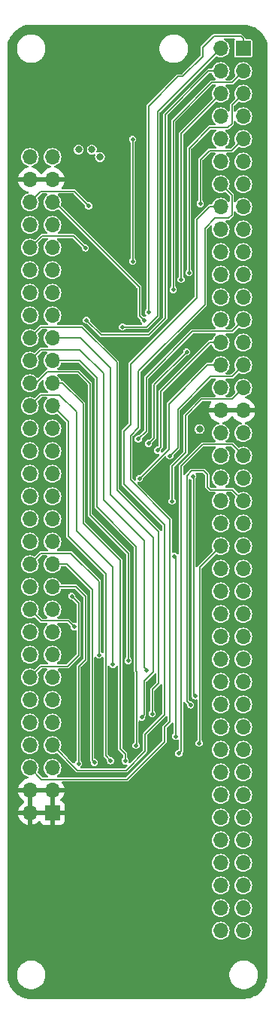
<source format=gbr>
%TF.GenerationSoftware,KiCad,Pcbnew,8.0.4*%
%TF.CreationDate,2024-07-29T13:54:58-07:00*%
%TF.ProjectId,RANDY,52414e44-592e-46b6-9963-61645f706362,0*%
%TF.SameCoordinates,Original*%
%TF.FileFunction,Copper,L4,Bot*%
%TF.FilePolarity,Positive*%
%FSLAX46Y46*%
G04 Gerber Fmt 4.6, Leading zero omitted, Abs format (unit mm)*
G04 Created by KiCad (PCBNEW 8.0.4) date 2024-07-29 13:54:58*
%MOMM*%
%LPD*%
G01*
G04 APERTURE LIST*
%TA.AperFunction,ComponentPad*%
%ADD10R,1.700000X1.700000*%
%TD*%
%TA.AperFunction,ComponentPad*%
%ADD11O,1.700000X1.700000*%
%TD*%
%TA.AperFunction,ViaPad*%
%ADD12C,0.800000*%
%TD*%
%TA.AperFunction,ViaPad*%
%ADD13C,0.500000*%
%TD*%
%TA.AperFunction,Conductor*%
%ADD14C,0.152400*%
%TD*%
G04 APERTURE END LIST*
D10*
%TO.P,J1,1,Pin_1*%
%TO.N,GND*%
X2396000Y-85824000D03*
D11*
%TO.P,J1,2,Pin_2*%
X-144000Y-85824000D03*
%TO.P,J1,3,Pin_3*%
X2396000Y-83284000D03*
%TO.P,J1,4,Pin_4*%
X-144000Y-83284000D03*
%TO.P,J1,5,Pin_5*%
%TO.N,/CPU_M1_N*%
X2396000Y-80744000D03*
%TO.P,J1,6,Pin_6*%
%TO.N,/CPU_DREQ1_N*%
X-144000Y-80744000D03*
%TO.P,J1,7,Pin_7*%
%TO.N,/CPU_TEND1_N*%
X2396000Y-78204000D03*
%TO.P,J1,8,Pin_8*%
%TO.N,/CPU_WR_N*%
X-144000Y-78204000D03*
%TO.P,J1,9,Pin_9*%
%TO.N,/CPU_HALT_N*%
X2396000Y-75664000D03*
%TO.P,J1,10,Pin_10*%
%TO.N,/CPU_RD_N*%
X-144000Y-75664000D03*
%TO.P,J1,11,Pin_11*%
%TO.N,/CPU_RFSH_N*%
X2396000Y-73124000D03*
%TO.P,J1,12,Pin_12*%
%TO.N,/CPU_CLOCK_PHI*%
X-144000Y-73124000D03*
%TO.P,J1,13,Pin_13*%
%TO.N,/CPU_IORQ_N*%
X2396000Y-70584000D03*
%TO.P,J1,14,Pin_14*%
%TO.N,/CPU_CLOCK_SRC*%
X-144000Y-70584000D03*
%TO.P,J1,15,Pin_15*%
%TO.N,/CPU_MREQ_N*%
X2396000Y-68044000D03*
%TO.P,J1,16,Pin_16*%
%TO.N,/CPU_WAIT_N*%
X-144000Y-68044000D03*
%TO.P,J1,17,Pin_17*%
%TO.N,unconnected-(J1-Pin_17-Pad17)*%
X2396000Y-65504000D03*
%TO.P,J1,18,Pin_18*%
%TO.N,/CPU_BUSACK_N*%
X-144000Y-65504000D03*
%TO.P,J1,19,Pin_19*%
%TO.N,unconnected-(J1-Pin_19-Pad19)*%
X2396000Y-62964000D03*
%TO.P,J1,20,Pin_20*%
%TO.N,/CPU_BUSREQ_N*%
X-144000Y-62964000D03*
%TO.P,J1,21,Pin_21*%
%TO.N,/CPU_INT2_N*%
X2396000Y-60424000D03*
%TO.P,J1,22,Pin_22*%
%TO.N,/CPU_RESET_N*%
X-144000Y-60424000D03*
%TO.P,J1,23,Pin_23*%
%TO.N,/CPU_INT1_N*%
X2396000Y-57884000D03*
%TO.P,J1,24,Pin_24*%
%TO.N,/CPU_NMI_N*%
X-144000Y-57884000D03*
%TO.P,J1,25,Pin_25*%
%TO.N,/CPU_INT0_N*%
X2396000Y-55344000D03*
%TO.P,J1,26,Pin_26*%
%TO.N,/CPU_A0*%
X-144000Y-55344000D03*
%TO.P,J1,27,Pin_27*%
%TO.N,/CPU_A18*%
X2396000Y-52804000D03*
%TO.P,J1,28,Pin_28*%
%TO.N,/CPU_A1*%
X-144000Y-52804000D03*
%TO.P,J1,29,Pin_29*%
%TO.N,/CPU_A17*%
X2396000Y-50264000D03*
%TO.P,J1,30,Pin_30*%
%TO.N,/CPU_A2*%
X-144000Y-50264000D03*
%TO.P,J1,31,Pin_31*%
%TO.N,/CPU_A16*%
X2396000Y-47724000D03*
%TO.P,J1,32,Pin_32*%
%TO.N,/CPU_A3*%
X-144000Y-47724000D03*
%TO.P,J1,33,Pin_33*%
%TO.N,/CPU_A15*%
X2396000Y-45184000D03*
%TO.P,J1,34,Pin_34*%
%TO.N,/CPU_A4*%
X-144000Y-45184000D03*
%TO.P,J1,35,Pin_35*%
%TO.N,/MEM_OE_N*%
X2396000Y-42644000D03*
%TO.P,J1,36,Pin_36*%
%TO.N,/MEM_CE_N*%
X-144000Y-42644000D03*
%TO.P,J1,37,Pin_37*%
%TO.N,/CPU_D7*%
X2396000Y-40104000D03*
%TO.P,J1,38,Pin_38*%
%TO.N,/CPU_D0*%
X-144000Y-40104000D03*
%TO.P,J1,39,Pin_39*%
%TO.N,/CPU_D6*%
X2396000Y-37564000D03*
%TO.P,J1,40,Pin_40*%
%TO.N,/CPU_D1*%
X-144000Y-37564000D03*
%TO.P,J1,41,Pin_41*%
%TO.N,/CPU_D5*%
X2396000Y-35024000D03*
%TO.P,J1,42,Pin_42*%
%TO.N,/CPU_D2*%
X-144000Y-35024000D03*
%TO.P,J1,43,Pin_43*%
%TO.N,/CPU_D4*%
X2396000Y-32484000D03*
%TO.P,J1,44,Pin_44*%
%TO.N,/CPU_D3*%
X-144000Y-32484000D03*
%TO.P,J1,45,Pin_45*%
%TO.N,/CPU_A14*%
X2396000Y-29944000D03*
%TO.P,J1,46,Pin_46*%
%TO.N,/MEM_WE_N*%
X-144000Y-29944000D03*
%TO.P,J1,47,Pin_47*%
%TO.N,/CPU_A13*%
X2396000Y-27404000D03*
%TO.P,J1,48,Pin_48*%
%TO.N,/CPU_A5*%
X-144000Y-27404000D03*
%TO.P,J1,49,Pin_49*%
%TO.N,/CPU_A12*%
X2396000Y-24864000D03*
%TO.P,J1,50,Pin_50*%
%TO.N,/CPU_A6*%
X-144000Y-24864000D03*
%TO.P,J1,51,Pin_51*%
%TO.N,/CPU_A11*%
X2396000Y-22324000D03*
%TO.P,J1,52,Pin_52*%
%TO.N,/CPU_A7*%
X-144000Y-22324000D03*
%TO.P,J1,53,Pin_53*%
%TO.N,/CPU_A10*%
X2396000Y-19784000D03*
%TO.P,J1,54,Pin_54*%
%TO.N,/CPU_A8*%
X-144000Y-19784000D03*
%TO.P,J1,55,Pin_55*%
%TO.N,/CPU_A19*%
X2396000Y-17244000D03*
%TO.P,J1,56,Pin_56*%
%TO.N,/CPU_A9*%
X-144000Y-17244000D03*
%TO.P,J1,57,Pin_57*%
%TO.N,GND*%
X2396000Y-14704000D03*
%TO.P,J1,58,Pin_58*%
X-144000Y-14704000D03*
%TO.P,J1,59,Pin_59*%
%TO.N,+3.3V*%
X2396000Y-12164000D03*
%TO.P,J1,60,Pin_60*%
X-144000Y-12164000D03*
%TD*%
D10*
%TO.P,J2,1,Pin_1*%
%TO.N,/CPU_A15*%
X23895800Y28000D03*
D11*
%TO.P,J2,2,Pin_2*%
%TO.N,/CPU_A14*%
X23895800Y-2512000D03*
%TO.P,J2,3,Pin_3*%
%TO.N,/CPU_A13*%
X23895800Y-5052000D03*
%TO.P,J2,4,Pin_4*%
%TO.N,/CPU_A12*%
X23895800Y-7592000D03*
%TO.P,J2,5,Pin_5*%
%TO.N,/CPU_A11*%
X23895800Y-10132000D03*
%TO.P,J2,6,Pin_6*%
%TO.N,/CPU_A10*%
X23895800Y-12672000D03*
%TO.P,J2,7,Pin_7*%
%TO.N,/CPU_A9*%
X23895800Y-15212000D03*
%TO.P,J2,8,Pin_8*%
%TO.N,/CPU_A8*%
X23895800Y-17752000D03*
%TO.P,J2,9,Pin_9*%
%TO.N,/CPU_A7*%
X23895800Y-20292000D03*
%TO.P,J2,10,Pin_10*%
%TO.N,/CPU_A6*%
X23895800Y-22832000D03*
%TO.P,J2,11,Pin_11*%
%TO.N,/CPU_A5*%
X23895800Y-25372000D03*
%TO.P,J2,12,Pin_12*%
%TO.N,/CPU_A4*%
X23895800Y-27912000D03*
%TO.P,J2,13,Pin_13*%
%TO.N,/CPU_A3*%
X23895800Y-30452000D03*
%TO.P,J2,14,Pin_14*%
%TO.N,/CPU_A2*%
X23895800Y-32992000D03*
%TO.P,J2,15,Pin_15*%
%TO.N,/CPU_A1*%
X23895800Y-35532000D03*
%TO.P,J2,16,Pin_16*%
%TO.N,/CPU_A0*%
X23895800Y-38072000D03*
%TO.P,J2,17,Pin_17*%
%TO.N,GND*%
X23895800Y-40612000D03*
%TO.P,J2,18,Pin_18*%
%TO.N,+3.3V*%
X23895800Y-43152000D03*
%TO.P,J2,19,Pin_19*%
%TO.N,/CPU_M1_N*%
X23895800Y-45692000D03*
%TO.P,J2,20,Pin_20*%
%TO.N,/CPU_RESET_N*%
X23895800Y-48232000D03*
%TO.P,J2,21,Pin_21*%
%TO.N,/CPU_CLOCK_PHI*%
X23895800Y-50772000D03*
%TO.P,J2,22,Pin_22*%
%TO.N,/CPU_INT0_N*%
X23895800Y-53312000D03*
%TO.P,J2,23,Pin_23*%
%TO.N,/CPU_MREQ_N*%
X23895800Y-55852000D03*
%TO.P,J2,24,Pin_24*%
%TO.N,/CPU_WR_N*%
X23895800Y-58392000D03*
%TO.P,J2,25,Pin_25*%
%TO.N,/CPU_RD_N*%
X23895800Y-60932000D03*
%TO.P,J2,26,Pin_26*%
%TO.N,/CPU_IORQ_N*%
X23895800Y-63472000D03*
%TO.P,J2,27,Pin_27*%
%TO.N,/CPU_D0*%
X23895800Y-66012000D03*
%TO.P,J2,28,Pin_28*%
%TO.N,/CPU_D1*%
X23895800Y-68552000D03*
%TO.P,J2,29,Pin_29*%
%TO.N,/CPU_D2*%
X23895800Y-71092000D03*
%TO.P,J2,30,Pin_30*%
%TO.N,/CPU_D3*%
X23895800Y-73632000D03*
%TO.P,J2,31,Pin_31*%
%TO.N,/CPU_D4*%
X23895800Y-76172000D03*
%TO.P,J2,32,Pin_32*%
%TO.N,/CPU_D5*%
X23895800Y-78712000D03*
%TO.P,J2,33,Pin_33*%
%TO.N,/CPU_D6*%
X23895800Y-81252000D03*
%TO.P,J2,34,Pin_34*%
%TO.N,/CPU_D7*%
X23895800Y-83792000D03*
%TO.P,J2,35,Pin_35*%
%TO.N,unconnected-(J2-Pin_35-Pad35)*%
X23895800Y-86332000D03*
%TO.P,J2,36,Pin_36*%
%TO.N,unconnected-(J2-Pin_36-Pad36)*%
X23895800Y-88872000D03*
%TO.P,J2,37,Pin_37*%
%TO.N,/CPU_INT1_N*%
X23895800Y-91412000D03*
%TO.P,J2,38,Pin_38*%
%TO.N,unconnected-(J2-Pin_38-Pad38)*%
X23895800Y-93952000D03*
%TO.P,J2,39,Pin_39*%
%TO.N,unconnected-(J2-Pin_39-Pad39)*%
X23895800Y-96492000D03*
%TO.P,J2,40,Pin_40*%
%TO.N,unconnected-(J2-Pin_40-Pad40)*%
X23895800Y-99032000D03*
%TO.P,J2,41,Pin_41*%
%TO.N,/MEM_OE_N*%
X21355800Y28000D03*
%TO.P,J2,42,Pin_42*%
%TO.N,/MEM_CE_N*%
X21355800Y-2512000D03*
%TO.P,J2,43,Pin_43*%
%TO.N,/MEM_WE_N*%
X21355800Y-5052000D03*
%TO.P,J2,44,Pin_44*%
%TO.N,unconnected-(J2-Pin_44-Pad44)*%
X21355800Y-7592000D03*
%TO.P,J2,45,Pin_45*%
%TO.N,unconnected-(J2-Pin_45-Pad45)*%
X21355800Y-10132000D03*
%TO.P,J2,46,Pin_46*%
%TO.N,unconnected-(J2-Pin_46-Pad46)*%
X21355800Y-12672000D03*
%TO.P,J2,47,Pin_47*%
%TO.N,/CPU_DREQ1_N*%
X21355800Y-15212000D03*
%TO.P,J2,48,Pin_48*%
%TO.N,/CPU_TEND1_N*%
X21355800Y-17752000D03*
%TO.P,J2,49,Pin_49*%
%TO.N,unconnected-(J2-Pin_49-Pad49)*%
X21355800Y-20292000D03*
%TO.P,J2,50,Pin_50*%
%TO.N,unconnected-(J2-Pin_50-Pad50)*%
X21355800Y-22832000D03*
%TO.P,J2,51,Pin_51*%
%TO.N,unconnected-(J2-Pin_51-Pad51)*%
X21355800Y-25372000D03*
%TO.P,J2,52,Pin_52*%
%TO.N,unconnected-(J2-Pin_52-Pad52)*%
X21355800Y-27912000D03*
%TO.P,J2,53,Pin_53*%
%TO.N,/CPU_A19*%
X21355800Y-30452000D03*
%TO.P,J2,54,Pin_54*%
%TO.N,/CPU_A18*%
X21355800Y-32992000D03*
%TO.P,J2,55,Pin_55*%
%TO.N,/CPU_A17*%
X21355800Y-35532000D03*
%TO.P,J2,56,Pin_56*%
%TO.N,/CPU_A16*%
X21355800Y-38072000D03*
%TO.P,J2,57,Pin_57*%
%TO.N,GND*%
X21355800Y-40612000D03*
%TO.P,J2,58,Pin_58*%
%TO.N,+3.3V*%
X21355800Y-43152000D03*
%TO.P,J2,59,Pin_59*%
%TO.N,/CPU_RFSH_N*%
X21355800Y-45692000D03*
%TO.P,J2,60,Pin_60*%
%TO.N,unconnected-(J2-Pin_60-Pad60)*%
X21355800Y-48232000D03*
%TO.P,J2,61,Pin_61*%
%TO.N,/CPU_CLOCK_SRC*%
X21355800Y-50772000D03*
%TO.P,J2,62,Pin_62*%
%TO.N,/CPU_BUSACK_N*%
X21355800Y-53312000D03*
%TO.P,J2,63,Pin_63*%
%TO.N,/CPU_HALT_N*%
X21355800Y-55852000D03*
%TO.P,J2,64,Pin_64*%
%TO.N,/CPU_BUSREQ_N*%
X21355800Y-58392000D03*
%TO.P,J2,65,Pin_65*%
%TO.N,/CPU_WAIT_N*%
X21355800Y-60932000D03*
%TO.P,J2,66,Pin_66*%
%TO.N,/CPU_NMI_N*%
X21355800Y-63472000D03*
%TO.P,J2,67,Pin_67*%
%TO.N,unconnected-(J2-Pin_67-Pad67)*%
X21355800Y-66012000D03*
%TO.P,J2,68,Pin_68*%
%TO.N,unconnected-(J2-Pin_68-Pad68)*%
X21355800Y-68552000D03*
%TO.P,J2,69,Pin_69*%
%TO.N,unconnected-(J2-Pin_69-Pad69)*%
X21355800Y-71092000D03*
%TO.P,J2,70,Pin_70*%
%TO.N,unconnected-(J2-Pin_70-Pad70)*%
X21355800Y-73632000D03*
%TO.P,J2,71,Pin_71*%
%TO.N,unconnected-(J2-Pin_71-Pad71)*%
X21355800Y-76172000D03*
%TO.P,J2,72,Pin_72*%
%TO.N,unconnected-(J2-Pin_72-Pad72)*%
X21355800Y-78712000D03*
%TO.P,J2,73,Pin_73*%
%TO.N,unconnected-(J2-Pin_73-Pad73)*%
X21355800Y-81252000D03*
%TO.P,J2,74,Pin_74*%
%TO.N,unconnected-(J2-Pin_74-Pad74)*%
X21355800Y-83792000D03*
%TO.P,J2,75,Pin_75*%
%TO.N,unconnected-(J2-Pin_75-Pad75)*%
X21355800Y-86332000D03*
%TO.P,J2,76,Pin_76*%
%TO.N,unconnected-(J2-Pin_76-Pad76)*%
X21355800Y-88872000D03*
%TO.P,J2,77,Pin_77*%
%TO.N,/CPU_INT2_N*%
X21355800Y-91412000D03*
%TO.P,J2,78,Pin_78*%
%TO.N,unconnected-(J2-Pin_78-Pad78)*%
X21355800Y-93952000D03*
%TO.P,J2,79,Pin_79*%
%TO.N,unconnected-(J2-Pin_79-Pad79)*%
X21355800Y-96492000D03*
%TO.P,J2,80,Pin_80*%
%TO.N,unconnected-(J2-Pin_80-Pad80)*%
X21355800Y-99032000D03*
%TD*%
D12*
%TO.N,+3.3V*%
X6830800Y-11325800D03*
X7745200Y-12164000D03*
X5357600Y-11325800D03*
X18972000Y-42707800D03*
D13*
%TO.N,/MEM_WE_N*%
X16891000Y-25908000D03*
%TO.N,/CPU_A15*%
X13208000Y-29591000D03*
%TO.N,/CPU_A12*%
X11430000Y-23876000D03*
X11430000Y-10160000D03*
%TO.N,/CPU_D0*%
X9207500Y-69151500D03*
%TO.N,/CPU_A9*%
X6477000Y-17653000D03*
%TO.N,/CPU_A18*%
X14224000Y-45085000D03*
%TO.N,/CPU_BUSREQ_N*%
X4826000Y-64897000D03*
%TO.N,GND*%
X26035000Y-73025000D03*
X13081000Y1905000D03*
X26035000Y-40005000D03*
D12*
X7923000Y-14246800D03*
D13*
X-1905000Y-95885000D03*
X26035000Y-65405000D03*
X18415000Y-106045000D03*
X26035000Y-78105000D03*
D12*
X5357600Y-14653200D03*
D13*
X26035000Y155000D03*
X-1905000Y-88265000D03*
X-1905000Y-52705000D03*
X26035000Y-24765000D03*
X26035000Y-52705000D03*
X-1905000Y-78105000D03*
D12*
X18972000Y-41170800D03*
D13*
X-1905000Y-17145000D03*
X26035000Y-4445000D03*
X-1905000Y-19685000D03*
X10287000Y-29210000D03*
X17399000Y-27432000D03*
X26035000Y-75565000D03*
X-1905000Y-65405000D03*
X5715000Y-106045000D03*
X-1905000Y-83185000D03*
X-1905000Y-57785000D03*
X-1905000Y-34925000D03*
X-1905000Y-93345000D03*
X15875000Y-106045000D03*
X26035000Y-90805000D03*
X26035000Y-100965000D03*
X-1905000Y-40005000D03*
X26035000Y-67945000D03*
X26035000Y-83185000D03*
X-1905000Y-100965000D03*
X26035000Y-42545000D03*
X26035000Y-22225000D03*
X-1905000Y-24765000D03*
X-1905000Y-75565000D03*
X26035000Y-37465000D03*
X26035000Y-45085000D03*
X19861000Y1882200D03*
X26035000Y-70485000D03*
X-1905000Y-55245000D03*
X26035000Y-29845000D03*
X-1905000Y-4445000D03*
X26035000Y-32385000D03*
X26035000Y-57785000D03*
X26035000Y-17145000D03*
X-1905000Y-80645000D03*
D12*
X6830800Y-14653200D03*
D13*
X26035000Y-62865000D03*
X12192000Y-45974000D03*
X26035000Y-1905000D03*
X2921000Y1905000D03*
X-1905000Y-9525000D03*
X-1905000Y-32385000D03*
X-1905000Y-50165000D03*
X26035000Y-95885000D03*
X8255000Y-106045000D03*
X13335000Y-106045000D03*
X26035000Y-12065000D03*
X-1905000Y-14605000D03*
X-1905000Y-27305000D03*
X10795000Y-106045000D03*
X-1905000Y-45085000D03*
X20955000Y-106045000D03*
X-1905000Y-70485000D03*
X-1905000Y-98425000D03*
X26035000Y-19685000D03*
X-1905000Y-6985000D03*
X-1905000Y-12065000D03*
X-1905000Y-60325000D03*
X3175000Y-106045000D03*
X-1905000Y-90805000D03*
X-1905000Y-37465000D03*
X26035000Y-60325000D03*
X24892000Y1905000D03*
X26035000Y-98425000D03*
X-1905000Y-22225000D03*
X26035000Y-50165000D03*
X9144000Y-70866000D03*
X8001000Y1905000D03*
X7747000Y-78232000D03*
X26035000Y-6985000D03*
X26035000Y-14605000D03*
X26035000Y-27305000D03*
X26035000Y-93345000D03*
X18034000Y-80137000D03*
X10160000Y-21971000D03*
X-1905000Y-67945000D03*
X10541000Y1905000D03*
X22401000Y1882200D03*
X-1905000Y-62865000D03*
X26035000Y-80645000D03*
X26035000Y-34925000D03*
X26035000Y-47625000D03*
X-1905000Y-85725000D03*
X11303000Y-70485000D03*
X-1905000Y-29845000D03*
X26035000Y-88265000D03*
X26035000Y-55245000D03*
X-1905000Y-42545000D03*
X26035000Y-85725000D03*
X5461000Y1905000D03*
X26035000Y-9525000D03*
X-1905000Y-47625000D03*
%TO.N,/CPU_NMI_N*%
X7620000Y-68072000D03*
%TO.N,/CPU_A0*%
X15875000Y-50800000D03*
%TO.N,/CPU_CLOCK_SRC*%
X4572000Y-61468000D03*
%TO.N,/CPU_RFSH_N*%
X18210000Y-48028800D03*
X18464000Y-72666800D03*
%TO.N,/CPU_A19*%
X12700000Y-30480000D03*
%TO.N,/CPU_CLOCK_PHI*%
X17956000Y-73682800D03*
%TO.N,/CPU_D1*%
X10922000Y-68707000D03*
%TO.N,/CPU_A14*%
X16002000Y-27051000D03*
%TO.N,/MEM_CE_N*%
X6223000Y-30480000D03*
%TO.N,/CPU_A1*%
X15621000Y-45720000D03*
%TO.N,/CPU_D3*%
X13638000Y-74676000D03*
%TO.N,/CPU_A11*%
X19050000Y-17399000D03*
%TO.N,/CPU_A2*%
X13208000Y-44323000D03*
X17526000Y-34036000D03*
%TO.N,/CPU_D7*%
X8953500Y-79946500D03*
%TO.N,/CPU_A7*%
X6096000Y-22374800D03*
%TO.N,/CPU_D4*%
X12446000Y-75057000D03*
%TO.N,/CPU_INT1_N*%
X7112000Y-80137000D03*
%TO.N,/CPU_A3*%
X12065000Y-43815000D03*
%TO.N,/CPU_A13*%
X17780000Y-25146000D03*
%TO.N,/MEM_OE_N*%
X10287000Y-31242000D03*
%TO.N,/CPU_WR_N*%
X16129000Y-57023000D03*
X16256000Y-77216000D03*
%TO.N,/CPU_D5*%
X11811000Y-78232000D03*
%TO.N,/CPU_D6*%
X10584600Y-79966400D03*
%TO.N,/CPU_HALT_N*%
X18923000Y-77978000D03*
%TO.N,/CPU_INT2_N*%
X5334000Y-80264000D03*
%TO.N,/CPU_M1_N*%
X16637000Y-79121000D03*
%TO.N,/CPU_D2*%
X13017500Y-69786500D03*
%TO.N,/CPU_A17*%
X12192000Y-48260000D03*
%TD*%
D14*
%TO.N,/MEM_WE_N*%
X16891000Y-25908000D02*
X16891000Y-9516800D01*
X16891000Y-9516800D02*
X21355800Y-5052000D01*
%TO.N,/CPU_A15*%
X13208000Y-29591000D02*
X13208000Y-6477000D01*
X19304000Y127000D02*
X20574000Y1397000D01*
X16573500Y-3111500D02*
X17081500Y-3111500D01*
X19304000Y-889000D02*
X19304000Y127000D01*
X13208000Y-6477000D02*
X16573500Y-3111500D01*
X23622000Y1397000D02*
X23895800Y1123200D01*
X20574000Y1397000D02*
X23622000Y1397000D01*
X17081500Y-3111500D02*
X19304000Y-889000D01*
X23895800Y1123200D02*
X23895800Y28000D01*
%TO.N,/CPU_A12*%
X11430000Y-23876000D02*
X11430000Y-10160000D01*
%TO.N,/CPU_D0*%
X5080000Y-54102000D02*
X5080000Y-40740800D01*
X9144000Y-58166000D02*
X5080000Y-54102000D01*
X5080000Y-40740800D02*
X3201200Y-38862000D01*
X3201200Y-38862000D02*
X1098000Y-38862000D01*
X9144000Y-69088000D02*
X9144000Y-58166000D01*
X1098000Y-38862000D02*
X-144000Y-40104000D01*
X9207500Y-69151500D02*
X9144000Y-69088000D01*
%TO.N,/CPU_A9*%
X6477000Y-17653000D02*
X4826000Y-16002000D01*
X4826000Y-16002000D02*
X1098000Y-16002000D01*
X1098000Y-16002000D02*
X-144000Y-17244000D01*
%TO.N,/CPU_A18*%
X14605000Y-44704000D02*
X14605000Y-38481000D01*
X14605000Y-38481000D02*
X20094000Y-32992000D01*
X20094000Y-32992000D02*
X21355800Y-32992000D01*
X14224000Y-45085000D02*
X14605000Y-44704000D01*
%TO.N,/CPU_BUSREQ_N*%
X4165600Y-64236600D02*
X1117600Y-64236600D01*
X4826000Y-64897000D02*
X4165600Y-64236600D01*
X-144000Y-62975000D02*
X-144000Y-62964000D01*
X1117600Y-64236600D02*
X-144000Y-62975000D01*
%TO.N,/CPU_NMI_N*%
X7620000Y-59817000D02*
X4445000Y-56642000D01*
X7620000Y-68072000D02*
X7620000Y-59817000D01*
X4445000Y-56642000D02*
X1098000Y-56642000D01*
X1098000Y-56642000D02*
X-144000Y-57884000D01*
%TO.N,/CPU_A0*%
X19202400Y-39344600D02*
X22623200Y-39344600D01*
X22623200Y-39344600D02*
X23895800Y-38072000D01*
X17399000Y-41148000D02*
X19202400Y-39344600D01*
X15875000Y-50800000D02*
X15875000Y-46863000D01*
X15875000Y-46863000D02*
X17399000Y-45339000D01*
X17399000Y-45339000D02*
X17399000Y-41148000D01*
%TO.N,/CPU_CLOCK_SRC*%
X1098000Y-69342000D02*
X-144000Y-70584000D01*
X4064000Y-69342000D02*
X1098000Y-69342000D01*
X5334000Y-62230000D02*
X5334000Y-68072000D01*
X4572000Y-61468000D02*
X5334000Y-62230000D01*
X5334000Y-68072000D02*
X4064000Y-69342000D01*
%TO.N,/CPU_RFSH_N*%
X18288000Y-48106800D02*
X18210000Y-48028800D01*
X18464000Y-72666800D02*
X18288000Y-72490800D01*
X18288000Y-72490800D02*
X18288000Y-48106800D01*
%TO.N,/CPU_A19*%
X2639000Y-17244000D02*
X2396000Y-17244000D01*
X12700000Y-30480000D02*
X12192000Y-29972000D01*
X12192000Y-26797000D02*
X2639000Y-17244000D01*
X12192000Y-29972000D02*
X12192000Y-26797000D01*
%TO.N,/CPU_CLOCK_PHI*%
X17526000Y-47950800D02*
X18083000Y-47393800D01*
X17956000Y-73682800D02*
X17526000Y-73252800D01*
X20167600Y-49530000D02*
X22653800Y-49530000D01*
X19862800Y-47828200D02*
X19862800Y-49225200D01*
X19862800Y-49225200D02*
X20167600Y-49530000D01*
X22653800Y-49530000D02*
X23895800Y-50772000D01*
X19428400Y-47393800D02*
X19862800Y-47828200D01*
X18083000Y-47393800D02*
X19428400Y-47393800D01*
X17526000Y-73252800D02*
X17526000Y-47950800D01*
%TO.N,/CPU_D1*%
X6604000Y-52324000D02*
X6604000Y-37592000D01*
X10922000Y-56642000D02*
X6604000Y-52324000D01*
X6604000Y-37592000D02*
X5308600Y-36296600D01*
X536000Y-37564000D02*
X-144000Y-37564000D01*
X5308600Y-36296600D02*
X1803400Y-36296600D01*
X10922000Y-68707000D02*
X10922000Y-56642000D01*
X1803400Y-36296600D02*
X536000Y-37564000D01*
%TO.N,/CPU_A14*%
X20345400Y-3784600D02*
X22623200Y-3784600D01*
X22623200Y-3784600D02*
X23895800Y-2512000D01*
X16002000Y-8128000D02*
X20345400Y-3784600D01*
X16002000Y-27051000D02*
X16002000Y-8128000D01*
%TO.N,/MEM_CE_N*%
X21355800Y-2512000D02*
X19967000Y-2512000D01*
X15113000Y-30226000D02*
X13208000Y-32131000D01*
X15113000Y-7366000D02*
X15113000Y-30226000D01*
X13208000Y-32131000D02*
X7874000Y-32131000D01*
X19967000Y-2512000D02*
X15113000Y-7366000D01*
X7874000Y-32131000D02*
X6223000Y-30480000D01*
%TO.N,/CPU_A1*%
X22623200Y-36804600D02*
X23895800Y-35532000D01*
X20218400Y-36804600D02*
X22623200Y-36804600D01*
X16510000Y-44831000D02*
X16510000Y-40513000D01*
X16510000Y-40513000D02*
X20218400Y-36804600D01*
X15621000Y-45720000D02*
X16510000Y-44831000D01*
%TO.N,/CPU_D3*%
X5675200Y-31242000D02*
X1098000Y-31242000D01*
X13638000Y-71960000D02*
X14351000Y-71247000D01*
X9652000Y-49530000D02*
X9652000Y-35218800D01*
X14351000Y-71247000D02*
X14351000Y-54229000D01*
X1098000Y-31242000D02*
X-144000Y-32484000D01*
X9652000Y-35218800D02*
X5675200Y-31242000D01*
X13638000Y-74676000D02*
X13638000Y-71960000D01*
X14351000Y-54229000D02*
X9652000Y-49530000D01*
%TO.N,/CPU_A11*%
X22597800Y-11430000D02*
X23895800Y-10132000D01*
X19050000Y-12446000D02*
X20066000Y-11430000D01*
X20066000Y-11430000D02*
X22597800Y-11430000D01*
X19050000Y-17399000D02*
X19050000Y-12446000D01*
%TO.N,/CPU_A2*%
X13843000Y-37719000D02*
X17526000Y-34036000D01*
X13843000Y-43688000D02*
X13843000Y-37719000D01*
X13208000Y-44323000D02*
X13843000Y-43688000D01*
%TO.N,/CPU_TEND1_N*%
X11176000Y-42180106D02*
X11176000Y-35433000D01*
X10414000Y-48895000D02*
X10414000Y-42942106D01*
X10668000Y-81026000D02*
X12827000Y-78867000D01*
X14986000Y-53467000D02*
X10414000Y-48895000D01*
X18669000Y-27940000D02*
X18669000Y-19177000D01*
X12827000Y-76962000D02*
X14986000Y-74803000D01*
X20094000Y-17752000D02*
X21355800Y-17752000D01*
X18669000Y-19177000D02*
X20094000Y-17752000D01*
X2396000Y-78204000D02*
X5218000Y-81026000D01*
X5218000Y-81026000D02*
X10668000Y-81026000D01*
X11176000Y-35433000D02*
X18669000Y-27940000D01*
X10414000Y-42942106D02*
X11176000Y-42180106D01*
X12827000Y-78867000D02*
X12827000Y-76962000D01*
X14986000Y-74803000D02*
X14986000Y-53467000D01*
%TO.N,/CPU_D7*%
X8382000Y-79375000D02*
X8382000Y-58928000D01*
X8382000Y-58928000D02*
X4191000Y-54737000D01*
X8953500Y-79946500D02*
X8382000Y-79375000D01*
X4191000Y-41899000D02*
X2396000Y-40104000D01*
X4191000Y-54737000D02*
X4191000Y-41899000D01*
%TO.N,/CPU_A7*%
X-144000Y-22324000D02*
X-144000Y-22369000D01*
X4752400Y-21031200D02*
X6096000Y-22374800D01*
X1193800Y-21031200D02*
X4752400Y-21031200D01*
X-144000Y-22369000D02*
X1193800Y-21031200D01*
%TO.N,/CPU_D4*%
X13716000Y-69977000D02*
X13716000Y-54864000D01*
X12700000Y-70993000D02*
X13716000Y-69977000D01*
X8890000Y-35814000D02*
X5560000Y-32484000D01*
X5560000Y-32484000D02*
X2396000Y-32484000D01*
X12700000Y-74803000D02*
X12700000Y-70993000D01*
X13716000Y-54864000D02*
X8890000Y-50038000D01*
X12446000Y-75057000D02*
X12700000Y-74803000D01*
X8890000Y-50038000D02*
X8890000Y-35814000D01*
%TO.N,/CPU_INT1_N*%
X6858000Y-60706000D02*
X6858000Y-79883000D01*
X4036000Y-57884000D02*
X6858000Y-60706000D01*
X2396000Y-57884000D02*
X4036000Y-57884000D01*
X6858000Y-79883000D02*
X7112000Y-80137000D01*
%TO.N,/CPU_A3*%
X18186400Y-31724600D02*
X22623200Y-31724600D01*
X12954000Y-42926000D02*
X12954000Y-36957000D01*
X12065000Y-43815000D02*
X12954000Y-42926000D01*
X22623200Y-31724600D02*
X23895800Y-30452000D01*
X12954000Y-36957000D02*
X18186400Y-31724600D01*
%TO.N,/CPU_A13*%
X17780000Y-11176000D02*
X20116800Y-8839200D01*
X22148800Y-8839200D02*
X22606000Y-8382000D01*
X17780000Y-25146000D02*
X17780000Y-11176000D01*
X22606000Y-6341800D02*
X23895800Y-5052000D01*
X22606000Y-8382000D02*
X22606000Y-6341800D01*
X20116800Y-8839200D02*
X22148800Y-8839200D01*
%TO.N,/MEM_OE_N*%
X10287000Y-31242000D02*
X12954000Y-31242000D01*
X12954000Y-31242000D02*
X14224000Y-29972000D01*
X14224000Y-7103800D02*
X21355800Y28000D01*
X14224000Y-29972000D02*
X14224000Y-7103800D01*
%TO.N,/CPU_WR_N*%
X16256000Y-77216000D02*
X16256000Y-57150000D01*
X16256000Y-57150000D02*
X16129000Y-57023000D01*
%TO.N,/CPU_D5*%
X7366000Y-36957000D02*
X5433000Y-35024000D01*
X11811000Y-78232000D02*
X11860000Y-78183000D01*
X11860000Y-69928000D02*
X11811000Y-69879000D01*
X11811000Y-69879000D02*
X11811000Y-55880000D01*
X11860000Y-78183000D02*
X11860000Y-69928000D01*
X5433000Y-35024000D02*
X2396000Y-35024000D01*
X7366000Y-51435000D02*
X7366000Y-36957000D01*
X11811000Y-55880000D02*
X7366000Y-51435000D01*
%TO.N,/CPU_D6*%
X10033000Y-78613000D02*
X10033000Y-57467500D01*
X10033000Y-57467500D02*
X5842000Y-53276500D01*
X10584600Y-79966400D02*
X10584600Y-79164600D01*
X3538252Y-37564000D02*
X2396000Y-37564000D01*
X5842000Y-53276500D02*
X5842000Y-39867748D01*
X5842000Y-39867748D02*
X3538252Y-37564000D01*
X10584600Y-79164600D02*
X10033000Y-78613000D01*
%TO.N,/CPU_HALT_N*%
X18972000Y-77929000D02*
X18972000Y-58235800D01*
X18923000Y-77978000D02*
X18972000Y-77929000D01*
X18972000Y-58235800D02*
X21355800Y-55852000D01*
%TO.N,/CPU_DREQ1_N*%
X12065000Y-36195000D02*
X19558000Y-28702000D01*
X1154000Y-82042000D02*
X10795000Y-82042000D01*
X19558000Y-20181629D02*
X20715029Y-19024600D01*
X12065000Y-42545000D02*
X12065000Y-36195000D01*
X22606000Y-18669000D02*
X22606000Y-16462200D01*
X-144000Y-80744000D02*
X1154000Y-82042000D01*
X15621000Y-75565000D02*
X15621000Y-52832000D01*
X10795000Y-82042000D02*
X15013800Y-77823200D01*
X11176000Y-48387000D02*
X11176000Y-43434000D01*
X11176000Y-43434000D02*
X12065000Y-42545000D01*
X15013800Y-76172200D02*
X15621000Y-75565000D01*
X15013800Y-77823200D02*
X15013800Y-76172200D01*
X22250400Y-19024600D02*
X22606000Y-18669000D01*
X22606000Y-16462200D02*
X21355800Y-15212000D01*
X15621000Y-52832000D02*
X11176000Y-48387000D01*
X19558000Y-28702000D02*
X19558000Y-20181629D01*
X20715029Y-19024600D02*
X22250400Y-19024600D01*
%TO.N,/CPU_INT2_N*%
X5052000Y-60424000D02*
X2396000Y-60424000D01*
X6096000Y-61468000D02*
X5052000Y-60424000D01*
X6096000Y-68580000D02*
X6096000Y-61468000D01*
X5334000Y-80264000D02*
X5334000Y-69342000D01*
X5334000Y-69342000D02*
X6096000Y-68580000D01*
%TO.N,/CPU_M1_N*%
X19329400Y-44424600D02*
X22628400Y-44424600D01*
X16637000Y-79121000D02*
X16891000Y-78867000D01*
X16891000Y-78867000D02*
X16891000Y-46863000D01*
X22628400Y-44424600D02*
X23895800Y-45692000D01*
X16891000Y-46863000D02*
X19329400Y-44424600D01*
%TO.N,/CPU_D2*%
X8128000Y-36421037D02*
X8128000Y-50673000D01*
X12700000Y-69469000D02*
X13017500Y-69786500D01*
X12700000Y-55245000D02*
X12700000Y-69469000D01*
X-144000Y-35024000D02*
X1098000Y-33782000D01*
X5488963Y-33782000D02*
X8128000Y-36421037D01*
X8128000Y-50673000D02*
X12700000Y-55245000D01*
X1098000Y-33782000D02*
X5488963Y-33782000D01*
%TO.N,/CPU_A17*%
X19840000Y-35532000D02*
X15494000Y-39878000D01*
X21355800Y-35532000D02*
X19840000Y-35532000D01*
X15494000Y-44958000D02*
X12192000Y-48260000D01*
X15494000Y-39878000D02*
X15494000Y-44958000D01*
%TD*%
%TA.AperFunction,Conductor*%
%TO.N,GND*%
G36*
X1930075Y-85631007D02*
G01*
X1896000Y-85758174D01*
X1896000Y-85889826D01*
X1930075Y-86016993D01*
X1962988Y-86074000D01*
X289012Y-86074000D01*
X321925Y-86016993D01*
X356000Y-85889826D01*
X356000Y-85758174D01*
X321925Y-85631007D01*
X289012Y-85574000D01*
X1962988Y-85574000D01*
X1930075Y-85631007D01*
G37*
%TD.AperFunction*%
%TA.AperFunction,Conductor*%
G36*
X106000Y-85390988D02*
G01*
X48993Y-85358075D01*
X-78174Y-85324000D01*
X-209826Y-85324000D01*
X-336993Y-85358075D01*
X-394000Y-85390988D01*
X-394000Y-83717012D01*
X-336993Y-83749925D01*
X-209826Y-83784000D01*
X-78174Y-83784000D01*
X48993Y-83749925D01*
X106000Y-83717012D01*
X106000Y-85390988D01*
G37*
%TD.AperFunction*%
%TA.AperFunction,Conductor*%
G36*
X2646000Y-85390988D02*
G01*
X2588993Y-85358075D01*
X2461826Y-85324000D01*
X2330174Y-85324000D01*
X2203007Y-85358075D01*
X2146000Y-85390988D01*
X2146000Y-83717012D01*
X2203007Y-83749925D01*
X2330174Y-83784000D01*
X2461826Y-83784000D01*
X2588993Y-83749925D01*
X2646000Y-83717012D01*
X2646000Y-85390988D01*
G37*
%TD.AperFunction*%
%TA.AperFunction,Conductor*%
G36*
X1930075Y-83091007D02*
G01*
X1896000Y-83218174D01*
X1896000Y-83349826D01*
X1930075Y-83476993D01*
X1962988Y-83534000D01*
X289012Y-83534000D01*
X321925Y-83476993D01*
X356000Y-83349826D01*
X356000Y-83218174D01*
X321925Y-83091007D01*
X289012Y-83034000D01*
X1962988Y-83034000D01*
X1930075Y-83091007D01*
G37*
%TD.AperFunction*%
%TA.AperFunction,Conductor*%
G36*
X5353780Y-35272785D02*
G01*
X5374422Y-35289419D01*
X7100581Y-37015577D01*
X7134066Y-37076900D01*
X7136900Y-37103258D01*
X7136900Y-51480571D01*
X7147115Y-51505232D01*
X7171778Y-51564775D01*
X11545581Y-55938578D01*
X11579066Y-55999901D01*
X11581900Y-56026259D01*
X11581900Y-69924568D01*
X11581901Y-69924573D01*
X11621452Y-70020059D01*
X11617107Y-70021858D01*
X11630827Y-70063266D01*
X11630900Y-70067524D01*
X11630900Y-77793797D01*
X11611215Y-77860836D01*
X11576331Y-77892406D01*
X11578171Y-77894938D01*
X11570276Y-77900674D01*
X11479678Y-77991271D01*
X11479675Y-77991276D01*
X11479674Y-77991277D01*
X11471459Y-78007400D01*
X11421500Y-78105448D01*
X11401458Y-78231996D01*
X11401458Y-78232003D01*
X11421500Y-78358551D01*
X11421501Y-78358554D01*
X11421502Y-78358555D01*
X11479674Y-78472723D01*
X11479676Y-78472725D01*
X11479678Y-78472728D01*
X11570271Y-78563321D01*
X11570273Y-78563322D01*
X11570277Y-78563326D01*
X11684445Y-78621498D01*
X11684446Y-78621498D01*
X11684448Y-78621499D01*
X11810997Y-78641542D01*
X11811000Y-78641542D01*
X11811003Y-78641542D01*
X11937551Y-78621499D01*
X11937552Y-78621498D01*
X11937555Y-78621498D01*
X12051723Y-78563326D01*
X12142326Y-78472723D01*
X12200498Y-78358555D01*
X12208295Y-78309326D01*
X12220542Y-78232003D01*
X12220542Y-78231996D01*
X12200499Y-78105448D01*
X12200498Y-78105446D01*
X12200498Y-78105445D01*
X12142326Y-77991277D01*
X12142322Y-77991273D01*
X12142321Y-77991271D01*
X12125419Y-77974369D01*
X12091934Y-77913046D01*
X12089100Y-77886688D01*
X12089100Y-75531480D01*
X12108785Y-75464441D01*
X12161589Y-75418686D01*
X12230747Y-75408742D01*
X12269393Y-75420995D01*
X12319445Y-75446498D01*
X12319448Y-75446499D01*
X12445997Y-75466542D01*
X12446000Y-75466542D01*
X12446003Y-75466542D01*
X12572551Y-75446499D01*
X12572552Y-75446498D01*
X12572555Y-75446498D01*
X12686723Y-75388326D01*
X12777326Y-75297723D01*
X12835498Y-75183555D01*
X12848079Y-75104122D01*
X12855542Y-75057003D01*
X12855542Y-75057001D01*
X12855542Y-75057000D01*
X12853729Y-75045555D01*
X12862682Y-74976264D01*
X12888525Y-74938471D01*
X12894222Y-74932775D01*
X12929100Y-74848570D01*
X12929100Y-74757430D01*
X12929100Y-71139259D01*
X12948785Y-71072220D01*
X12965419Y-71051578D01*
X13910219Y-70106778D01*
X13971542Y-70073293D01*
X14041234Y-70078277D01*
X14097167Y-70120149D01*
X14121584Y-70185613D01*
X14121900Y-70194459D01*
X14121900Y-71100741D01*
X14102215Y-71167780D01*
X14085581Y-71188422D01*
X13443779Y-71830223D01*
X13443777Y-71830226D01*
X13419113Y-71889769D01*
X13408900Y-71914428D01*
X13408900Y-74281688D01*
X13389215Y-74348727D01*
X13372581Y-74369369D01*
X13306678Y-74435271D01*
X13306675Y-74435276D01*
X13306674Y-74435277D01*
X13277011Y-74493493D01*
X13248500Y-74549448D01*
X13228458Y-74675996D01*
X13228458Y-74676003D01*
X13248500Y-74802551D01*
X13248501Y-74802554D01*
X13248502Y-74802555D01*
X13306674Y-74916723D01*
X13306676Y-74916725D01*
X13306678Y-74916728D01*
X13397271Y-75007321D01*
X13397273Y-75007322D01*
X13397277Y-75007326D01*
X13511445Y-75065498D01*
X13511446Y-75065498D01*
X13511448Y-75065499D01*
X13637997Y-75085542D01*
X13638000Y-75085542D01*
X13638003Y-75085542D01*
X13764551Y-75065499D01*
X13764552Y-75065498D01*
X13764555Y-75065498D01*
X13878723Y-75007326D01*
X13969326Y-74916723D01*
X14027498Y-74802555D01*
X14034645Y-74757430D01*
X14047542Y-74676003D01*
X14047542Y-74675996D01*
X14027499Y-74549448D01*
X14027498Y-74549446D01*
X14027498Y-74549445D01*
X13969326Y-74435277D01*
X13969322Y-74435273D01*
X13969321Y-74435271D01*
X13903419Y-74369369D01*
X13869934Y-74308046D01*
X13867100Y-74281688D01*
X13867100Y-72106259D01*
X13886785Y-72039220D01*
X13903419Y-72018578D01*
X14545219Y-71376778D01*
X14606542Y-71343293D01*
X14676234Y-71348277D01*
X14732167Y-71390149D01*
X14756584Y-71455613D01*
X14756900Y-71464459D01*
X14756900Y-74656741D01*
X14737215Y-74723780D01*
X14720581Y-74744422D01*
X12632780Y-76832222D01*
X12632775Y-76832230D01*
X12610511Y-76885982D01*
X12610511Y-76885983D01*
X12597900Y-76916426D01*
X12597900Y-78720741D01*
X12578215Y-78787780D01*
X12561581Y-78808422D01*
X11186940Y-80183062D01*
X11125617Y-80216547D01*
X11055925Y-80211563D01*
X10999992Y-80169691D01*
X10975575Y-80104227D01*
X10976786Y-80075983D01*
X10994142Y-79966402D01*
X10994142Y-79966396D01*
X10974099Y-79839848D01*
X10974098Y-79839846D01*
X10974098Y-79839845D01*
X10915926Y-79725677D01*
X10915922Y-79725673D01*
X10915921Y-79725671D01*
X10850019Y-79659769D01*
X10816534Y-79598446D01*
X10813700Y-79572088D01*
X10813700Y-79119030D01*
X10813699Y-79119026D01*
X10803484Y-79094365D01*
X10803484Y-79094364D01*
X10778824Y-79034830D01*
X10778822Y-79034825D01*
X10298419Y-78554422D01*
X10264934Y-78493099D01*
X10262100Y-78466741D01*
X10262100Y-57421930D01*
X10262099Y-57421926D01*
X10251884Y-57397265D01*
X10251884Y-57397264D01*
X10227224Y-57337730D01*
X10227222Y-57337725D01*
X6107419Y-53217922D01*
X6073934Y-53156599D01*
X6071100Y-53130241D01*
X6071100Y-39822178D01*
X6071099Y-39822174D01*
X6039799Y-39746610D01*
X6039798Y-39746608D01*
X6036222Y-39737974D01*
X3668027Y-37369778D01*
X3605599Y-37343920D01*
X3605598Y-37343919D01*
X3583827Y-37334901D01*
X3583823Y-37334900D01*
X3583822Y-37334900D01*
X3466496Y-37334900D01*
X3399457Y-37315215D01*
X3353702Y-37262411D01*
X3347836Y-37246896D01*
X3327043Y-37178354D01*
X3327042Y-37178350D01*
X3233916Y-37004122D01*
X3233913Y-37004118D01*
X3108589Y-36851410D01*
X2979602Y-36745553D01*
X2940268Y-36687807D01*
X2938397Y-36617963D01*
X2974585Y-36558194D01*
X3037341Y-36527479D01*
X3058267Y-36525700D01*
X5162341Y-36525700D01*
X5229380Y-36545385D01*
X5250022Y-36562019D01*
X6338581Y-37650578D01*
X6372066Y-37711901D01*
X6374900Y-37738259D01*
X6374900Y-52369568D01*
X6374901Y-52369573D01*
X6409775Y-52453769D01*
X6409776Y-52453771D01*
X6409778Y-52453775D01*
X6409780Y-52453777D01*
X10656581Y-56700578D01*
X10690066Y-56761901D01*
X10692900Y-56788259D01*
X10692900Y-68312688D01*
X10673215Y-68379727D01*
X10656581Y-68400369D01*
X10590678Y-68466271D01*
X10590675Y-68466276D01*
X10532500Y-68580448D01*
X10512458Y-68706996D01*
X10512458Y-68707003D01*
X10532500Y-68833551D01*
X10532501Y-68833554D01*
X10532502Y-68833555D01*
X10590674Y-68947723D01*
X10590676Y-68947725D01*
X10590678Y-68947728D01*
X10681271Y-69038321D01*
X10681273Y-69038322D01*
X10681277Y-69038326D01*
X10795445Y-69096498D01*
X10795446Y-69096498D01*
X10795448Y-69096499D01*
X10921997Y-69116542D01*
X10922000Y-69116542D01*
X10922003Y-69116542D01*
X11048551Y-69096499D01*
X11048552Y-69096498D01*
X11048555Y-69096498D01*
X11162723Y-69038326D01*
X11253326Y-68947723D01*
X11311498Y-68833555D01*
X11313536Y-68820688D01*
X11331542Y-68707003D01*
X11331542Y-68706996D01*
X11311499Y-68580448D01*
X11311498Y-68580446D01*
X11311498Y-68580445D01*
X11253326Y-68466277D01*
X11253322Y-68466273D01*
X11253321Y-68466271D01*
X11187419Y-68400369D01*
X11153934Y-68339046D01*
X11151100Y-68312688D01*
X11151100Y-56596430D01*
X11151099Y-56596426D01*
X11137911Y-56564587D01*
X11116224Y-56512230D01*
X11116222Y-56512225D01*
X6869419Y-52265422D01*
X6835934Y-52204099D01*
X6833100Y-52177741D01*
X6833100Y-37546430D01*
X6833100Y-37546429D01*
X6821502Y-37518429D01*
X6798222Y-37462225D01*
X5438375Y-36102378D01*
X5378833Y-36077715D01*
X5378832Y-36077714D01*
X5354171Y-36067500D01*
X3051930Y-36067500D01*
X2984891Y-36047815D01*
X2939136Y-35995011D01*
X2929192Y-35925853D01*
X2958217Y-35862297D01*
X2973265Y-35847647D01*
X3108589Y-35736589D01*
X3151563Y-35684225D01*
X3233916Y-35583878D01*
X3327042Y-35409650D01*
X3340569Y-35365058D01*
X3347836Y-35341104D01*
X3386134Y-35282665D01*
X3449946Y-35254209D01*
X3466496Y-35253100D01*
X5286741Y-35253100D01*
X5353780Y-35272785D01*
G37*
%TD.AperFunction*%
%TA.AperFunction,Conductor*%
G36*
X20760572Y-37053385D02*
G01*
X20806327Y-37106189D01*
X20816271Y-37175347D01*
X20787246Y-37238903D01*
X20772198Y-37253553D01*
X20643210Y-37359410D01*
X20517886Y-37512118D01*
X20424758Y-37686350D01*
X20367410Y-37875400D01*
X20348047Y-38072000D01*
X20367410Y-38268599D01*
X20367410Y-38268601D01*
X20367411Y-38268603D01*
X20424758Y-38457650D01*
X20517884Y-38631878D01*
X20517886Y-38631881D01*
X20643210Y-38784589D01*
X20778535Y-38895647D01*
X20817869Y-38953392D01*
X20819740Y-39023237D01*
X20783553Y-39083005D01*
X20720797Y-39113721D01*
X20699870Y-39115500D01*
X19156828Y-39115500D01*
X19139390Y-39122723D01*
X19121951Y-39129947D01*
X19072625Y-39150378D01*
X19072624Y-39150379D01*
X17204779Y-41018222D01*
X17204778Y-41018224D01*
X17180113Y-41077769D01*
X17169900Y-41102428D01*
X17169900Y-45192741D01*
X17150215Y-45259780D01*
X17133581Y-45280422D01*
X15680779Y-46733223D01*
X15680777Y-46733226D01*
X15656113Y-46792769D01*
X15645900Y-46817428D01*
X15645900Y-50405688D01*
X15626215Y-50472727D01*
X15609581Y-50493369D01*
X15543678Y-50559271D01*
X15543675Y-50559276D01*
X15543674Y-50559277D01*
X15535459Y-50575400D01*
X15485500Y-50673448D01*
X15465458Y-50799996D01*
X15465458Y-50800003D01*
X15485500Y-50926551D01*
X15485501Y-50926554D01*
X15485502Y-50926555D01*
X15543674Y-51040723D01*
X15543676Y-51040725D01*
X15543678Y-51040728D01*
X15634271Y-51131321D01*
X15634273Y-51131322D01*
X15634277Y-51131326D01*
X15748445Y-51189498D01*
X15748446Y-51189498D01*
X15748448Y-51189499D01*
X15874997Y-51209542D01*
X15875000Y-51209542D01*
X15875003Y-51209542D01*
X16001551Y-51189499D01*
X16001552Y-51189498D01*
X16001555Y-51189498D01*
X16115723Y-51131326D01*
X16206326Y-51040723D01*
X16264498Y-50926555D01*
X16280760Y-50823881D01*
X16284542Y-50800003D01*
X16284542Y-50799996D01*
X16264499Y-50673448D01*
X16264498Y-50673446D01*
X16264498Y-50673445D01*
X16206326Y-50559277D01*
X16206322Y-50559273D01*
X16206321Y-50559271D01*
X16140419Y-50493369D01*
X16106934Y-50432046D01*
X16104100Y-50405688D01*
X16104100Y-47009258D01*
X16123785Y-46942219D01*
X16140419Y-46921577D01*
X16810118Y-46251878D01*
X17593221Y-45468775D01*
X17614946Y-45416326D01*
X17628100Y-45384571D01*
X17628100Y-42707798D01*
X18414329Y-42707798D01*
X18414329Y-42707801D01*
X18433330Y-42852134D01*
X18433332Y-42852139D01*
X18489040Y-42986631D01*
X18489040Y-42986632D01*
X18489042Y-42986635D01*
X18489043Y-42986636D01*
X18577667Y-43102133D01*
X18693164Y-43190757D01*
X18693167Y-43190758D01*
X18693168Y-43190759D01*
X18724848Y-43203881D01*
X18827664Y-43246469D01*
X18899832Y-43255970D01*
X18971999Y-43265471D01*
X18972000Y-43265471D01*
X18972001Y-43265471D01*
X19020112Y-43259137D01*
X19116336Y-43246469D01*
X19250831Y-43190759D01*
X19250832Y-43190759D01*
X19250832Y-43190758D01*
X19250836Y-43190757D01*
X19366333Y-43102133D01*
X19454957Y-42986636D01*
X19510669Y-42852136D01*
X19529671Y-42707800D01*
X19525323Y-42674776D01*
X19510669Y-42563465D01*
X19510669Y-42563464D01*
X19454957Y-42428965D01*
X19366808Y-42314086D01*
X19366334Y-42313468D01*
X19361654Y-42309877D01*
X19250836Y-42224843D01*
X19250833Y-42224842D01*
X19250831Y-42224840D01*
X19116339Y-42169132D01*
X19116334Y-42169130D01*
X18972001Y-42150129D01*
X18971999Y-42150129D01*
X18827665Y-42169130D01*
X18827663Y-42169131D01*
X18693165Y-42224842D01*
X18577667Y-42313467D01*
X18489042Y-42428965D01*
X18433331Y-42563463D01*
X18433330Y-42563465D01*
X18414329Y-42707798D01*
X17628100Y-42707798D01*
X17628100Y-41294258D01*
X17647785Y-41227219D01*
X17664419Y-41206577D01*
X19260977Y-39610019D01*
X19322300Y-39576534D01*
X19348658Y-39573700D01*
X20196578Y-39573700D01*
X20263617Y-39593385D01*
X20309372Y-39646189D01*
X20319316Y-39715347D01*
X20298153Y-39768823D01*
X20182200Y-39934420D01*
X20182199Y-39934422D01*
X20082370Y-40148507D01*
X20082367Y-40148513D01*
X20025164Y-40361999D01*
X20025164Y-40362000D01*
X20922788Y-40362000D01*
X20889875Y-40419007D01*
X20855800Y-40546174D01*
X20855800Y-40677826D01*
X20889875Y-40804993D01*
X20922788Y-40862000D01*
X20025164Y-40862000D01*
X20082367Y-41075486D01*
X20082370Y-41075492D01*
X20182199Y-41289578D01*
X20317694Y-41483082D01*
X20484717Y-41650105D01*
X20678221Y-41785600D01*
X20892307Y-41885429D01*
X20892316Y-41885433D01*
X21101518Y-41941488D01*
X21161179Y-41977853D01*
X21191708Y-42040700D01*
X21183413Y-42110075D01*
X21138928Y-42163953D01*
X21105421Y-42179923D01*
X20970154Y-42220956D01*
X20970150Y-42220957D01*
X20970150Y-42220958D01*
X20962882Y-42224843D01*
X20795918Y-42314086D01*
X20643210Y-42439410D01*
X20517886Y-42592118D01*
X20424758Y-42766350D01*
X20367410Y-42955400D01*
X20348047Y-43152000D01*
X20367410Y-43348599D01*
X20367410Y-43348601D01*
X20367411Y-43348603D01*
X20424758Y-43537650D01*
X20517884Y-43711878D01*
X20517886Y-43711881D01*
X20643210Y-43864589D01*
X20778535Y-43975647D01*
X20817869Y-44033392D01*
X20819740Y-44103237D01*
X20783553Y-44163005D01*
X20720797Y-44193721D01*
X20699870Y-44195500D01*
X19283828Y-44195500D01*
X19217628Y-44222922D01*
X19217626Y-44222922D01*
X19199627Y-44230376D01*
X19199625Y-44230378D01*
X16696779Y-46733222D01*
X16696778Y-46733224D01*
X16672113Y-46792769D01*
X16661900Y-46817428D01*
X16661900Y-56684488D01*
X16642215Y-56751527D01*
X16589411Y-56797282D01*
X16520253Y-56807226D01*
X16456697Y-56778201D01*
X16450219Y-56772169D01*
X16369728Y-56691678D01*
X16369725Y-56691676D01*
X16369723Y-56691674D01*
X16255555Y-56633502D01*
X16255554Y-56633501D01*
X16255551Y-56633500D01*
X16129003Y-56613458D01*
X16128996Y-56613458D01*
X15993497Y-56634918D01*
X15924204Y-56625963D01*
X15870752Y-56580966D01*
X15850113Y-56514215D01*
X15850100Y-56512445D01*
X15850100Y-52786430D01*
X15850099Y-52786426D01*
X15839884Y-52761765D01*
X15839884Y-52761764D01*
X15815224Y-52702230D01*
X15815222Y-52702225D01*
X11975337Y-48862340D01*
X11941852Y-48801017D01*
X11946836Y-48731325D01*
X11988708Y-48675392D01*
X12054172Y-48650975D01*
X12082416Y-48652186D01*
X12191998Y-48669542D01*
X12192000Y-48669542D01*
X12192003Y-48669542D01*
X12318551Y-48649499D01*
X12318552Y-48649498D01*
X12318555Y-48649498D01*
X12432723Y-48591326D01*
X12523326Y-48500723D01*
X12581498Y-48386555D01*
X12582810Y-48378273D01*
X12601542Y-48260003D01*
X12601542Y-48260001D01*
X12599729Y-48248556D01*
X12608683Y-48179262D01*
X12634518Y-48141477D01*
X15018119Y-45757876D01*
X15079440Y-45724393D01*
X15149132Y-45729377D01*
X15205065Y-45771249D01*
X15228271Y-45826160D01*
X15231500Y-45846552D01*
X15231502Y-45846555D01*
X15289674Y-45960723D01*
X15289676Y-45960725D01*
X15289678Y-45960728D01*
X15380271Y-46051321D01*
X15380273Y-46051322D01*
X15380277Y-46051326D01*
X15494445Y-46109498D01*
X15494446Y-46109498D01*
X15494448Y-46109499D01*
X15620997Y-46129542D01*
X15621000Y-46129542D01*
X15621003Y-46129542D01*
X15747551Y-46109499D01*
X15747552Y-46109498D01*
X15747555Y-46109498D01*
X15861723Y-46051326D01*
X15952326Y-45960723D01*
X16010498Y-45846555D01*
X16010499Y-45846551D01*
X16030542Y-45720003D01*
X16030542Y-45720001D01*
X16028729Y-45708556D01*
X16037683Y-45639262D01*
X16063518Y-45601477D01*
X16704222Y-44960774D01*
X16704222Y-44960772D01*
X16704224Y-44960771D01*
X16729635Y-44899421D01*
X16739100Y-44876570D01*
X16739100Y-44785430D01*
X16739100Y-40659258D01*
X16758785Y-40592219D01*
X16775419Y-40571577D01*
X20276977Y-37070019D01*
X20338300Y-37036534D01*
X20364658Y-37033700D01*
X20693533Y-37033700D01*
X20760572Y-37053385D01*
G37*
%TD.AperFunction*%
%TA.AperFunction,Conductor*%
G36*
X23429875Y-40419007D02*
G01*
X23395800Y-40546174D01*
X23395800Y-40677826D01*
X23429875Y-40804993D01*
X23462788Y-40862000D01*
X21788812Y-40862000D01*
X21821725Y-40804993D01*
X21855800Y-40677826D01*
X21855800Y-40546174D01*
X21821725Y-40419007D01*
X21788812Y-40362000D01*
X23462788Y-40362000D01*
X23429875Y-40419007D01*
G37*
%TD.AperFunction*%
%TA.AperFunction,Conductor*%
G36*
X1930075Y-14511007D02*
G01*
X1896000Y-14638174D01*
X1896000Y-14769826D01*
X1930075Y-14896993D01*
X1962988Y-14954000D01*
X289012Y-14954000D01*
X321925Y-14896993D01*
X356000Y-14769826D01*
X356000Y-14638174D01*
X321925Y-14511007D01*
X289012Y-14454000D01*
X1962988Y-14454000D01*
X1930075Y-14511007D01*
G37*
%TD.AperFunction*%
%TA.AperFunction,Conductor*%
G36*
X24000163Y2699184D02*
G01*
X24287602Y2678612D01*
X24301242Y2676869D01*
X24582720Y2624918D01*
X24596082Y2621677D01*
X24870087Y2538843D01*
X24883008Y2534139D01*
X25128974Y2428798D01*
X25146113Y2421458D01*
X25158445Y2415346D01*
X25407462Y2274188D01*
X25419037Y2266749D01*
X25568464Y2158538D01*
X25650857Y2098871D01*
X25661540Y2090192D01*
X25873331Y1897651D01*
X25882982Y1887846D01*
X26072140Y1673004D01*
X26080638Y1662195D01*
X26244809Y1427724D01*
X26252066Y1416028D01*
X26389234Y1164814D01*
X26395150Y1152385D01*
X26503630Y887514D01*
X26508132Y874507D01*
X26586590Y599235D01*
X26589622Y585808D01*
X26637084Y303552D01*
X26638610Y289872D01*
X26654687Y645D01*
X26654878Y-6244D01*
X26648902Y-103943337D01*
X26648899Y-103943385D01*
X26648899Y-103996560D01*
X26648708Y-104003438D01*
X26632669Y-104292139D01*
X26631145Y-104305811D01*
X26583799Y-104587551D01*
X26580771Y-104600969D01*
X26502504Y-104875750D01*
X26498007Y-104888752D01*
X26389787Y-105153163D01*
X26383879Y-105165584D01*
X26247044Y-105416373D01*
X26239794Y-105428066D01*
X26076008Y-105662170D01*
X26067510Y-105672986D01*
X25878812Y-105887497D01*
X25869167Y-105897306D01*
X25657871Y-106089594D01*
X25647199Y-106098275D01*
X25415889Y-106265984D01*
X25404321Y-106273428D01*
X25155877Y-106414474D01*
X25143556Y-106420592D01*
X24881003Y-106533257D01*
X24868080Y-106537972D01*
X24594663Y-106620862D01*
X24581297Y-106624116D01*
X24300401Y-106676205D01*
X24286757Y-106677960D01*
X23999990Y-106698747D01*
X23991027Y-106699071D01*
X16431Y-106699500D01*
X3481Y-106699500D01*
X-3472Y-106699305D01*
X-295297Y-106682916D01*
X-309115Y-106681359D01*
X-593828Y-106632984D01*
X-607385Y-106629890D01*
X-884900Y-106549939D01*
X-898025Y-106545346D01*
X-1164835Y-106434830D01*
X-1177363Y-106428797D01*
X-1430126Y-106289100D01*
X-1441900Y-106281702D01*
X-1677431Y-106114584D01*
X-1688303Y-106105914D01*
X-1903643Y-105913475D01*
X-1913476Y-105903642D01*
X-2105915Y-105688302D01*
X-2114585Y-105677430D01*
X-2125413Y-105662170D01*
X-2194365Y-105564990D01*
X-2281703Y-105441899D01*
X-2289101Y-105430125D01*
X-2428798Y-105177362D01*
X-2434828Y-105164841D01*
X-2545347Y-104898024D01*
X-2549940Y-104884899D01*
X-2589916Y-104746141D01*
X-2629892Y-104607382D01*
X-2632985Y-104593827D01*
X-2646035Y-104517020D01*
X-2681362Y-104309103D01*
X-2682916Y-104295306D01*
X-2699305Y-104003472D01*
X-2699500Y-103996519D01*
X-2699500Y-103873723D01*
X-1604500Y-103873723D01*
X-1604500Y-104126276D01*
X-1564991Y-104375722D01*
X-1564991Y-104375725D01*
X-1486950Y-104615911D01*
X-1486949Y-104615914D01*
X-1372291Y-104840941D01*
X-1223844Y-105045261D01*
X-1045261Y-105223844D01*
X-840941Y-105372291D01*
X-731476Y-105428066D01*
X-615915Y-105486948D01*
X-615912Y-105486949D01*
X-391877Y-105559741D01*
X-375721Y-105564991D01*
X-126277Y-105604500D01*
X-126276Y-105604500D01*
X126276Y-105604500D01*
X126277Y-105604500D01*
X375721Y-105564991D01*
X375724Y-105564990D01*
X375725Y-105564990D01*
X615911Y-105486949D01*
X615914Y-105486948D01*
X618823Y-105485466D01*
X840941Y-105372291D01*
X1045261Y-105223844D01*
X1223844Y-105045261D01*
X1372291Y-104840941D01*
X1486948Y-104615914D01*
X1493954Y-104594352D01*
X1564990Y-104375725D01*
X1564990Y-104375724D01*
X1564991Y-104375721D01*
X1604500Y-104126277D01*
X1604500Y-103873723D01*
X22345900Y-103873723D01*
X22345900Y-104126276D01*
X22385409Y-104375722D01*
X22385409Y-104375725D01*
X22463450Y-104615911D01*
X22463451Y-104615914D01*
X22578109Y-104840941D01*
X22726556Y-105045261D01*
X22905139Y-105223844D01*
X23109459Y-105372291D01*
X23218924Y-105428066D01*
X23334485Y-105486948D01*
X23334488Y-105486949D01*
X23558523Y-105559741D01*
X23574679Y-105564991D01*
X23824123Y-105604500D01*
X23824124Y-105604500D01*
X24076676Y-105604500D01*
X24076677Y-105604500D01*
X24326121Y-105564991D01*
X24326124Y-105564990D01*
X24326125Y-105564990D01*
X24566311Y-105486949D01*
X24566314Y-105486948D01*
X24569223Y-105485466D01*
X24791341Y-105372291D01*
X24995661Y-105223844D01*
X25174244Y-105045261D01*
X25322691Y-104840941D01*
X25437348Y-104615914D01*
X25444354Y-104594352D01*
X25515390Y-104375725D01*
X25515390Y-104375724D01*
X25515391Y-104375721D01*
X25554900Y-104126277D01*
X25554900Y-103873723D01*
X25515391Y-103624279D01*
X25515390Y-103624275D01*
X25515390Y-103624274D01*
X25437349Y-103384088D01*
X25437348Y-103384085D01*
X25322690Y-103159058D01*
X25174244Y-102954739D01*
X24995661Y-102776156D01*
X24791341Y-102627709D01*
X24566314Y-102513051D01*
X24566311Y-102513050D01*
X24326123Y-102435009D01*
X24159825Y-102408669D01*
X24076677Y-102395500D01*
X23824123Y-102395500D01*
X23740975Y-102408669D01*
X23574677Y-102435009D01*
X23574674Y-102435009D01*
X23334488Y-102513050D01*
X23334485Y-102513051D01*
X23109458Y-102627709D01*
X22905136Y-102776158D01*
X22726558Y-102954736D01*
X22578109Y-103159058D01*
X22463451Y-103384085D01*
X22463450Y-103384088D01*
X22385409Y-103624274D01*
X22385409Y-103624277D01*
X22345900Y-103873723D01*
X1604500Y-103873723D01*
X1564991Y-103624279D01*
X1564990Y-103624275D01*
X1564990Y-103624274D01*
X1486949Y-103384088D01*
X1486948Y-103384085D01*
X1372290Y-103159058D01*
X1223844Y-102954739D01*
X1045261Y-102776156D01*
X840941Y-102627709D01*
X615914Y-102513051D01*
X615911Y-102513050D01*
X375723Y-102435009D01*
X209425Y-102408669D01*
X126277Y-102395500D01*
X-126277Y-102395500D01*
X-209425Y-102408669D01*
X-375723Y-102435009D01*
X-375726Y-102435009D01*
X-615912Y-102513050D01*
X-615915Y-102513051D01*
X-840942Y-102627709D01*
X-1045264Y-102776158D01*
X-1223842Y-102954736D01*
X-1372291Y-103159058D01*
X-1486949Y-103384085D01*
X-1486950Y-103384088D01*
X-1564991Y-103624274D01*
X-1564991Y-103624277D01*
X-1604500Y-103873723D01*
X-2699500Y-103873723D01*
X-2699500Y-99032000D01*
X20348047Y-99032000D01*
X20367410Y-99228599D01*
X20367410Y-99228601D01*
X20367411Y-99228603D01*
X20424758Y-99417650D01*
X20517884Y-99591878D01*
X20517886Y-99591881D01*
X20643210Y-99744589D01*
X20795918Y-99869913D01*
X20795922Y-99869916D01*
X20970150Y-99963042D01*
X21159197Y-100020389D01*
X21355800Y-100039753D01*
X21552403Y-100020389D01*
X21741450Y-99963042D01*
X21915678Y-99869916D01*
X22068389Y-99744589D01*
X22193716Y-99591878D01*
X22286842Y-99417650D01*
X22344189Y-99228603D01*
X22363553Y-99032000D01*
X22888047Y-99032000D01*
X22907410Y-99228599D01*
X22907410Y-99228601D01*
X22907411Y-99228603D01*
X22964758Y-99417650D01*
X23057884Y-99591878D01*
X23057886Y-99591881D01*
X23183210Y-99744589D01*
X23335918Y-99869913D01*
X23335922Y-99869916D01*
X23510150Y-99963042D01*
X23699197Y-100020389D01*
X23895800Y-100039753D01*
X24092403Y-100020389D01*
X24281450Y-99963042D01*
X24455678Y-99869916D01*
X24608389Y-99744589D01*
X24733716Y-99591878D01*
X24826842Y-99417650D01*
X24884189Y-99228603D01*
X24903553Y-99032000D01*
X24884189Y-98835397D01*
X24826842Y-98646350D01*
X24733716Y-98472122D01*
X24733713Y-98472118D01*
X24608389Y-98319410D01*
X24455681Y-98194086D01*
X24455679Y-98194085D01*
X24455678Y-98194084D01*
X24281450Y-98100958D01*
X24092403Y-98043611D01*
X24092401Y-98043610D01*
X24092399Y-98043610D01*
X23895800Y-98024247D01*
X23699200Y-98043610D01*
X23510150Y-98100958D01*
X23335918Y-98194086D01*
X23183210Y-98319410D01*
X23057886Y-98472118D01*
X22964758Y-98646350D01*
X22907410Y-98835400D01*
X22888047Y-99032000D01*
X22363553Y-99032000D01*
X22344189Y-98835397D01*
X22286842Y-98646350D01*
X22193716Y-98472122D01*
X22193713Y-98472118D01*
X22068389Y-98319410D01*
X21915681Y-98194086D01*
X21915679Y-98194085D01*
X21915678Y-98194084D01*
X21741450Y-98100958D01*
X21552403Y-98043611D01*
X21552401Y-98043610D01*
X21552399Y-98043610D01*
X21355800Y-98024247D01*
X21159200Y-98043610D01*
X20970150Y-98100958D01*
X20795918Y-98194086D01*
X20643210Y-98319410D01*
X20517886Y-98472118D01*
X20424758Y-98646350D01*
X20367410Y-98835400D01*
X20348047Y-99032000D01*
X-2699500Y-99032000D01*
X-2699500Y-96492000D01*
X20348047Y-96492000D01*
X20367410Y-96688599D01*
X20367410Y-96688601D01*
X20367411Y-96688603D01*
X20424758Y-96877650D01*
X20517884Y-97051878D01*
X20517886Y-97051881D01*
X20643210Y-97204589D01*
X20795918Y-97329913D01*
X20795922Y-97329916D01*
X20970150Y-97423042D01*
X21159197Y-97480389D01*
X21355800Y-97499753D01*
X21552403Y-97480389D01*
X21741450Y-97423042D01*
X21915678Y-97329916D01*
X22068389Y-97204589D01*
X22193716Y-97051878D01*
X22286842Y-96877650D01*
X22344189Y-96688603D01*
X22363553Y-96492000D01*
X22888047Y-96492000D01*
X22907410Y-96688599D01*
X22907410Y-96688601D01*
X22907411Y-96688603D01*
X22964758Y-96877650D01*
X23057884Y-97051878D01*
X23057886Y-97051881D01*
X23183210Y-97204589D01*
X23335918Y-97329913D01*
X23335922Y-97329916D01*
X23510150Y-97423042D01*
X23699197Y-97480389D01*
X23895800Y-97499753D01*
X24092403Y-97480389D01*
X24281450Y-97423042D01*
X24455678Y-97329916D01*
X24608389Y-97204589D01*
X24733716Y-97051878D01*
X24826842Y-96877650D01*
X24884189Y-96688603D01*
X24903553Y-96492000D01*
X24884189Y-96295397D01*
X24826842Y-96106350D01*
X24733716Y-95932122D01*
X24733713Y-95932118D01*
X24608389Y-95779410D01*
X24455681Y-95654086D01*
X24455679Y-95654085D01*
X24455678Y-95654084D01*
X24281450Y-95560958D01*
X24092403Y-95503611D01*
X24092401Y-95503610D01*
X24092399Y-95503610D01*
X23895800Y-95484247D01*
X23699200Y-95503610D01*
X23510150Y-95560958D01*
X23335918Y-95654086D01*
X23183210Y-95779410D01*
X23057886Y-95932118D01*
X22964758Y-96106350D01*
X22907410Y-96295400D01*
X22888047Y-96492000D01*
X22363553Y-96492000D01*
X22344189Y-96295397D01*
X22286842Y-96106350D01*
X22193716Y-95932122D01*
X22193713Y-95932118D01*
X22068389Y-95779410D01*
X21915681Y-95654086D01*
X21915679Y-95654085D01*
X21915678Y-95654084D01*
X21741450Y-95560958D01*
X21552403Y-95503611D01*
X21552401Y-95503610D01*
X21552399Y-95503610D01*
X21355800Y-95484247D01*
X21159200Y-95503610D01*
X20970150Y-95560958D01*
X20795918Y-95654086D01*
X20643210Y-95779410D01*
X20517886Y-95932118D01*
X20424758Y-96106350D01*
X20367410Y-96295400D01*
X20348047Y-96492000D01*
X-2699500Y-96492000D01*
X-2699500Y-93952000D01*
X20348047Y-93952000D01*
X20367410Y-94148599D01*
X20367410Y-94148601D01*
X20367411Y-94148603D01*
X20424758Y-94337650D01*
X20517884Y-94511878D01*
X20517886Y-94511881D01*
X20643210Y-94664589D01*
X20795918Y-94789913D01*
X20795922Y-94789916D01*
X20970150Y-94883042D01*
X21159197Y-94940389D01*
X21355800Y-94959753D01*
X21552403Y-94940389D01*
X21741450Y-94883042D01*
X21915678Y-94789916D01*
X22068389Y-94664589D01*
X22193716Y-94511878D01*
X22286842Y-94337650D01*
X22344189Y-94148603D01*
X22363553Y-93952000D01*
X22888047Y-93952000D01*
X22907410Y-94148599D01*
X22907410Y-94148601D01*
X22907411Y-94148603D01*
X22964758Y-94337650D01*
X23057884Y-94511878D01*
X23057886Y-94511881D01*
X23183210Y-94664589D01*
X23335918Y-94789913D01*
X23335922Y-94789916D01*
X23510150Y-94883042D01*
X23699197Y-94940389D01*
X23895800Y-94959753D01*
X24092403Y-94940389D01*
X24281450Y-94883042D01*
X24455678Y-94789916D01*
X24608389Y-94664589D01*
X24733716Y-94511878D01*
X24826842Y-94337650D01*
X24884189Y-94148603D01*
X24903553Y-93952000D01*
X24884189Y-93755397D01*
X24826842Y-93566350D01*
X24733716Y-93392122D01*
X24733713Y-93392118D01*
X24608389Y-93239410D01*
X24455681Y-93114086D01*
X24455679Y-93114085D01*
X24455678Y-93114084D01*
X24281450Y-93020958D01*
X24092403Y-92963611D01*
X24092401Y-92963610D01*
X24092399Y-92963610D01*
X23895800Y-92944247D01*
X23699200Y-92963610D01*
X23510150Y-93020958D01*
X23335918Y-93114086D01*
X23183210Y-93239410D01*
X23057886Y-93392118D01*
X22964758Y-93566350D01*
X22907410Y-93755400D01*
X22888047Y-93952000D01*
X22363553Y-93952000D01*
X22344189Y-93755397D01*
X22286842Y-93566350D01*
X22193716Y-93392122D01*
X22193713Y-93392118D01*
X22068389Y-93239410D01*
X21915681Y-93114086D01*
X21915679Y-93114085D01*
X21915678Y-93114084D01*
X21741450Y-93020958D01*
X21552403Y-92963611D01*
X21552401Y-92963610D01*
X21552399Y-92963610D01*
X21355800Y-92944247D01*
X21159200Y-92963610D01*
X20970150Y-93020958D01*
X20795918Y-93114086D01*
X20643210Y-93239410D01*
X20517886Y-93392118D01*
X20424758Y-93566350D01*
X20367410Y-93755400D01*
X20348047Y-93952000D01*
X-2699500Y-93952000D01*
X-2699500Y-91412000D01*
X20348047Y-91412000D01*
X20367410Y-91608599D01*
X20367410Y-91608601D01*
X20367411Y-91608603D01*
X20424758Y-91797650D01*
X20517884Y-91971878D01*
X20517886Y-91971881D01*
X20643210Y-92124589D01*
X20795918Y-92249913D01*
X20795922Y-92249916D01*
X20970150Y-92343042D01*
X21159197Y-92400389D01*
X21355800Y-92419753D01*
X21552403Y-92400389D01*
X21741450Y-92343042D01*
X21915678Y-92249916D01*
X22068389Y-92124589D01*
X22193716Y-91971878D01*
X22286842Y-91797650D01*
X22344189Y-91608603D01*
X22363553Y-91412000D01*
X22888047Y-91412000D01*
X22907410Y-91608599D01*
X22907410Y-91608601D01*
X22907411Y-91608603D01*
X22964758Y-91797650D01*
X23057884Y-91971878D01*
X23057886Y-91971881D01*
X23183210Y-92124589D01*
X23335918Y-92249913D01*
X23335922Y-92249916D01*
X23510150Y-92343042D01*
X23699197Y-92400389D01*
X23895800Y-92419753D01*
X24092403Y-92400389D01*
X24281450Y-92343042D01*
X24455678Y-92249916D01*
X24608389Y-92124589D01*
X24733716Y-91971878D01*
X24826842Y-91797650D01*
X24884189Y-91608603D01*
X24903553Y-91412000D01*
X24884189Y-91215397D01*
X24826842Y-91026350D01*
X24733716Y-90852122D01*
X24733713Y-90852118D01*
X24608389Y-90699410D01*
X24455681Y-90574086D01*
X24455679Y-90574085D01*
X24455678Y-90574084D01*
X24281450Y-90480958D01*
X24092403Y-90423611D01*
X24092401Y-90423610D01*
X24092399Y-90423610D01*
X23895800Y-90404247D01*
X23699200Y-90423610D01*
X23510150Y-90480958D01*
X23335918Y-90574086D01*
X23183210Y-90699410D01*
X23057886Y-90852118D01*
X22964758Y-91026350D01*
X22907410Y-91215400D01*
X22888047Y-91412000D01*
X22363553Y-91412000D01*
X22344189Y-91215397D01*
X22286842Y-91026350D01*
X22193716Y-90852122D01*
X22193713Y-90852118D01*
X22068389Y-90699410D01*
X21915681Y-90574086D01*
X21915679Y-90574085D01*
X21915678Y-90574084D01*
X21741450Y-90480958D01*
X21552403Y-90423611D01*
X21552401Y-90423610D01*
X21552399Y-90423610D01*
X21355800Y-90404247D01*
X21159200Y-90423610D01*
X20970150Y-90480958D01*
X20795918Y-90574086D01*
X20643210Y-90699410D01*
X20517886Y-90852118D01*
X20424758Y-91026350D01*
X20367410Y-91215400D01*
X20348047Y-91412000D01*
X-2699500Y-91412000D01*
X-2699500Y-88872000D01*
X20348047Y-88872000D01*
X20367410Y-89068599D01*
X20367410Y-89068601D01*
X20367411Y-89068603D01*
X20424758Y-89257650D01*
X20517884Y-89431878D01*
X20517886Y-89431881D01*
X20643210Y-89584589D01*
X20795918Y-89709913D01*
X20795922Y-89709916D01*
X20970150Y-89803042D01*
X21159197Y-89860389D01*
X21355800Y-89879753D01*
X21552403Y-89860389D01*
X21741450Y-89803042D01*
X21915678Y-89709916D01*
X22068389Y-89584589D01*
X22193716Y-89431878D01*
X22286842Y-89257650D01*
X22344189Y-89068603D01*
X22363553Y-88872000D01*
X22888047Y-88872000D01*
X22907410Y-89068599D01*
X22907410Y-89068601D01*
X22907411Y-89068603D01*
X22964758Y-89257650D01*
X23057884Y-89431878D01*
X23057886Y-89431881D01*
X23183210Y-89584589D01*
X23335918Y-89709913D01*
X23335922Y-89709916D01*
X23510150Y-89803042D01*
X23699197Y-89860389D01*
X23895800Y-89879753D01*
X24092403Y-89860389D01*
X24281450Y-89803042D01*
X24455678Y-89709916D01*
X24608389Y-89584589D01*
X24733716Y-89431878D01*
X24826842Y-89257650D01*
X24884189Y-89068603D01*
X24903553Y-88872000D01*
X24884189Y-88675397D01*
X24826842Y-88486350D01*
X24733716Y-88312122D01*
X24733713Y-88312118D01*
X24608389Y-88159410D01*
X24455681Y-88034086D01*
X24455679Y-88034085D01*
X24455678Y-88034084D01*
X24281450Y-87940958D01*
X24092403Y-87883611D01*
X24092401Y-87883610D01*
X24092399Y-87883610D01*
X23895800Y-87864247D01*
X23699200Y-87883610D01*
X23510150Y-87940958D01*
X23335918Y-88034086D01*
X23183210Y-88159410D01*
X23057886Y-88312118D01*
X22964758Y-88486350D01*
X22907410Y-88675400D01*
X22888047Y-88872000D01*
X22363553Y-88872000D01*
X22344189Y-88675397D01*
X22286842Y-88486350D01*
X22193716Y-88312122D01*
X22193713Y-88312118D01*
X22068389Y-88159410D01*
X21915681Y-88034086D01*
X21915679Y-88034085D01*
X21915678Y-88034084D01*
X21741450Y-87940958D01*
X21552403Y-87883611D01*
X21552401Y-87883610D01*
X21552399Y-87883610D01*
X21355800Y-87864247D01*
X21159200Y-87883610D01*
X20970150Y-87940958D01*
X20795918Y-88034086D01*
X20643210Y-88159410D01*
X20517886Y-88312118D01*
X20424758Y-88486350D01*
X20367410Y-88675400D01*
X20348047Y-88872000D01*
X-2699500Y-88872000D01*
X-2699500Y-83033999D01*
X-1474636Y-83033999D01*
X-1474636Y-83034000D01*
X-577012Y-83034000D01*
X-609925Y-83091007D01*
X-644000Y-83218174D01*
X-644000Y-83349826D01*
X-609925Y-83476993D01*
X-577012Y-83534000D01*
X-1474636Y-83534000D01*
X-1417433Y-83747486D01*
X-1417430Y-83747492D01*
X-1317601Y-83961578D01*
X-1182106Y-84155082D01*
X-1015083Y-84322105D01*
X-828969Y-84452425D01*
X-785344Y-84507003D01*
X-778152Y-84576501D01*
X-809674Y-84638856D01*
X-828969Y-84655575D01*
X-1015078Y-84785890D01*
X-1015080Y-84785891D01*
X-1182109Y-84952920D01*
X-1182114Y-84952926D01*
X-1317600Y-85146420D01*
X-1317601Y-85146422D01*
X-1417430Y-85360507D01*
X-1417433Y-85360513D01*
X-1474636Y-85573999D01*
X-1474636Y-85574000D01*
X-577012Y-85574000D01*
X-609925Y-85631007D01*
X-644000Y-85758174D01*
X-644000Y-85889826D01*
X-609925Y-86016993D01*
X-577012Y-86074000D01*
X-1474636Y-86074000D01*
X-1417433Y-86287486D01*
X-1417430Y-86287492D01*
X-1317601Y-86501578D01*
X-1182106Y-86695082D01*
X-1015083Y-86862105D01*
X-821579Y-86997600D01*
X-607493Y-87097429D01*
X-607484Y-87097433D01*
X-394000Y-87154634D01*
X-394000Y-86257012D01*
X-336993Y-86289925D01*
X-209826Y-86324000D01*
X-78174Y-86324000D01*
X48993Y-86289925D01*
X106000Y-86257012D01*
X106000Y-87154633D01*
X319483Y-87097433D01*
X319492Y-87097429D01*
X533578Y-86997600D01*
X727078Y-86862108D01*
X849521Y-86739665D01*
X910844Y-86706180D01*
X980536Y-86711164D01*
X1036470Y-86753035D01*
X1053385Y-86784013D01*
X1102645Y-86916086D01*
X1102649Y-86916093D01*
X1188809Y-87031187D01*
X1188812Y-87031190D01*
X1303906Y-87117350D01*
X1303913Y-87117354D01*
X1438620Y-87167596D01*
X1438627Y-87167598D01*
X1498155Y-87173999D01*
X1498172Y-87174000D01*
X2146000Y-87174000D01*
X2146000Y-86257012D01*
X2203007Y-86289925D01*
X2330174Y-86324000D01*
X2461826Y-86324000D01*
X2588993Y-86289925D01*
X2646000Y-86257012D01*
X2646000Y-87174000D01*
X3293828Y-87174000D01*
X3293844Y-87173999D01*
X3353372Y-87167598D01*
X3353379Y-87167596D01*
X3488086Y-87117354D01*
X3488093Y-87117350D01*
X3603187Y-87031190D01*
X3603190Y-87031187D01*
X3689350Y-86916093D01*
X3689354Y-86916086D01*
X3739596Y-86781379D01*
X3739598Y-86781372D01*
X3745999Y-86721844D01*
X3746000Y-86721827D01*
X3746000Y-86332000D01*
X20348047Y-86332000D01*
X20367410Y-86528599D01*
X20367410Y-86528601D01*
X20367411Y-86528603D01*
X20424758Y-86717650D01*
X20501972Y-86862108D01*
X20517886Y-86891881D01*
X20643210Y-87044589D01*
X20795918Y-87169913D01*
X20795922Y-87169916D01*
X20970150Y-87263042D01*
X21159197Y-87320389D01*
X21355800Y-87339753D01*
X21552403Y-87320389D01*
X21741450Y-87263042D01*
X21915678Y-87169916D01*
X22068389Y-87044589D01*
X22193716Y-86891878D01*
X22286842Y-86717650D01*
X22344189Y-86528603D01*
X22363553Y-86332000D01*
X22888047Y-86332000D01*
X22907410Y-86528599D01*
X22907410Y-86528601D01*
X22907411Y-86528603D01*
X22964758Y-86717650D01*
X23041972Y-86862108D01*
X23057886Y-86891881D01*
X23183210Y-87044589D01*
X23335918Y-87169913D01*
X23335922Y-87169916D01*
X23510150Y-87263042D01*
X23699197Y-87320389D01*
X23895800Y-87339753D01*
X24092403Y-87320389D01*
X24281450Y-87263042D01*
X24455678Y-87169916D01*
X24608389Y-87044589D01*
X24733716Y-86891878D01*
X24826842Y-86717650D01*
X24884189Y-86528603D01*
X24903553Y-86332000D01*
X24884189Y-86135397D01*
X24826842Y-85946350D01*
X24733716Y-85772122D01*
X24617906Y-85631007D01*
X24608389Y-85619410D01*
X24455681Y-85494086D01*
X24455679Y-85494085D01*
X24455678Y-85494084D01*
X24281450Y-85400958D01*
X24092403Y-85343611D01*
X24092401Y-85343610D01*
X24092399Y-85343610D01*
X23895800Y-85324247D01*
X23699200Y-85343610D01*
X23510150Y-85400958D01*
X23335918Y-85494086D01*
X23183210Y-85619410D01*
X23057886Y-85772118D01*
X22964758Y-85946350D01*
X22907410Y-86135400D01*
X22888047Y-86332000D01*
X22363553Y-86332000D01*
X22344189Y-86135397D01*
X22286842Y-85946350D01*
X22193716Y-85772122D01*
X22077906Y-85631007D01*
X22068389Y-85619410D01*
X21915681Y-85494086D01*
X21915679Y-85494085D01*
X21915678Y-85494084D01*
X21741450Y-85400958D01*
X21552403Y-85343611D01*
X21552401Y-85343610D01*
X21552399Y-85343610D01*
X21355800Y-85324247D01*
X21159200Y-85343610D01*
X20970150Y-85400958D01*
X20795918Y-85494086D01*
X20643210Y-85619410D01*
X20517886Y-85772118D01*
X20424758Y-85946350D01*
X20367410Y-86135400D01*
X20348047Y-86332000D01*
X3746000Y-86332000D01*
X3746000Y-86074000D01*
X2829012Y-86074000D01*
X2861925Y-86016993D01*
X2896000Y-85889826D01*
X2896000Y-85758174D01*
X2861925Y-85631007D01*
X2829012Y-85574000D01*
X3746000Y-85574000D01*
X3746000Y-84926172D01*
X3745999Y-84926155D01*
X3739598Y-84866627D01*
X3739596Y-84866620D01*
X3689354Y-84731913D01*
X3689350Y-84731906D01*
X3603190Y-84616812D01*
X3603187Y-84616809D01*
X3488093Y-84530649D01*
X3488086Y-84530645D01*
X3356013Y-84481385D01*
X3300079Y-84439514D01*
X3275662Y-84374049D01*
X3290514Y-84305776D01*
X3311665Y-84277521D01*
X3434108Y-84155078D01*
X3569600Y-83961578D01*
X3648675Y-83792000D01*
X20348047Y-83792000D01*
X20367410Y-83988599D01*
X20367410Y-83988601D01*
X20367411Y-83988603D01*
X20424758Y-84177650D01*
X20510918Y-84338845D01*
X20517886Y-84351881D01*
X20643210Y-84504589D01*
X20795918Y-84629913D01*
X20795922Y-84629916D01*
X20970150Y-84723042D01*
X21159197Y-84780389D01*
X21355800Y-84799753D01*
X21552403Y-84780389D01*
X21741450Y-84723042D01*
X21915678Y-84629916D01*
X22068389Y-84504589D01*
X22193716Y-84351878D01*
X22286842Y-84177650D01*
X22344189Y-83988603D01*
X22363553Y-83792000D01*
X22888047Y-83792000D01*
X22907410Y-83988599D01*
X22907410Y-83988601D01*
X22907411Y-83988603D01*
X22964758Y-84177650D01*
X23050918Y-84338845D01*
X23057886Y-84351881D01*
X23183210Y-84504589D01*
X23335918Y-84629913D01*
X23335922Y-84629916D01*
X23510150Y-84723042D01*
X23699197Y-84780389D01*
X23895800Y-84799753D01*
X24092403Y-84780389D01*
X24281450Y-84723042D01*
X24455678Y-84629916D01*
X24608389Y-84504589D01*
X24733716Y-84351878D01*
X24826842Y-84177650D01*
X24884189Y-83988603D01*
X24903553Y-83792000D01*
X24884189Y-83595397D01*
X24826842Y-83406350D01*
X24733716Y-83232122D01*
X24617906Y-83091007D01*
X24608389Y-83079410D01*
X24455681Y-82954086D01*
X24455679Y-82954085D01*
X24455678Y-82954084D01*
X24281450Y-82860958D01*
X24092403Y-82803611D01*
X24092401Y-82803610D01*
X24092399Y-82803610D01*
X23895800Y-82784247D01*
X23699200Y-82803610D01*
X23510150Y-82860958D01*
X23335918Y-82954086D01*
X23183210Y-83079410D01*
X23057886Y-83232118D01*
X22964758Y-83406350D01*
X22907410Y-83595400D01*
X22888047Y-83792000D01*
X22363553Y-83792000D01*
X22344189Y-83595397D01*
X22286842Y-83406350D01*
X22193716Y-83232122D01*
X22077906Y-83091007D01*
X22068389Y-83079410D01*
X21915681Y-82954086D01*
X21915679Y-82954085D01*
X21915678Y-82954084D01*
X21741450Y-82860958D01*
X21552403Y-82803611D01*
X21552401Y-82803610D01*
X21552399Y-82803610D01*
X21355800Y-82784247D01*
X21159200Y-82803610D01*
X20970150Y-82860958D01*
X20795918Y-82954086D01*
X20643210Y-83079410D01*
X20517886Y-83232118D01*
X20424758Y-83406350D01*
X20367410Y-83595400D01*
X20348047Y-83792000D01*
X3648675Y-83792000D01*
X3669429Y-83747492D01*
X3669432Y-83747486D01*
X3726636Y-83534000D01*
X2829012Y-83534000D01*
X2861925Y-83476993D01*
X2896000Y-83349826D01*
X2896000Y-83218174D01*
X2861925Y-83091007D01*
X2829012Y-83034000D01*
X3726636Y-83034000D01*
X3726635Y-83033999D01*
X3669432Y-82820513D01*
X3669429Y-82820507D01*
X3569600Y-82606422D01*
X3569599Y-82606420D01*
X3471432Y-82466223D01*
X3449105Y-82400017D01*
X3466115Y-82332250D01*
X3517063Y-82284437D01*
X3573007Y-82271100D01*
X10840570Y-82271100D01*
X10840571Y-82271100D01*
X10867965Y-82259753D01*
X10924775Y-82236222D01*
X11908997Y-81252000D01*
X20348047Y-81252000D01*
X20367410Y-81448599D01*
X20367410Y-81448601D01*
X20367411Y-81448603D01*
X20424758Y-81637650D01*
X20517884Y-81811878D01*
X20517886Y-81811881D01*
X20643210Y-81964589D01*
X20795918Y-82089913D01*
X20795922Y-82089916D01*
X20970150Y-82183042D01*
X21159197Y-82240389D01*
X21355800Y-82259753D01*
X21552403Y-82240389D01*
X21741450Y-82183042D01*
X21915678Y-82089916D01*
X22068389Y-81964589D01*
X22193716Y-81811878D01*
X22286842Y-81637650D01*
X22344189Y-81448603D01*
X22363553Y-81252000D01*
X22888047Y-81252000D01*
X22907410Y-81448599D01*
X22907410Y-81448601D01*
X22907411Y-81448603D01*
X22964758Y-81637650D01*
X23057884Y-81811878D01*
X23057886Y-81811881D01*
X23183210Y-81964589D01*
X23335918Y-82089913D01*
X23335922Y-82089916D01*
X23510150Y-82183042D01*
X23699197Y-82240389D01*
X23895800Y-82259753D01*
X24092403Y-82240389D01*
X24281450Y-82183042D01*
X24455678Y-82089916D01*
X24608389Y-81964589D01*
X24733716Y-81811878D01*
X24826842Y-81637650D01*
X24884189Y-81448603D01*
X24903553Y-81252000D01*
X24884189Y-81055397D01*
X24826842Y-80866350D01*
X24733716Y-80692122D01*
X24718468Y-80673542D01*
X24608389Y-80539410D01*
X24455681Y-80414086D01*
X24455679Y-80414085D01*
X24455678Y-80414084D01*
X24281450Y-80320958D01*
X24092403Y-80263611D01*
X24092401Y-80263610D01*
X24092399Y-80263610D01*
X23895800Y-80244247D01*
X23699200Y-80263610D01*
X23510150Y-80320958D01*
X23335918Y-80414086D01*
X23183210Y-80539410D01*
X23057886Y-80692118D01*
X22964758Y-80866350D01*
X22907410Y-81055400D01*
X22888047Y-81252000D01*
X22363553Y-81252000D01*
X22344189Y-81055397D01*
X22286842Y-80866350D01*
X22193716Y-80692122D01*
X22178468Y-80673542D01*
X22068389Y-80539410D01*
X21915681Y-80414086D01*
X21915679Y-80414085D01*
X21915678Y-80414084D01*
X21741450Y-80320958D01*
X21552403Y-80263611D01*
X21552401Y-80263610D01*
X21552399Y-80263610D01*
X21355800Y-80244247D01*
X21159200Y-80263610D01*
X20970150Y-80320958D01*
X20795918Y-80414086D01*
X20643210Y-80539410D01*
X20517886Y-80692118D01*
X20424758Y-80866350D01*
X20367410Y-81055400D01*
X20348047Y-81252000D01*
X11908997Y-81252000D01*
X15208022Y-77952975D01*
X15242900Y-77868770D01*
X15242900Y-77777630D01*
X15242900Y-76318458D01*
X15262585Y-76251419D01*
X15279219Y-76230777D01*
X15815219Y-75694777D01*
X15876542Y-75661292D01*
X15946234Y-75666276D01*
X16002167Y-75708148D01*
X16026584Y-75773612D01*
X16026900Y-75782458D01*
X16026900Y-76821688D01*
X16007215Y-76888727D01*
X15990581Y-76909369D01*
X15924678Y-76975271D01*
X15924675Y-76975276D01*
X15924674Y-76975277D01*
X15901592Y-77020578D01*
X15866500Y-77089448D01*
X15846458Y-77215996D01*
X15846458Y-77216003D01*
X15866500Y-77342551D01*
X15866501Y-77342554D01*
X15866502Y-77342555D01*
X15924674Y-77456723D01*
X15924676Y-77456725D01*
X15924678Y-77456728D01*
X16015271Y-77547321D01*
X16015273Y-77547322D01*
X16015277Y-77547326D01*
X16129445Y-77605498D01*
X16129446Y-77605498D01*
X16129448Y-77605499D01*
X16255997Y-77625542D01*
X16256000Y-77625542D01*
X16256003Y-77625542D01*
X16382551Y-77605499D01*
X16382553Y-77605498D01*
X16382555Y-77605498D01*
X16481605Y-77555028D01*
X16550273Y-77542132D01*
X16615014Y-77568408D01*
X16655271Y-77625514D01*
X16661900Y-77665513D01*
X16661900Y-78601607D01*
X16642215Y-78668646D01*
X16589411Y-78714401D01*
X16557299Y-78724080D01*
X16510447Y-78731500D01*
X16446904Y-78763878D01*
X16396277Y-78789674D01*
X16396276Y-78789675D01*
X16396271Y-78789678D01*
X16305678Y-78880271D01*
X16305675Y-78880276D01*
X16247500Y-78994448D01*
X16227458Y-79120996D01*
X16227458Y-79121003D01*
X16247500Y-79247551D01*
X16247501Y-79247554D01*
X16247502Y-79247555D01*
X16305674Y-79361723D01*
X16305676Y-79361725D01*
X16305678Y-79361728D01*
X16396271Y-79452321D01*
X16396273Y-79452322D01*
X16396277Y-79452326D01*
X16510445Y-79510498D01*
X16510446Y-79510498D01*
X16510448Y-79510499D01*
X16636997Y-79530542D01*
X16637000Y-79530542D01*
X16637003Y-79530542D01*
X16763551Y-79510499D01*
X16763552Y-79510498D01*
X16763555Y-79510498D01*
X16877723Y-79452326D01*
X16968326Y-79361723D01*
X17026498Y-79247555D01*
X17030359Y-79223178D01*
X17046542Y-79121003D01*
X17046542Y-79121001D01*
X17046229Y-79119026D01*
X17044729Y-79109555D01*
X17053682Y-79040264D01*
X17079525Y-79002471D01*
X17085222Y-78996775D01*
X17112019Y-78932080D01*
X17112020Y-78932079D01*
X17120098Y-78912575D01*
X17120100Y-78912571D01*
X17120100Y-78712000D01*
X20348047Y-78712000D01*
X20367410Y-78908599D01*
X20367410Y-78908601D01*
X20367411Y-78908603D01*
X20424758Y-79097650D01*
X20517884Y-79271878D01*
X20517886Y-79271881D01*
X20643210Y-79424589D01*
X20794384Y-79548654D01*
X20795922Y-79549916D01*
X20970150Y-79643042D01*
X21159197Y-79700389D01*
X21355800Y-79719753D01*
X21552403Y-79700389D01*
X21741450Y-79643042D01*
X21915678Y-79549916D01*
X22068389Y-79424589D01*
X22193716Y-79271878D01*
X22286842Y-79097650D01*
X22344189Y-78908603D01*
X22363553Y-78712000D01*
X22888047Y-78712000D01*
X22907410Y-78908599D01*
X22907410Y-78908601D01*
X22907411Y-78908603D01*
X22964758Y-79097650D01*
X23057884Y-79271878D01*
X23057886Y-79271881D01*
X23183210Y-79424589D01*
X23334384Y-79548654D01*
X23335922Y-79549916D01*
X23510150Y-79643042D01*
X23699197Y-79700389D01*
X23895800Y-79719753D01*
X24092403Y-79700389D01*
X24281450Y-79643042D01*
X24455678Y-79549916D01*
X24608389Y-79424589D01*
X24733716Y-79271878D01*
X24826842Y-79097650D01*
X24884189Y-78908603D01*
X24903553Y-78712000D01*
X24884189Y-78515397D01*
X24826842Y-78326350D01*
X24733716Y-78152122D01*
X24695412Y-78105448D01*
X24608389Y-77999410D01*
X24455681Y-77874086D01*
X24455679Y-77874085D01*
X24455678Y-77874084D01*
X24281450Y-77780958D01*
X24092403Y-77723611D01*
X24092401Y-77723610D01*
X24092399Y-77723610D01*
X23895800Y-77704247D01*
X23699200Y-77723610D01*
X23510150Y-77780958D01*
X23335918Y-77874086D01*
X23183210Y-77999410D01*
X23057886Y-78152118D01*
X22964758Y-78326350D01*
X22907410Y-78515400D01*
X22888047Y-78712000D01*
X22363553Y-78712000D01*
X22344189Y-78515397D01*
X22286842Y-78326350D01*
X22193716Y-78152122D01*
X22155412Y-78105448D01*
X22068389Y-77999410D01*
X21915681Y-77874086D01*
X21915679Y-77874085D01*
X21915678Y-77874084D01*
X21741450Y-77780958D01*
X21552403Y-77723611D01*
X21552401Y-77723610D01*
X21552399Y-77723610D01*
X21355800Y-77704247D01*
X21159200Y-77723610D01*
X20970150Y-77780958D01*
X20795918Y-77874086D01*
X20643210Y-77999410D01*
X20517886Y-78152118D01*
X20424758Y-78326350D01*
X20367410Y-78515400D01*
X20348047Y-78712000D01*
X17120100Y-78712000D01*
X17120100Y-73470258D01*
X17139785Y-73403219D01*
X17192589Y-73357464D01*
X17261747Y-73347520D01*
X17325303Y-73376545D01*
X17331777Y-73382573D01*
X17331778Y-73382575D01*
X17458853Y-73509649D01*
X17513478Y-73564274D01*
X17546963Y-73625597D01*
X17548271Y-73671348D01*
X17546458Y-73682797D01*
X17546458Y-73682803D01*
X17566500Y-73809351D01*
X17566501Y-73809354D01*
X17566502Y-73809355D01*
X17624674Y-73923523D01*
X17624676Y-73923525D01*
X17624678Y-73923528D01*
X17715271Y-74014121D01*
X17715273Y-74014122D01*
X17715277Y-74014126D01*
X17829445Y-74072298D01*
X17829446Y-74072298D01*
X17829448Y-74072299D01*
X17955997Y-74092342D01*
X17956000Y-74092342D01*
X17956003Y-74092342D01*
X18082551Y-74072299D01*
X18082552Y-74072298D01*
X18082555Y-74072298D01*
X18196723Y-74014126D01*
X18287326Y-73923523D01*
X18345498Y-73809355D01*
X18365371Y-73683881D01*
X18365542Y-73682803D01*
X18365542Y-73682796D01*
X18345499Y-73556248D01*
X18345498Y-73556246D01*
X18345498Y-73556245D01*
X18287326Y-73442077D01*
X18287322Y-73442073D01*
X18287321Y-73442071D01*
X18196728Y-73351478D01*
X18196725Y-73351476D01*
X18196723Y-73351474D01*
X18082555Y-73293302D01*
X18082554Y-73293301D01*
X18082551Y-73293300D01*
X17956003Y-73273258D01*
X17955999Y-73273258D01*
X17944550Y-73275071D01*
X17875257Y-73266114D01*
X17837474Y-73240277D01*
X17791418Y-73194220D01*
X17757934Y-73132897D01*
X17755100Y-73106540D01*
X17755100Y-48445312D01*
X17774785Y-48378273D01*
X17827589Y-48332518D01*
X17896747Y-48322574D01*
X17960303Y-48351599D01*
X17966781Y-48357631D01*
X17969271Y-48360121D01*
X17969275Y-48360124D01*
X17969277Y-48360126D01*
X17991196Y-48371294D01*
X18041991Y-48419267D01*
X18058900Y-48481778D01*
X18058900Y-72536371D01*
X18058901Y-72536373D01*
X18061284Y-72548352D01*
X18059185Y-72548769D01*
X18065159Y-72599231D01*
X18054458Y-72666796D01*
X18054458Y-72666803D01*
X18074500Y-72793351D01*
X18074501Y-72793354D01*
X18074502Y-72793355D01*
X18132674Y-72907523D01*
X18132676Y-72907525D01*
X18132678Y-72907528D01*
X18223271Y-72998121D01*
X18223273Y-72998122D01*
X18223277Y-72998126D01*
X18337445Y-73056298D01*
X18337446Y-73056298D01*
X18337448Y-73056299D01*
X18463997Y-73076342D01*
X18464000Y-73076342D01*
X18464002Y-73076342D01*
X18599502Y-73054881D01*
X18668796Y-73063836D01*
X18722248Y-73108832D01*
X18742887Y-73175583D01*
X18742900Y-73177354D01*
X18742900Y-77539797D01*
X18723215Y-77606836D01*
X18688331Y-77638406D01*
X18690171Y-77640938D01*
X18682276Y-77646674D01*
X18591678Y-77737271D01*
X18591675Y-77737276D01*
X18533500Y-77851448D01*
X18513458Y-77977996D01*
X18513458Y-77978003D01*
X18533500Y-78104551D01*
X18533501Y-78104554D01*
X18533502Y-78104555D01*
X18591674Y-78218723D01*
X18591676Y-78218725D01*
X18591678Y-78218728D01*
X18682271Y-78309321D01*
X18682273Y-78309322D01*
X18682277Y-78309326D01*
X18796445Y-78367498D01*
X18796446Y-78367498D01*
X18796448Y-78367499D01*
X18922997Y-78387542D01*
X18923000Y-78387542D01*
X18923003Y-78387542D01*
X19049551Y-78367499D01*
X19049552Y-78367498D01*
X19049555Y-78367498D01*
X19163723Y-78309326D01*
X19254326Y-78218723D01*
X19312498Y-78104555D01*
X19327886Y-78007400D01*
X19332542Y-77978003D01*
X19332542Y-77977996D01*
X19312499Y-77851448D01*
X19312498Y-77851446D01*
X19312498Y-77851445D01*
X19254326Y-77737277D01*
X19254322Y-77737273D01*
X19254321Y-77737271D01*
X19237419Y-77720369D01*
X19203934Y-77659046D01*
X19201100Y-77632688D01*
X19201100Y-76172000D01*
X20348047Y-76172000D01*
X20367410Y-76368599D01*
X20367410Y-76368601D01*
X20367411Y-76368603D01*
X20424758Y-76557650D01*
X20485747Y-76671753D01*
X20517886Y-76731881D01*
X20643210Y-76884589D01*
X20753707Y-76975271D01*
X20795922Y-77009916D01*
X20970150Y-77103042D01*
X21159197Y-77160389D01*
X21355800Y-77179753D01*
X21552403Y-77160389D01*
X21741450Y-77103042D01*
X21915678Y-77009916D01*
X22068389Y-76884589D01*
X22193716Y-76731878D01*
X22286842Y-76557650D01*
X22344189Y-76368603D01*
X22363553Y-76172000D01*
X22888047Y-76172000D01*
X22907410Y-76368599D01*
X22907410Y-76368601D01*
X22907411Y-76368603D01*
X22964758Y-76557650D01*
X23025747Y-76671753D01*
X23057886Y-76731881D01*
X23183210Y-76884589D01*
X23293707Y-76975271D01*
X23335922Y-77009916D01*
X23510150Y-77103042D01*
X23699197Y-77160389D01*
X23895800Y-77179753D01*
X24092403Y-77160389D01*
X24281450Y-77103042D01*
X24455678Y-77009916D01*
X24608389Y-76884589D01*
X24733716Y-76731878D01*
X24826842Y-76557650D01*
X24884189Y-76368603D01*
X24903553Y-76172000D01*
X24884189Y-75975397D01*
X24826842Y-75786350D01*
X24733716Y-75612122D01*
X24667535Y-75531480D01*
X24608389Y-75459410D01*
X24455681Y-75334086D01*
X24455679Y-75334085D01*
X24455678Y-75334084D01*
X24281450Y-75240958D01*
X24092403Y-75183611D01*
X24092401Y-75183610D01*
X24092399Y-75183610D01*
X23895800Y-75164247D01*
X23699200Y-75183610D01*
X23510150Y-75240958D01*
X23335918Y-75334086D01*
X23183210Y-75459410D01*
X23057886Y-75612118D01*
X22964758Y-75786350D01*
X22907410Y-75975400D01*
X22888047Y-76172000D01*
X22363553Y-76172000D01*
X22344189Y-75975397D01*
X22286842Y-75786350D01*
X22193716Y-75612122D01*
X22127535Y-75531480D01*
X22068389Y-75459410D01*
X21915681Y-75334086D01*
X21915679Y-75334085D01*
X21915678Y-75334084D01*
X21741450Y-75240958D01*
X21552403Y-75183611D01*
X21552401Y-75183610D01*
X21552399Y-75183610D01*
X21355800Y-75164247D01*
X21159200Y-75183610D01*
X20970150Y-75240958D01*
X20795918Y-75334086D01*
X20643210Y-75459410D01*
X20517886Y-75612118D01*
X20424758Y-75786350D01*
X20367410Y-75975400D01*
X20348047Y-76172000D01*
X19201100Y-76172000D01*
X19201100Y-73632000D01*
X20348047Y-73632000D01*
X20367410Y-73828599D01*
X20367410Y-73828601D01*
X20367411Y-73828603D01*
X20424758Y-74017650D01*
X20485747Y-74131753D01*
X20517886Y-74191881D01*
X20643210Y-74344589D01*
X20673405Y-74369369D01*
X20795922Y-74469916D01*
X20970150Y-74563042D01*
X21159197Y-74620389D01*
X21355800Y-74639753D01*
X21552403Y-74620389D01*
X21741450Y-74563042D01*
X21915678Y-74469916D01*
X22068389Y-74344589D01*
X22193716Y-74191878D01*
X22286842Y-74017650D01*
X22344189Y-73828603D01*
X22363553Y-73632000D01*
X22888047Y-73632000D01*
X22907410Y-73828599D01*
X22907410Y-73828601D01*
X22907411Y-73828603D01*
X22964758Y-74017650D01*
X23025747Y-74131753D01*
X23057886Y-74191881D01*
X23183210Y-74344589D01*
X23213405Y-74369369D01*
X23335922Y-74469916D01*
X23510150Y-74563042D01*
X23699197Y-74620389D01*
X23895800Y-74639753D01*
X24092403Y-74620389D01*
X24281450Y-74563042D01*
X24455678Y-74469916D01*
X24608389Y-74344589D01*
X24733716Y-74191878D01*
X24826842Y-74017650D01*
X24884189Y-73828603D01*
X24903553Y-73632000D01*
X24884189Y-73435397D01*
X24826842Y-73246350D01*
X24733716Y-73072122D01*
X24726916Y-73063836D01*
X24608389Y-72919410D01*
X24455681Y-72794086D01*
X24455679Y-72794085D01*
X24455678Y-72794084D01*
X24281450Y-72700958D01*
X24092403Y-72643611D01*
X24092401Y-72643610D01*
X24092399Y-72643610D01*
X23895800Y-72624247D01*
X23699200Y-72643610D01*
X23510150Y-72700958D01*
X23335918Y-72794086D01*
X23183210Y-72919410D01*
X23057886Y-73072118D01*
X22964758Y-73246350D01*
X22907410Y-73435400D01*
X22888047Y-73632000D01*
X22363553Y-73632000D01*
X22344189Y-73435397D01*
X22286842Y-73246350D01*
X22193716Y-73072122D01*
X22186916Y-73063836D01*
X22068389Y-72919410D01*
X21915681Y-72794086D01*
X21915679Y-72794085D01*
X21915678Y-72794084D01*
X21741450Y-72700958D01*
X21552403Y-72643611D01*
X21552401Y-72643610D01*
X21552399Y-72643610D01*
X21355800Y-72624247D01*
X21159200Y-72643610D01*
X20970150Y-72700958D01*
X20795918Y-72794086D01*
X20643210Y-72919410D01*
X20517886Y-73072118D01*
X20424758Y-73246350D01*
X20367410Y-73435400D01*
X20348047Y-73632000D01*
X19201100Y-73632000D01*
X19201100Y-71092000D01*
X20348047Y-71092000D01*
X20367410Y-71288599D01*
X20367410Y-71288601D01*
X20367411Y-71288603D01*
X20424758Y-71477650D01*
X20485747Y-71591753D01*
X20517886Y-71651881D01*
X20643210Y-71804589D01*
X20777051Y-71914429D01*
X20795922Y-71929916D01*
X20970150Y-72023042D01*
X21159197Y-72080389D01*
X21355800Y-72099753D01*
X21552403Y-72080389D01*
X21741450Y-72023042D01*
X21915678Y-71929916D01*
X22068389Y-71804589D01*
X22193716Y-71651878D01*
X22286842Y-71477650D01*
X22344189Y-71288603D01*
X22363553Y-71092000D01*
X22888047Y-71092000D01*
X22907410Y-71288599D01*
X22907410Y-71288601D01*
X22907411Y-71288603D01*
X22964758Y-71477650D01*
X23025747Y-71591753D01*
X23057886Y-71651881D01*
X23183210Y-71804589D01*
X23317051Y-71914429D01*
X23335922Y-71929916D01*
X23510150Y-72023042D01*
X23699197Y-72080389D01*
X23895800Y-72099753D01*
X24092403Y-72080389D01*
X24281450Y-72023042D01*
X24455678Y-71929916D01*
X24608389Y-71804589D01*
X24733716Y-71651878D01*
X24826842Y-71477650D01*
X24884189Y-71288603D01*
X24903553Y-71092000D01*
X24884189Y-70895397D01*
X24826842Y-70706350D01*
X24733716Y-70532122D01*
X24733713Y-70532118D01*
X24608389Y-70379410D01*
X24455681Y-70254086D01*
X24455679Y-70254085D01*
X24455678Y-70254084D01*
X24281450Y-70160958D01*
X24092403Y-70103611D01*
X24092401Y-70103610D01*
X24092399Y-70103610D01*
X23895800Y-70084247D01*
X23699200Y-70103610D01*
X23510150Y-70160958D01*
X23335918Y-70254086D01*
X23183210Y-70379410D01*
X23057886Y-70532118D01*
X22964758Y-70706350D01*
X22907410Y-70895400D01*
X22888047Y-71092000D01*
X22363553Y-71092000D01*
X22344189Y-70895397D01*
X22286842Y-70706350D01*
X22193716Y-70532122D01*
X22193713Y-70532118D01*
X22068389Y-70379410D01*
X21915681Y-70254086D01*
X21915679Y-70254085D01*
X21915678Y-70254084D01*
X21741450Y-70160958D01*
X21552403Y-70103611D01*
X21552401Y-70103610D01*
X21552399Y-70103610D01*
X21355800Y-70084247D01*
X21159200Y-70103610D01*
X20970150Y-70160958D01*
X20795918Y-70254086D01*
X20643210Y-70379410D01*
X20517886Y-70532118D01*
X20424758Y-70706350D01*
X20367410Y-70895400D01*
X20348047Y-71092000D01*
X19201100Y-71092000D01*
X19201100Y-68552000D01*
X20348047Y-68552000D01*
X20367410Y-68748599D01*
X20367410Y-68748601D01*
X20367411Y-68748603D01*
X20424758Y-68937650D01*
X20517884Y-69111878D01*
X20517886Y-69111881D01*
X20643210Y-69264589D01*
X20783258Y-69379523D01*
X20795922Y-69389916D01*
X20970150Y-69483042D01*
X21159197Y-69540389D01*
X21355800Y-69559753D01*
X21552403Y-69540389D01*
X21741450Y-69483042D01*
X21915678Y-69389916D01*
X22068389Y-69264589D01*
X22193716Y-69111878D01*
X22286842Y-68937650D01*
X22344189Y-68748603D01*
X22363553Y-68552000D01*
X22888047Y-68552000D01*
X22907410Y-68748599D01*
X22907410Y-68748601D01*
X22907411Y-68748603D01*
X22964758Y-68937650D01*
X23057884Y-69111878D01*
X23057886Y-69111881D01*
X23183210Y-69264589D01*
X23323258Y-69379523D01*
X23335922Y-69389916D01*
X23510150Y-69483042D01*
X23699197Y-69540389D01*
X23895800Y-69559753D01*
X24092403Y-69540389D01*
X24281450Y-69483042D01*
X24455678Y-69389916D01*
X24608389Y-69264589D01*
X24733716Y-69111878D01*
X24826842Y-68937650D01*
X24884189Y-68748603D01*
X24903553Y-68552000D01*
X24884189Y-68355397D01*
X24826842Y-68166350D01*
X24733716Y-67992122D01*
X24733713Y-67992118D01*
X24608389Y-67839410D01*
X24455681Y-67714086D01*
X24455679Y-67714085D01*
X24455678Y-67714084D01*
X24281450Y-67620958D01*
X24092403Y-67563611D01*
X24092401Y-67563610D01*
X24092399Y-67563610D01*
X23895800Y-67544247D01*
X23699200Y-67563610D01*
X23510150Y-67620958D01*
X23335918Y-67714086D01*
X23183210Y-67839410D01*
X23057886Y-67992118D01*
X22964758Y-68166350D01*
X22907410Y-68355400D01*
X22888047Y-68552000D01*
X22363553Y-68552000D01*
X22344189Y-68355397D01*
X22286842Y-68166350D01*
X22193716Y-67992122D01*
X22193713Y-67992118D01*
X22068389Y-67839410D01*
X21915681Y-67714086D01*
X21915679Y-67714085D01*
X21915678Y-67714084D01*
X21741450Y-67620958D01*
X21552403Y-67563611D01*
X21552401Y-67563610D01*
X21552399Y-67563610D01*
X21355800Y-67544247D01*
X21159200Y-67563610D01*
X20970150Y-67620958D01*
X20795918Y-67714086D01*
X20643210Y-67839410D01*
X20517886Y-67992118D01*
X20424758Y-68166350D01*
X20367410Y-68355400D01*
X20348047Y-68552000D01*
X19201100Y-68552000D01*
X19201100Y-66012000D01*
X20348047Y-66012000D01*
X20367410Y-66208599D01*
X20367410Y-66208601D01*
X20367411Y-66208603D01*
X20424758Y-66397650D01*
X20485747Y-66511753D01*
X20517886Y-66571881D01*
X20643210Y-66724589D01*
X20795918Y-66849913D01*
X20795922Y-66849916D01*
X20970150Y-66943042D01*
X21159197Y-67000389D01*
X21355800Y-67019753D01*
X21552403Y-67000389D01*
X21741450Y-66943042D01*
X21915678Y-66849916D01*
X22068389Y-66724589D01*
X22193716Y-66571878D01*
X22286842Y-66397650D01*
X22344189Y-66208603D01*
X22363553Y-66012000D01*
X22888047Y-66012000D01*
X22907410Y-66208599D01*
X22907410Y-66208601D01*
X22907411Y-66208603D01*
X22964758Y-66397650D01*
X23025747Y-66511753D01*
X23057886Y-66571881D01*
X23183210Y-66724589D01*
X23335918Y-66849913D01*
X23335922Y-66849916D01*
X23510150Y-66943042D01*
X23699197Y-67000389D01*
X23895800Y-67019753D01*
X24092403Y-67000389D01*
X24281450Y-66943042D01*
X24455678Y-66849916D01*
X24608389Y-66724589D01*
X24733716Y-66571878D01*
X24826842Y-66397650D01*
X24884189Y-66208603D01*
X24903553Y-66012000D01*
X24884189Y-65815397D01*
X24826842Y-65626350D01*
X24733716Y-65452122D01*
X24697140Y-65407554D01*
X24608389Y-65299410D01*
X24455681Y-65174086D01*
X24455679Y-65174085D01*
X24455678Y-65174084D01*
X24281450Y-65080958D01*
X24092403Y-65023611D01*
X24092401Y-65023610D01*
X24092399Y-65023610D01*
X23895800Y-65004247D01*
X23699200Y-65023610D01*
X23510150Y-65080958D01*
X23335918Y-65174086D01*
X23183210Y-65299410D01*
X23057886Y-65452118D01*
X22964758Y-65626350D01*
X22907410Y-65815400D01*
X22888047Y-66012000D01*
X22363553Y-66012000D01*
X22344189Y-65815397D01*
X22286842Y-65626350D01*
X22193716Y-65452122D01*
X22157140Y-65407554D01*
X22068389Y-65299410D01*
X21915681Y-65174086D01*
X21915679Y-65174085D01*
X21915678Y-65174084D01*
X21741450Y-65080958D01*
X21552403Y-65023611D01*
X21552401Y-65023610D01*
X21552399Y-65023610D01*
X21355800Y-65004247D01*
X21159200Y-65023610D01*
X20970150Y-65080958D01*
X20795918Y-65174086D01*
X20643210Y-65299410D01*
X20517886Y-65452118D01*
X20424758Y-65626350D01*
X20367410Y-65815400D01*
X20348047Y-66012000D01*
X19201100Y-66012000D01*
X19201100Y-63472000D01*
X20348047Y-63472000D01*
X20367410Y-63668599D01*
X20367410Y-63668601D01*
X20367411Y-63668603D01*
X20424758Y-63857650D01*
X20510314Y-64017715D01*
X20517886Y-64031881D01*
X20643210Y-64184589D01*
X20795918Y-64309913D01*
X20795922Y-64309916D01*
X20970150Y-64403042D01*
X21159197Y-64460389D01*
X21355800Y-64479753D01*
X21552403Y-64460389D01*
X21741450Y-64403042D01*
X21915678Y-64309916D01*
X22068389Y-64184589D01*
X22193716Y-64031878D01*
X22286842Y-63857650D01*
X22344189Y-63668603D01*
X22363553Y-63472000D01*
X22888047Y-63472000D01*
X22907410Y-63668599D01*
X22907410Y-63668601D01*
X22907411Y-63668603D01*
X22964758Y-63857650D01*
X23050314Y-64017715D01*
X23057886Y-64031881D01*
X23183210Y-64184589D01*
X23335918Y-64309913D01*
X23335922Y-64309916D01*
X23510150Y-64403042D01*
X23699197Y-64460389D01*
X23895800Y-64479753D01*
X24092403Y-64460389D01*
X24281450Y-64403042D01*
X24455678Y-64309916D01*
X24608389Y-64184589D01*
X24733716Y-64031878D01*
X24826842Y-63857650D01*
X24884189Y-63668603D01*
X24903553Y-63472000D01*
X24884189Y-63275397D01*
X24826842Y-63086350D01*
X24733716Y-62912122D01*
X24733713Y-62912118D01*
X24608389Y-62759410D01*
X24455681Y-62634086D01*
X24455679Y-62634085D01*
X24455678Y-62634084D01*
X24281450Y-62540958D01*
X24092403Y-62483611D01*
X24092401Y-62483610D01*
X24092399Y-62483610D01*
X23895800Y-62464247D01*
X23699200Y-62483610D01*
X23510150Y-62540958D01*
X23335918Y-62634086D01*
X23183210Y-62759410D01*
X23057886Y-62912118D01*
X22964758Y-63086350D01*
X22907410Y-63275400D01*
X22888047Y-63472000D01*
X22363553Y-63472000D01*
X22344189Y-63275397D01*
X22286842Y-63086350D01*
X22193716Y-62912122D01*
X22193713Y-62912118D01*
X22068389Y-62759410D01*
X21915681Y-62634086D01*
X21915679Y-62634085D01*
X21915678Y-62634084D01*
X21741450Y-62540958D01*
X21552403Y-62483611D01*
X21552401Y-62483610D01*
X21552399Y-62483610D01*
X21355800Y-62464247D01*
X21159200Y-62483610D01*
X20970150Y-62540958D01*
X20795918Y-62634086D01*
X20643210Y-62759410D01*
X20517886Y-62912118D01*
X20424758Y-63086350D01*
X20367410Y-63275400D01*
X20348047Y-63472000D01*
X19201100Y-63472000D01*
X19201100Y-60932000D01*
X20348047Y-60932000D01*
X20367410Y-61128599D01*
X20367410Y-61128601D01*
X20367411Y-61128603D01*
X20424758Y-61317650D01*
X20517884Y-61491878D01*
X20517886Y-61491881D01*
X20643210Y-61644589D01*
X20721358Y-61708723D01*
X20795922Y-61769916D01*
X20970150Y-61863042D01*
X21159197Y-61920389D01*
X21355800Y-61939753D01*
X21552403Y-61920389D01*
X21741450Y-61863042D01*
X21915678Y-61769916D01*
X22068389Y-61644589D01*
X22193716Y-61491878D01*
X22286842Y-61317650D01*
X22344189Y-61128603D01*
X22363553Y-60932000D01*
X22888047Y-60932000D01*
X22907410Y-61128599D01*
X22907410Y-61128601D01*
X22907411Y-61128603D01*
X22964758Y-61317650D01*
X23057884Y-61491878D01*
X23057886Y-61491881D01*
X23183210Y-61644589D01*
X23261358Y-61708723D01*
X23335922Y-61769916D01*
X23510150Y-61863042D01*
X23699197Y-61920389D01*
X23895800Y-61939753D01*
X24092403Y-61920389D01*
X24281450Y-61863042D01*
X24455678Y-61769916D01*
X24608389Y-61644589D01*
X24733716Y-61491878D01*
X24826842Y-61317650D01*
X24884189Y-61128603D01*
X24903553Y-60932000D01*
X24884189Y-60735397D01*
X24826842Y-60546350D01*
X24733716Y-60372122D01*
X24616899Y-60229780D01*
X24608389Y-60219410D01*
X24455681Y-60094086D01*
X24455679Y-60094085D01*
X24455678Y-60094084D01*
X24281450Y-60000958D01*
X24092403Y-59943611D01*
X24092401Y-59943610D01*
X24092399Y-59943610D01*
X23895800Y-59924247D01*
X23699200Y-59943610D01*
X23510150Y-60000958D01*
X23335918Y-60094086D01*
X23183210Y-60219410D01*
X23057886Y-60372118D01*
X22964758Y-60546350D01*
X22907410Y-60735400D01*
X22888047Y-60932000D01*
X22363553Y-60932000D01*
X22344189Y-60735397D01*
X22286842Y-60546350D01*
X22193716Y-60372122D01*
X22076899Y-60229780D01*
X22068389Y-60219410D01*
X21915681Y-60094086D01*
X21915679Y-60094085D01*
X21915678Y-60094084D01*
X21741450Y-60000958D01*
X21552403Y-59943611D01*
X21552401Y-59943610D01*
X21552399Y-59943610D01*
X21355800Y-59924247D01*
X21159200Y-59943610D01*
X20970150Y-60000958D01*
X20795918Y-60094086D01*
X20643210Y-60219410D01*
X20517886Y-60372118D01*
X20424758Y-60546350D01*
X20367410Y-60735400D01*
X20348047Y-60932000D01*
X19201100Y-60932000D01*
X19201100Y-58392000D01*
X20348047Y-58392000D01*
X20367410Y-58588599D01*
X20367410Y-58588601D01*
X20367411Y-58588603D01*
X20424758Y-58777650D01*
X20485747Y-58891753D01*
X20517886Y-58951881D01*
X20643210Y-59104589D01*
X20795918Y-59229913D01*
X20795922Y-59229916D01*
X20970150Y-59323042D01*
X21159197Y-59380389D01*
X21355800Y-59399753D01*
X21552403Y-59380389D01*
X21741450Y-59323042D01*
X21915678Y-59229916D01*
X22068389Y-59104589D01*
X22193716Y-58951878D01*
X22286842Y-58777650D01*
X22344189Y-58588603D01*
X22363553Y-58392000D01*
X22888047Y-58392000D01*
X22907410Y-58588599D01*
X22907410Y-58588601D01*
X22907411Y-58588603D01*
X22964758Y-58777650D01*
X23025747Y-58891753D01*
X23057886Y-58951881D01*
X23183210Y-59104589D01*
X23335918Y-59229913D01*
X23335922Y-59229916D01*
X23510150Y-59323042D01*
X23699197Y-59380389D01*
X23895800Y-59399753D01*
X24092403Y-59380389D01*
X24281450Y-59323042D01*
X24455678Y-59229916D01*
X24608389Y-59104589D01*
X24733716Y-58951878D01*
X24826842Y-58777650D01*
X24884189Y-58588603D01*
X24903553Y-58392000D01*
X24884189Y-58195397D01*
X24826842Y-58006350D01*
X24733716Y-57832122D01*
X24616899Y-57689780D01*
X24608389Y-57679410D01*
X24455681Y-57554086D01*
X24455679Y-57554085D01*
X24455678Y-57554084D01*
X24281450Y-57460958D01*
X24092403Y-57403611D01*
X24092401Y-57403610D01*
X24092399Y-57403610D01*
X23895800Y-57384247D01*
X23699200Y-57403610D01*
X23510150Y-57460958D01*
X23335918Y-57554086D01*
X23183210Y-57679410D01*
X23057886Y-57832118D01*
X22964758Y-58006350D01*
X22907410Y-58195400D01*
X22888047Y-58392000D01*
X22363553Y-58392000D01*
X22344189Y-58195397D01*
X22286842Y-58006350D01*
X22193716Y-57832122D01*
X22076899Y-57689780D01*
X22068389Y-57679410D01*
X21915681Y-57554086D01*
X21915679Y-57554085D01*
X21915678Y-57554084D01*
X21741450Y-57460958D01*
X21552403Y-57403611D01*
X21552401Y-57403610D01*
X21552399Y-57403610D01*
X21355800Y-57384247D01*
X21159200Y-57403610D01*
X20970150Y-57460958D01*
X20795918Y-57554086D01*
X20643210Y-57679410D01*
X20517886Y-57832118D01*
X20424758Y-58006350D01*
X20367410Y-58195400D01*
X20348047Y-58392000D01*
X19201100Y-58392000D01*
X19201100Y-58382058D01*
X19220785Y-58315019D01*
X19237414Y-58294382D01*
X20760845Y-56770950D01*
X20822166Y-56737467D01*
X20891858Y-56742451D01*
X20906966Y-56749269D01*
X20970150Y-56783042D01*
X21159197Y-56840389D01*
X21355800Y-56859753D01*
X21552403Y-56840389D01*
X21741450Y-56783042D01*
X21915678Y-56689916D01*
X22068389Y-56564589D01*
X22193716Y-56411878D01*
X22286842Y-56237650D01*
X22344189Y-56048603D01*
X22363553Y-55852000D01*
X22888047Y-55852000D01*
X22907410Y-56048599D01*
X22907410Y-56048601D01*
X22907411Y-56048603D01*
X22964758Y-56237650D01*
X23057884Y-56411878D01*
X23057886Y-56411881D01*
X23183210Y-56564589D01*
X23329308Y-56684488D01*
X23335922Y-56689916D01*
X23510150Y-56783042D01*
X23699197Y-56840389D01*
X23895800Y-56859753D01*
X24092403Y-56840389D01*
X24281450Y-56783042D01*
X24455678Y-56689916D01*
X24608389Y-56564589D01*
X24733716Y-56411878D01*
X24826842Y-56237650D01*
X24884189Y-56048603D01*
X24903553Y-55852000D01*
X24884189Y-55655397D01*
X24826842Y-55466350D01*
X24733716Y-55292122D01*
X24733713Y-55292118D01*
X24608389Y-55139410D01*
X24455681Y-55014086D01*
X24455679Y-55014085D01*
X24455678Y-55014084D01*
X24281450Y-54920958D01*
X24092403Y-54863611D01*
X24092401Y-54863610D01*
X24092399Y-54863610D01*
X23895800Y-54844247D01*
X23699200Y-54863610D01*
X23510150Y-54920958D01*
X23335918Y-55014086D01*
X23183210Y-55139410D01*
X23057886Y-55292118D01*
X22964758Y-55466350D01*
X22907410Y-55655400D01*
X22888047Y-55852000D01*
X22363553Y-55852000D01*
X22344189Y-55655397D01*
X22286842Y-55466350D01*
X22193716Y-55292122D01*
X22193713Y-55292118D01*
X22068389Y-55139410D01*
X21915681Y-55014086D01*
X21915679Y-55014085D01*
X21915678Y-55014084D01*
X21741450Y-54920958D01*
X21552403Y-54863611D01*
X21552401Y-54863610D01*
X21552399Y-54863610D01*
X21355800Y-54844247D01*
X21159200Y-54863610D01*
X20970150Y-54920958D01*
X20795918Y-55014086D01*
X20643210Y-55139410D01*
X20517886Y-55292118D01*
X20424758Y-55466350D01*
X20367410Y-55655400D01*
X20348047Y-55852000D01*
X20367410Y-56048599D01*
X20367410Y-56048601D01*
X20367411Y-56048603D01*
X20424758Y-56237650D01*
X20458524Y-56300823D01*
X20472765Y-56369224D01*
X20447764Y-56434468D01*
X20436846Y-56446955D01*
X18777779Y-58106023D01*
X18777777Y-58106026D01*
X18755660Y-58159420D01*
X18711818Y-58213822D01*
X18645524Y-58235886D01*
X18577825Y-58218606D01*
X18530215Y-58167468D01*
X18517100Y-58111965D01*
X18517100Y-53312000D01*
X20348047Y-53312000D01*
X20367410Y-53508599D01*
X20367410Y-53508601D01*
X20367411Y-53508603D01*
X20424758Y-53697650D01*
X20485747Y-53811753D01*
X20517886Y-53871881D01*
X20643210Y-54024589D01*
X20795918Y-54149913D01*
X20795922Y-54149916D01*
X20970150Y-54243042D01*
X21159197Y-54300389D01*
X21355800Y-54319753D01*
X21552403Y-54300389D01*
X21741450Y-54243042D01*
X21915678Y-54149916D01*
X22068389Y-54024589D01*
X22193716Y-53871878D01*
X22286842Y-53697650D01*
X22344189Y-53508603D01*
X22363553Y-53312000D01*
X22888047Y-53312000D01*
X22907410Y-53508599D01*
X22907410Y-53508601D01*
X22907411Y-53508603D01*
X22964758Y-53697650D01*
X23025747Y-53811753D01*
X23057886Y-53871881D01*
X23183210Y-54024589D01*
X23335918Y-54149913D01*
X23335922Y-54149916D01*
X23510150Y-54243042D01*
X23699197Y-54300389D01*
X23895800Y-54319753D01*
X24092403Y-54300389D01*
X24281450Y-54243042D01*
X24455678Y-54149916D01*
X24608389Y-54024589D01*
X24733716Y-53871878D01*
X24826842Y-53697650D01*
X24884189Y-53508603D01*
X24903553Y-53312000D01*
X24884189Y-53115397D01*
X24826842Y-52926350D01*
X24733716Y-52752122D01*
X24692771Y-52702230D01*
X24608389Y-52599410D01*
X24455681Y-52474086D01*
X24455679Y-52474085D01*
X24455678Y-52474084D01*
X24281450Y-52380958D01*
X24092403Y-52323611D01*
X24092401Y-52323610D01*
X24092399Y-52323610D01*
X23895800Y-52304247D01*
X23699200Y-52323610D01*
X23510150Y-52380958D01*
X23335918Y-52474086D01*
X23183210Y-52599410D01*
X23057886Y-52752118D01*
X22964758Y-52926350D01*
X22907410Y-53115400D01*
X22888047Y-53312000D01*
X22363553Y-53312000D01*
X22344189Y-53115397D01*
X22286842Y-52926350D01*
X22193716Y-52752122D01*
X22152771Y-52702230D01*
X22068389Y-52599410D01*
X21915681Y-52474086D01*
X21915679Y-52474085D01*
X21915678Y-52474084D01*
X21741450Y-52380958D01*
X21552403Y-52323611D01*
X21552401Y-52323610D01*
X21552399Y-52323610D01*
X21355800Y-52304247D01*
X21159200Y-52323610D01*
X20970150Y-52380958D01*
X20795918Y-52474086D01*
X20643210Y-52599410D01*
X20517886Y-52752118D01*
X20424758Y-52926350D01*
X20367410Y-53115400D01*
X20348047Y-53312000D01*
X18517100Y-53312000D01*
X18517100Y-48343157D01*
X18536785Y-48276118D01*
X18540781Y-48270273D01*
X18541324Y-48269525D01*
X18541326Y-48269523D01*
X18599498Y-48155355D01*
X18599499Y-48155351D01*
X18619542Y-48028803D01*
X18619542Y-48028796D01*
X18599499Y-47902248D01*
X18599498Y-47902245D01*
X18575174Y-47854507D01*
X18549028Y-47803194D01*
X18536132Y-47734527D01*
X18562408Y-47669786D01*
X18619514Y-47629529D01*
X18659513Y-47622900D01*
X19282141Y-47622900D01*
X19349180Y-47642585D01*
X19369822Y-47659219D01*
X19597381Y-47886777D01*
X19630866Y-47948100D01*
X19633700Y-47974458D01*
X19633700Y-49270768D01*
X19633701Y-49270773D01*
X19668575Y-49354969D01*
X19668576Y-49354971D01*
X19668578Y-49354975D01*
X20037825Y-49724222D01*
X20037830Y-49724224D01*
X20097366Y-49748885D01*
X20097367Y-49748885D01*
X20122026Y-49759099D01*
X20122027Y-49759099D01*
X20122029Y-49759100D01*
X20122030Y-49759100D01*
X20213170Y-49759100D01*
X20662584Y-49759100D01*
X20729623Y-49778785D01*
X20775378Y-49831589D01*
X20785322Y-49900747D01*
X20756297Y-49964303D01*
X20741249Y-49978953D01*
X20643210Y-50059410D01*
X20517886Y-50212118D01*
X20424758Y-50386350D01*
X20367410Y-50575400D01*
X20348047Y-50772000D01*
X20367410Y-50968599D01*
X20367410Y-50968601D01*
X20367411Y-50968603D01*
X20424758Y-51157650D01*
X20485747Y-51271753D01*
X20517886Y-51331881D01*
X20643210Y-51484589D01*
X20795918Y-51609913D01*
X20795922Y-51609916D01*
X20970150Y-51703042D01*
X21159197Y-51760389D01*
X21355800Y-51779753D01*
X21552403Y-51760389D01*
X21741450Y-51703042D01*
X21915678Y-51609916D01*
X22068389Y-51484589D01*
X22193716Y-51331878D01*
X22286842Y-51157650D01*
X22344189Y-50968603D01*
X22363553Y-50772000D01*
X22344189Y-50575397D01*
X22286842Y-50386350D01*
X22193716Y-50212122D01*
X22193713Y-50212118D01*
X22068389Y-50059410D01*
X21970351Y-49978953D01*
X21931017Y-49921208D01*
X21929146Y-49851363D01*
X21965333Y-49791595D01*
X22028089Y-49760879D01*
X22049016Y-49759100D01*
X22507541Y-49759100D01*
X22574580Y-49778785D01*
X22595222Y-49795419D01*
X22976846Y-50177043D01*
X23010331Y-50238366D01*
X23005347Y-50308058D01*
X22998524Y-50323175D01*
X22964760Y-50386345D01*
X22964759Y-50386347D01*
X22964758Y-50386350D01*
X22942235Y-50460599D01*
X22907410Y-50575400D01*
X22888047Y-50772000D01*
X22907410Y-50968599D01*
X22907410Y-50968601D01*
X22907411Y-50968603D01*
X22964758Y-51157650D01*
X23025747Y-51271753D01*
X23057886Y-51331881D01*
X23183210Y-51484589D01*
X23335918Y-51609913D01*
X23335922Y-51609916D01*
X23510150Y-51703042D01*
X23699197Y-51760389D01*
X23895800Y-51779753D01*
X24092403Y-51760389D01*
X24281450Y-51703042D01*
X24455678Y-51609916D01*
X24608389Y-51484589D01*
X24733716Y-51331878D01*
X24826842Y-51157650D01*
X24884189Y-50968603D01*
X24903553Y-50772000D01*
X24884189Y-50575397D01*
X24826842Y-50386350D01*
X24733716Y-50212122D01*
X24733713Y-50212118D01*
X24608389Y-50059410D01*
X24455681Y-49934086D01*
X24455679Y-49934085D01*
X24455678Y-49934084D01*
X24281450Y-49840958D01*
X24092403Y-49783611D01*
X24092401Y-49783610D01*
X24092399Y-49783610D01*
X23895800Y-49764247D01*
X23699200Y-49783610D01*
X23699197Y-49783611D01*
X23510150Y-49840958D01*
X23510147Y-49840959D01*
X23510145Y-49840960D01*
X23446975Y-49874724D01*
X23378572Y-49888965D01*
X23313329Y-49863964D01*
X23300843Y-49853046D01*
X22783575Y-49335778D01*
X22776767Y-49332958D01*
X22724033Y-49311115D01*
X22724032Y-49311114D01*
X22699371Y-49300900D01*
X21978573Y-49300900D01*
X21911534Y-49281215D01*
X21865779Y-49228411D01*
X21855835Y-49159253D01*
X21884860Y-49095697D01*
X21911414Y-49074495D01*
X21910615Y-49073299D01*
X21915679Y-49069915D01*
X21915682Y-49069913D01*
X22068389Y-48944589D01*
X22193716Y-48791878D01*
X22286842Y-48617650D01*
X22344189Y-48428603D01*
X22363553Y-48232000D01*
X22888047Y-48232000D01*
X22907410Y-48428599D01*
X22907410Y-48428601D01*
X22907411Y-48428603D01*
X22964758Y-48617650D01*
X23025747Y-48731753D01*
X23057886Y-48791881D01*
X23183210Y-48944589D01*
X23335918Y-49069913D01*
X23335922Y-49069916D01*
X23510150Y-49163042D01*
X23699197Y-49220389D01*
X23895800Y-49239753D01*
X24092403Y-49220389D01*
X24281450Y-49163042D01*
X24455678Y-49069916D01*
X24608389Y-48944589D01*
X24733716Y-48791878D01*
X24826842Y-48617650D01*
X24884189Y-48428603D01*
X24903553Y-48232000D01*
X24884189Y-48035397D01*
X24826842Y-47846350D01*
X24733716Y-47672122D01*
X24709476Y-47642585D01*
X24608389Y-47519410D01*
X24455681Y-47394086D01*
X24455679Y-47394085D01*
X24455678Y-47394084D01*
X24281450Y-47300958D01*
X24092403Y-47243611D01*
X24092401Y-47243610D01*
X24092399Y-47243610D01*
X23895800Y-47224247D01*
X23699200Y-47243610D01*
X23510150Y-47300958D01*
X23335918Y-47394086D01*
X23183210Y-47519410D01*
X23057886Y-47672118D01*
X22964758Y-47846350D01*
X22907410Y-48035400D01*
X22888047Y-48232000D01*
X22363553Y-48232000D01*
X22344189Y-48035397D01*
X22286842Y-47846350D01*
X22193716Y-47672122D01*
X22169476Y-47642585D01*
X22068389Y-47519410D01*
X21915681Y-47394086D01*
X21915679Y-47394085D01*
X21915678Y-47394084D01*
X21741450Y-47300958D01*
X21552403Y-47243611D01*
X21552401Y-47243610D01*
X21552399Y-47243610D01*
X21355800Y-47224247D01*
X21159200Y-47243610D01*
X20970150Y-47300958D01*
X20795918Y-47394086D01*
X20643210Y-47519410D01*
X20517886Y-47672118D01*
X20424758Y-47846350D01*
X20367410Y-48035400D01*
X20348047Y-48232000D01*
X20367410Y-48428599D01*
X20367410Y-48428601D01*
X20367411Y-48428603D01*
X20424758Y-48617650D01*
X20485747Y-48731753D01*
X20517886Y-48791881D01*
X20643210Y-48944589D01*
X20795920Y-49069915D01*
X20800985Y-49073299D01*
X20799539Y-49075461D01*
X20841320Y-49116496D01*
X20856786Y-49184632D01*
X20832959Y-49250314D01*
X20777405Y-49292687D01*
X20733027Y-49300900D01*
X20313859Y-49300900D01*
X20246820Y-49281215D01*
X20226178Y-49264581D01*
X20128219Y-49166622D01*
X20094734Y-49105299D01*
X20091900Y-49078941D01*
X20091900Y-47782630D01*
X20091900Y-47782629D01*
X20057021Y-47698425D01*
X19992575Y-47633979D01*
X19558175Y-47199578D01*
X19498633Y-47174915D01*
X19498632Y-47174914D01*
X19473971Y-47164700D01*
X18037429Y-47164700D01*
X18037428Y-47164700D01*
X18012768Y-47174912D01*
X18012769Y-47174913D01*
X17953226Y-47199577D01*
X17953223Y-47199579D01*
X17331781Y-47821022D01*
X17270458Y-47854507D01*
X17200766Y-47849523D01*
X17144833Y-47807651D01*
X17120416Y-47742187D01*
X17120100Y-47733341D01*
X17120100Y-47009258D01*
X17139785Y-46942219D01*
X17156419Y-46921577D01*
X19387977Y-44690019D01*
X19449300Y-44656534D01*
X19475658Y-44653700D01*
X20693533Y-44653700D01*
X20760572Y-44673385D01*
X20806327Y-44726189D01*
X20816271Y-44795347D01*
X20787246Y-44858903D01*
X20772198Y-44873553D01*
X20643210Y-44979410D01*
X20517886Y-45132118D01*
X20424758Y-45306350D01*
X20367410Y-45495400D01*
X20348047Y-45692000D01*
X20367410Y-45888599D01*
X20367410Y-45888601D01*
X20367411Y-45888603D01*
X20424758Y-46077650D01*
X20485747Y-46191753D01*
X20517886Y-46251881D01*
X20643210Y-46404589D01*
X20795918Y-46529913D01*
X20795922Y-46529916D01*
X20970150Y-46623042D01*
X21159197Y-46680389D01*
X21355800Y-46699753D01*
X21552403Y-46680389D01*
X21741450Y-46623042D01*
X21915678Y-46529916D01*
X22068389Y-46404589D01*
X22193716Y-46251878D01*
X22286842Y-46077650D01*
X22344189Y-45888603D01*
X22363553Y-45692000D01*
X22344189Y-45495397D01*
X22286842Y-45306350D01*
X22193716Y-45132122D01*
X22180244Y-45115706D01*
X22068389Y-44979410D01*
X21939402Y-44873553D01*
X21900068Y-44815807D01*
X21898197Y-44745963D01*
X21934385Y-44686194D01*
X21997141Y-44655479D01*
X22018067Y-44653700D01*
X22482141Y-44653700D01*
X22549180Y-44673385D01*
X22569822Y-44690019D01*
X22976846Y-45097043D01*
X23010331Y-45158366D01*
X23005347Y-45228058D01*
X22998524Y-45243175D01*
X22964760Y-45306345D01*
X22964759Y-45306347D01*
X22964758Y-45306350D01*
X22942235Y-45380599D01*
X22907410Y-45495400D01*
X22888047Y-45692000D01*
X22907410Y-45888599D01*
X22907410Y-45888601D01*
X22907411Y-45888603D01*
X22964758Y-46077650D01*
X23025747Y-46191753D01*
X23057886Y-46251881D01*
X23183210Y-46404589D01*
X23335918Y-46529913D01*
X23335922Y-46529916D01*
X23510150Y-46623042D01*
X23699197Y-46680389D01*
X23895800Y-46699753D01*
X24092403Y-46680389D01*
X24281450Y-46623042D01*
X24455678Y-46529916D01*
X24608389Y-46404589D01*
X24733716Y-46251878D01*
X24826842Y-46077650D01*
X24884189Y-45888603D01*
X24903553Y-45692000D01*
X24884189Y-45495397D01*
X24826842Y-45306350D01*
X24733716Y-45132122D01*
X24720244Y-45115706D01*
X24608389Y-44979410D01*
X24455681Y-44854086D01*
X24455679Y-44854085D01*
X24455678Y-44854084D01*
X24281450Y-44760958D01*
X24092403Y-44703611D01*
X24092401Y-44703610D01*
X24092399Y-44703610D01*
X23895800Y-44684247D01*
X23699200Y-44703610D01*
X23699197Y-44703611D01*
X23510150Y-44760958D01*
X23510147Y-44760959D01*
X23510145Y-44760960D01*
X23446975Y-44794724D01*
X23378572Y-44808965D01*
X23313329Y-44783964D01*
X23300843Y-44773046D01*
X22758177Y-44230380D01*
X22758175Y-44230378D01*
X22695694Y-44204498D01*
X22695693Y-44204497D01*
X22673975Y-44195501D01*
X22673971Y-44195500D01*
X22011730Y-44195500D01*
X21944691Y-44175815D01*
X21898936Y-44123011D01*
X21888992Y-44053853D01*
X21918017Y-43990297D01*
X21933065Y-43975647D01*
X22068389Y-43864589D01*
X22106810Y-43817773D01*
X22193716Y-43711878D01*
X22286842Y-43537650D01*
X22344189Y-43348603D01*
X22363553Y-43152000D01*
X22344189Y-42955397D01*
X22286842Y-42766350D01*
X22193716Y-42592122D01*
X22170196Y-42563463D01*
X22068389Y-42439410D01*
X21915681Y-42314086D01*
X21915679Y-42314085D01*
X21915678Y-42314084D01*
X21741450Y-42220958D01*
X21741447Y-42220957D01*
X21741445Y-42220956D01*
X21606178Y-42179923D01*
X21547740Y-42141626D01*
X21519283Y-42077814D01*
X21529844Y-42008747D01*
X21576069Y-41956353D01*
X21610081Y-41941488D01*
X21819283Y-41885433D01*
X21819292Y-41885429D01*
X22033378Y-41785600D01*
X22226882Y-41650105D01*
X22393905Y-41483082D01*
X22524225Y-41296968D01*
X22578802Y-41253344D01*
X22648301Y-41246151D01*
X22710655Y-41277673D01*
X22727375Y-41296968D01*
X22857694Y-41483082D01*
X23024717Y-41650105D01*
X23218221Y-41785600D01*
X23432307Y-41885429D01*
X23432316Y-41885433D01*
X23641518Y-41941488D01*
X23701179Y-41977853D01*
X23731708Y-42040700D01*
X23723413Y-42110075D01*
X23678928Y-42163953D01*
X23645421Y-42179923D01*
X23510154Y-42220956D01*
X23510150Y-42220957D01*
X23510150Y-42220958D01*
X23502882Y-42224843D01*
X23335918Y-42314086D01*
X23183210Y-42439410D01*
X23057886Y-42592118D01*
X22964758Y-42766350D01*
X22907410Y-42955400D01*
X22888047Y-43152000D01*
X22907410Y-43348599D01*
X22907410Y-43348601D01*
X22907411Y-43348603D01*
X22964758Y-43537650D01*
X23057884Y-43711878D01*
X23057886Y-43711881D01*
X23183210Y-43864589D01*
X23276989Y-43941551D01*
X23335922Y-43989916D01*
X23510150Y-44083042D01*
X23699197Y-44140389D01*
X23895800Y-44159753D01*
X24092403Y-44140389D01*
X24281450Y-44083042D01*
X24455678Y-43989916D01*
X24608389Y-43864589D01*
X24733716Y-43711878D01*
X24826842Y-43537650D01*
X24884189Y-43348603D01*
X24903553Y-43152000D01*
X24884189Y-42955397D01*
X24826842Y-42766350D01*
X24733716Y-42592122D01*
X24710196Y-42563463D01*
X24608389Y-42439410D01*
X24455681Y-42314086D01*
X24455679Y-42314085D01*
X24455678Y-42314084D01*
X24281450Y-42220958D01*
X24281447Y-42220957D01*
X24281445Y-42220956D01*
X24146178Y-42179923D01*
X24087740Y-42141626D01*
X24059283Y-42077814D01*
X24069844Y-42008747D01*
X24116069Y-41956353D01*
X24150081Y-41941488D01*
X24359283Y-41885433D01*
X24359292Y-41885429D01*
X24573378Y-41785600D01*
X24766882Y-41650105D01*
X24933905Y-41483082D01*
X25069400Y-41289578D01*
X25169229Y-41075492D01*
X25169232Y-41075486D01*
X25226436Y-40862000D01*
X24328812Y-40862000D01*
X24361725Y-40804993D01*
X24395800Y-40677826D01*
X24395800Y-40546174D01*
X24361725Y-40419007D01*
X24328812Y-40362000D01*
X25226436Y-40362000D01*
X25226435Y-40361999D01*
X25169232Y-40148513D01*
X25169229Y-40148507D01*
X25069400Y-39934422D01*
X25069399Y-39934420D01*
X24933913Y-39740926D01*
X24933908Y-39740920D01*
X24766882Y-39573894D01*
X24573378Y-39438399D01*
X24359292Y-39338570D01*
X24359286Y-39338567D01*
X24150080Y-39282511D01*
X24090420Y-39246146D01*
X24059891Y-39183299D01*
X24068186Y-39113923D01*
X24112671Y-39060045D01*
X24146172Y-39044078D01*
X24281450Y-39003042D01*
X24455678Y-38909916D01*
X24608389Y-38784589D01*
X24733716Y-38631878D01*
X24826842Y-38457650D01*
X24884189Y-38268603D01*
X24903553Y-38072000D01*
X24884189Y-37875397D01*
X24826842Y-37686350D01*
X24733716Y-37512122D01*
X24692771Y-37462230D01*
X24608389Y-37359410D01*
X24455681Y-37234086D01*
X24455679Y-37234085D01*
X24455678Y-37234084D01*
X24281450Y-37140958D01*
X24092403Y-37083611D01*
X24092401Y-37083610D01*
X24092399Y-37083610D01*
X23895800Y-37064247D01*
X23699200Y-37083610D01*
X23510150Y-37140958D01*
X23335918Y-37234086D01*
X23183210Y-37359410D01*
X23057886Y-37512118D01*
X22964758Y-37686350D01*
X22907410Y-37875400D01*
X22888047Y-38072000D01*
X22907410Y-38268599D01*
X22907410Y-38268601D01*
X22907411Y-38268603D01*
X22964758Y-38457650D01*
X22998524Y-38520823D01*
X23012765Y-38589224D01*
X22987764Y-38654468D01*
X22976846Y-38666955D01*
X22564622Y-39079181D01*
X22503299Y-39112666D01*
X22476941Y-39115500D01*
X22011730Y-39115500D01*
X21944691Y-39095815D01*
X21898936Y-39043011D01*
X21888992Y-38973853D01*
X21918017Y-38910297D01*
X21933065Y-38895647D01*
X22068389Y-38784589D01*
X22193716Y-38631878D01*
X22286842Y-38457650D01*
X22344189Y-38268603D01*
X22363553Y-38072000D01*
X22344189Y-37875397D01*
X22286842Y-37686350D01*
X22193716Y-37512122D01*
X22152771Y-37462230D01*
X22068389Y-37359410D01*
X21939402Y-37253553D01*
X21900068Y-37195807D01*
X21898197Y-37125963D01*
X21934385Y-37066194D01*
X21997141Y-37035479D01*
X22018067Y-37033700D01*
X22668769Y-37033700D01*
X22668770Y-37033700D01*
X22668771Y-37033700D01*
X22693433Y-37023484D01*
X22752975Y-36998822D01*
X23300845Y-36450950D01*
X23362166Y-36417467D01*
X23431857Y-36422451D01*
X23446966Y-36429269D01*
X23510150Y-36463042D01*
X23699197Y-36520389D01*
X23895800Y-36539753D01*
X24092403Y-36520389D01*
X24281450Y-36463042D01*
X24455678Y-36369916D01*
X24608389Y-36244589D01*
X24733716Y-36091878D01*
X24826842Y-35917650D01*
X24884189Y-35728603D01*
X24903553Y-35532000D01*
X24884189Y-35335397D01*
X24826842Y-35146350D01*
X24733716Y-34972122D01*
X24616899Y-34829780D01*
X24608389Y-34819410D01*
X24455681Y-34694086D01*
X24455679Y-34694085D01*
X24455678Y-34694084D01*
X24281450Y-34600958D01*
X24092403Y-34543611D01*
X24092401Y-34543610D01*
X24092399Y-34543610D01*
X23895800Y-34524247D01*
X23699200Y-34543610D01*
X23510150Y-34600958D01*
X23335918Y-34694086D01*
X23183210Y-34819410D01*
X23057886Y-34972118D01*
X22964758Y-35146350D01*
X22907410Y-35335400D01*
X22888047Y-35532000D01*
X22907410Y-35728599D01*
X22907410Y-35728601D01*
X22907411Y-35728603D01*
X22964758Y-35917650D01*
X22998524Y-35980823D01*
X23012765Y-36049224D01*
X22987764Y-36114468D01*
X22976846Y-36126955D01*
X22564622Y-36539181D01*
X22503299Y-36572666D01*
X22476941Y-36575500D01*
X22011730Y-36575500D01*
X21944691Y-36555815D01*
X21898936Y-36503011D01*
X21888992Y-36433853D01*
X21918017Y-36370297D01*
X21933065Y-36355647D01*
X22068389Y-36244589D01*
X22146485Y-36149429D01*
X22193716Y-36091878D01*
X22286842Y-35917650D01*
X22344189Y-35728603D01*
X22363553Y-35532000D01*
X22344189Y-35335397D01*
X22286842Y-35146350D01*
X22193716Y-34972122D01*
X22076899Y-34829780D01*
X22068389Y-34819410D01*
X21915681Y-34694086D01*
X21915679Y-34694085D01*
X21915678Y-34694084D01*
X21741450Y-34600958D01*
X21552403Y-34543611D01*
X21552401Y-34543610D01*
X21552399Y-34543610D01*
X21355800Y-34524247D01*
X21159200Y-34543610D01*
X20970150Y-34600958D01*
X20795918Y-34694086D01*
X20643210Y-34819410D01*
X20517886Y-34972118D01*
X20424756Y-35146354D01*
X20403964Y-35214896D01*
X20365666Y-35273335D01*
X20301854Y-35301791D01*
X20285304Y-35302900D01*
X19794429Y-35302900D01*
X19794428Y-35302900D01*
X19794424Y-35302901D01*
X19772654Y-35311919D01*
X19772652Y-35311920D01*
X19710230Y-35337775D01*
X19710222Y-35337780D01*
X15299779Y-39748223D01*
X15299777Y-39748226D01*
X15275113Y-39807769D01*
X15264900Y-39832428D01*
X15264900Y-44811740D01*
X15245215Y-44878779D01*
X15228581Y-44899421D01*
X14826340Y-45301662D01*
X14765017Y-45335147D01*
X14695325Y-45330163D01*
X14639392Y-45288291D01*
X14614975Y-45222827D01*
X14616186Y-45194583D01*
X14633542Y-45085002D01*
X14633542Y-45085000D01*
X14631729Y-45073555D01*
X14640683Y-45004261D01*
X14666518Y-44966476D01*
X14799221Y-44833775D01*
X14834100Y-44749571D01*
X14834100Y-38627259D01*
X14853785Y-38560220D01*
X14870419Y-38539578D01*
X20152578Y-33257419D01*
X20213901Y-33223934D01*
X20240259Y-33221100D01*
X20285304Y-33221100D01*
X20352343Y-33240785D01*
X20398098Y-33293589D01*
X20403964Y-33309104D01*
X20421981Y-33368496D01*
X20424758Y-33377650D01*
X20517884Y-33551878D01*
X20517886Y-33551881D01*
X20643210Y-33704589D01*
X20753707Y-33795271D01*
X20795922Y-33829916D01*
X20970150Y-33923042D01*
X21159197Y-33980389D01*
X21355800Y-33999753D01*
X21552403Y-33980389D01*
X21741450Y-33923042D01*
X21915678Y-33829916D01*
X22068389Y-33704589D01*
X22193716Y-33551878D01*
X22286842Y-33377650D01*
X22344189Y-33188603D01*
X22363553Y-32992000D01*
X22888047Y-32992000D01*
X22907410Y-33188599D01*
X22907410Y-33188601D01*
X22907411Y-33188603D01*
X22964758Y-33377650D01*
X23057884Y-33551878D01*
X23057886Y-33551881D01*
X23183210Y-33704589D01*
X23293707Y-33795271D01*
X23335922Y-33829916D01*
X23510150Y-33923042D01*
X23699197Y-33980389D01*
X23895800Y-33999753D01*
X24092403Y-33980389D01*
X24281450Y-33923042D01*
X24455678Y-33829916D01*
X24608389Y-33704589D01*
X24733716Y-33551878D01*
X24826842Y-33377650D01*
X24884189Y-33188603D01*
X24903553Y-32992000D01*
X24884189Y-32795397D01*
X24826842Y-32606350D01*
X24733716Y-32432122D01*
X24674609Y-32360100D01*
X24608389Y-32279410D01*
X24455681Y-32154086D01*
X24455679Y-32154085D01*
X24455678Y-32154084D01*
X24281450Y-32060958D01*
X24092403Y-32003611D01*
X24092401Y-32003610D01*
X24092399Y-32003610D01*
X23895800Y-31984247D01*
X23699200Y-32003610D01*
X23510150Y-32060958D01*
X23335918Y-32154086D01*
X23183210Y-32279410D01*
X23057886Y-32432118D01*
X22964758Y-32606350D01*
X22907410Y-32795400D01*
X22888047Y-32992000D01*
X22363553Y-32992000D01*
X22344189Y-32795397D01*
X22286842Y-32606350D01*
X22193716Y-32432122D01*
X22134609Y-32360100D01*
X22068389Y-32279410D01*
X21939402Y-32173553D01*
X21900068Y-32115807D01*
X21898197Y-32045963D01*
X21934385Y-31986194D01*
X21997141Y-31955479D01*
X22018067Y-31953700D01*
X22668769Y-31953700D01*
X22668770Y-31953700D01*
X22668771Y-31953700D01*
X22693433Y-31943484D01*
X22752975Y-31918822D01*
X23300845Y-31370950D01*
X23362166Y-31337467D01*
X23431857Y-31342451D01*
X23446966Y-31349269D01*
X23510150Y-31383042D01*
X23699197Y-31440389D01*
X23895800Y-31459753D01*
X24092403Y-31440389D01*
X24281450Y-31383042D01*
X24455678Y-31289916D01*
X24608389Y-31164589D01*
X24733716Y-31011878D01*
X24826842Y-30837650D01*
X24884189Y-30648603D01*
X24903553Y-30452000D01*
X24884189Y-30255397D01*
X24826842Y-30066350D01*
X24733716Y-29892122D01*
X24722765Y-29878778D01*
X24608389Y-29739410D01*
X24455681Y-29614086D01*
X24455679Y-29614085D01*
X24455678Y-29614084D01*
X24281450Y-29520958D01*
X24092403Y-29463611D01*
X24092401Y-29463610D01*
X24092399Y-29463610D01*
X23895800Y-29444247D01*
X23699200Y-29463610D01*
X23510150Y-29520958D01*
X23335918Y-29614086D01*
X23183210Y-29739410D01*
X23057886Y-29892118D01*
X22964758Y-30066350D01*
X22907410Y-30255400D01*
X22888047Y-30452000D01*
X22907410Y-30648599D01*
X22907410Y-30648601D01*
X22907411Y-30648603D01*
X22964758Y-30837650D01*
X22998524Y-30900823D01*
X23012765Y-30969224D01*
X22987764Y-31034468D01*
X22976846Y-31046955D01*
X22564622Y-31459181D01*
X22503299Y-31492666D01*
X22476941Y-31495500D01*
X22011730Y-31495500D01*
X21944691Y-31475815D01*
X21898936Y-31423011D01*
X21888992Y-31353853D01*
X21918017Y-31290297D01*
X21933065Y-31275647D01*
X22068389Y-31164589D01*
X22108718Y-31115448D01*
X22193716Y-31011878D01*
X22286842Y-30837650D01*
X22344189Y-30648603D01*
X22363553Y-30452000D01*
X22344189Y-30255397D01*
X22286842Y-30066350D01*
X22193716Y-29892122D01*
X22182765Y-29878778D01*
X22068389Y-29739410D01*
X21915681Y-29614086D01*
X21915679Y-29614085D01*
X21915678Y-29614084D01*
X21741450Y-29520958D01*
X21552403Y-29463611D01*
X21552401Y-29463610D01*
X21552399Y-29463610D01*
X21355800Y-29444247D01*
X21159200Y-29463610D01*
X20970150Y-29520958D01*
X20795918Y-29614086D01*
X20643210Y-29739410D01*
X20517886Y-29892118D01*
X20424758Y-30066350D01*
X20367410Y-30255400D01*
X20348047Y-30452000D01*
X20367410Y-30648599D01*
X20367410Y-30648601D01*
X20367411Y-30648603D01*
X20424758Y-30837650D01*
X20517884Y-31011878D01*
X20517886Y-31011881D01*
X20643210Y-31164589D01*
X20778535Y-31275647D01*
X20817869Y-31333392D01*
X20819740Y-31403237D01*
X20783553Y-31463005D01*
X20720797Y-31493721D01*
X20699870Y-31495500D01*
X18140828Y-31495500D01*
X18116168Y-31505712D01*
X18116169Y-31505713D01*
X18056626Y-31530377D01*
X18056623Y-31530379D01*
X12759779Y-36827223D01*
X12759777Y-36827226D01*
X12735113Y-36886769D01*
X12724900Y-36911428D01*
X12724900Y-42779740D01*
X12705215Y-42846779D01*
X12688581Y-42867421D01*
X12183523Y-43372478D01*
X12122200Y-43405963D01*
X12076446Y-43407270D01*
X12065000Y-43405458D01*
X12064998Y-43405458D01*
X12064997Y-43405458D01*
X11938448Y-43425500D01*
X11882493Y-43454011D01*
X11824277Y-43483674D01*
X11824276Y-43483675D01*
X11824271Y-43483678D01*
X11733678Y-43574271D01*
X11733675Y-43574276D01*
X11733674Y-43574277D01*
X11730627Y-43580258D01*
X11675500Y-43688448D01*
X11655458Y-43814996D01*
X11655458Y-43815003D01*
X11675500Y-43941551D01*
X11675501Y-43941554D01*
X11675502Y-43941555D01*
X11733674Y-44055723D01*
X11733676Y-44055725D01*
X11733678Y-44055728D01*
X11824271Y-44146321D01*
X11824273Y-44146322D01*
X11824277Y-44146326D01*
X11938445Y-44204498D01*
X11938446Y-44204498D01*
X11938448Y-44204499D01*
X12064997Y-44224542D01*
X12065000Y-44224542D01*
X12065003Y-44224542D01*
X12191551Y-44204499D01*
X12191552Y-44204498D01*
X12191555Y-44204498D01*
X12305723Y-44146326D01*
X12396326Y-44055723D01*
X12454498Y-43941555D01*
X12454499Y-43941551D01*
X12474542Y-43815003D01*
X12474542Y-43815001D01*
X12472729Y-43803556D01*
X12481683Y-43734262D01*
X12507518Y-43696477D01*
X13148222Y-43055774D01*
X13148222Y-43055772D01*
X13148224Y-43055771D01*
X13171041Y-43000683D01*
X13183100Y-42971570D01*
X13183100Y-42880430D01*
X13183100Y-37103258D01*
X13202785Y-37036220D01*
X13219419Y-37015578D01*
X18244978Y-31990019D01*
X18306301Y-31956534D01*
X18332659Y-31953700D01*
X20693533Y-31953700D01*
X20760572Y-31973385D01*
X20806327Y-32026189D01*
X20816271Y-32095347D01*
X20787246Y-32158903D01*
X20772198Y-32173553D01*
X20643210Y-32279410D01*
X20517886Y-32432118D01*
X20424756Y-32606354D01*
X20403964Y-32674896D01*
X20365666Y-32733335D01*
X20301854Y-32761791D01*
X20285304Y-32762900D01*
X20048429Y-32762900D01*
X20048428Y-32762900D01*
X20048424Y-32762901D01*
X20026654Y-32771919D01*
X20026652Y-32771920D01*
X19964230Y-32797775D01*
X19964222Y-32797780D01*
X14410780Y-38351222D01*
X14410775Y-38351230D01*
X14389782Y-38401914D01*
X14389782Y-38401915D01*
X14375900Y-38435428D01*
X14375900Y-44554331D01*
X14356215Y-44621370D01*
X14303411Y-44667125D01*
X14234253Y-44677069D01*
X14232505Y-44676805D01*
X14224000Y-44675458D01*
X14223999Y-44675458D01*
X14223997Y-44675458D01*
X14097448Y-44695500D01*
X14041493Y-44724011D01*
X13983277Y-44753674D01*
X13983276Y-44753675D01*
X13983271Y-44753678D01*
X13892678Y-44844271D01*
X13892675Y-44844276D01*
X13892674Y-44844277D01*
X13863011Y-44902493D01*
X13834500Y-44958448D01*
X13814458Y-45084996D01*
X13814458Y-45085003D01*
X13834500Y-45211551D01*
X13834501Y-45211554D01*
X13834502Y-45211555D01*
X13892674Y-45325723D01*
X13892676Y-45325725D01*
X13892678Y-45325728D01*
X13983271Y-45416321D01*
X13983273Y-45416322D01*
X13983277Y-45416326D01*
X14097445Y-45474498D01*
X14097446Y-45474498D01*
X14097448Y-45474499D01*
X14223997Y-45494542D01*
X14224000Y-45494542D01*
X14224002Y-45494542D01*
X14333583Y-45477186D01*
X14402876Y-45486141D01*
X14456328Y-45531137D01*
X14476968Y-45597888D01*
X14458243Y-45665202D01*
X14440662Y-45687340D01*
X12310523Y-47817478D01*
X12249200Y-47850963D01*
X12203446Y-47852270D01*
X12192000Y-47850458D01*
X12191998Y-47850458D01*
X12191997Y-47850458D01*
X12065448Y-47870500D01*
X12009493Y-47899011D01*
X11951277Y-47928674D01*
X11951276Y-47928675D01*
X11951271Y-47928678D01*
X11860678Y-48019271D01*
X11860675Y-48019276D01*
X11860674Y-48019277D01*
X11852459Y-48035400D01*
X11802500Y-48133448D01*
X11782458Y-48259996D01*
X11782458Y-48260003D01*
X11799813Y-48369584D01*
X11790858Y-48438877D01*
X11745861Y-48492329D01*
X11679110Y-48512968D01*
X11611796Y-48494243D01*
X11589659Y-48476662D01*
X11441419Y-48328422D01*
X11407934Y-48267099D01*
X11405100Y-48240741D01*
X11405100Y-44322996D01*
X12798458Y-44322996D01*
X12798458Y-44323003D01*
X12818500Y-44449551D01*
X12818501Y-44449554D01*
X12818502Y-44449555D01*
X12876674Y-44563723D01*
X12876676Y-44563725D01*
X12876678Y-44563728D01*
X12967271Y-44654321D01*
X12967273Y-44654322D01*
X12967277Y-44654326D01*
X13081445Y-44712498D01*
X13081446Y-44712498D01*
X13081448Y-44712499D01*
X13207997Y-44732542D01*
X13208000Y-44732542D01*
X13208003Y-44732542D01*
X13334551Y-44712499D01*
X13334552Y-44712498D01*
X13334555Y-44712498D01*
X13448723Y-44654326D01*
X13539326Y-44563723D01*
X13597498Y-44449555D01*
X13617542Y-44323000D01*
X13617541Y-44322996D01*
X13615729Y-44311553D01*
X13624683Y-44242259D01*
X13650518Y-44204476D01*
X14037222Y-43817774D01*
X14037222Y-43817772D01*
X14037224Y-43817771D01*
X14054661Y-43775672D01*
X14072100Y-43733570D01*
X14072100Y-43642430D01*
X14072100Y-37865257D01*
X14091785Y-37798218D01*
X14108414Y-37777581D01*
X17407475Y-34478519D01*
X17468796Y-34445036D01*
X17514553Y-34443729D01*
X17525999Y-34445542D01*
X17526000Y-34445542D01*
X17526003Y-34445542D01*
X17652551Y-34425499D01*
X17652552Y-34425498D01*
X17652555Y-34425498D01*
X17766723Y-34367326D01*
X17857326Y-34276723D01*
X17915498Y-34162555D01*
X17916770Y-34154524D01*
X17935542Y-34036003D01*
X17935542Y-34035996D01*
X17915499Y-33909448D01*
X17915498Y-33909446D01*
X17915498Y-33909445D01*
X17857326Y-33795277D01*
X17857322Y-33795273D01*
X17857321Y-33795271D01*
X17766728Y-33704678D01*
X17766725Y-33704676D01*
X17766723Y-33704674D01*
X17652555Y-33646502D01*
X17652554Y-33646501D01*
X17652551Y-33646500D01*
X17526003Y-33626458D01*
X17525997Y-33626458D01*
X17399448Y-33646500D01*
X17343493Y-33675011D01*
X17285277Y-33704674D01*
X17285276Y-33704675D01*
X17285271Y-33704678D01*
X17194678Y-33795271D01*
X17194675Y-33795276D01*
X17194674Y-33795277D01*
X17165011Y-33853493D01*
X17136500Y-33909448D01*
X17116458Y-34035996D01*
X17116458Y-34035999D01*
X17116458Y-34036000D01*
X17117558Y-34042949D01*
X17118271Y-34047448D01*
X17109314Y-34116741D01*
X17083478Y-34154524D01*
X13648780Y-37589222D01*
X13648779Y-37589224D01*
X13648778Y-37589225D01*
X13628446Y-37638312D01*
X13628446Y-37638313D01*
X13613900Y-37673428D01*
X13613900Y-43541741D01*
X13594215Y-43608780D01*
X13577581Y-43629422D01*
X13326524Y-43880478D01*
X13265201Y-43913963D01*
X13219448Y-43915271D01*
X13214949Y-43914558D01*
X13208000Y-43913458D01*
X13207999Y-43913458D01*
X13207997Y-43913458D01*
X13081448Y-43933500D01*
X13065640Y-43941555D01*
X12967277Y-43991674D01*
X12967276Y-43991675D01*
X12967271Y-43991678D01*
X12876678Y-44082271D01*
X12876675Y-44082276D01*
X12876674Y-44082277D01*
X12855919Y-44123011D01*
X12818500Y-44196448D01*
X12798458Y-44322996D01*
X11405100Y-44322996D01*
X11405100Y-43580258D01*
X11424785Y-43513219D01*
X11441419Y-43492577D01*
X12259220Y-42674776D01*
X12259222Y-42674774D01*
X12279652Y-42625449D01*
X12294100Y-42590571D01*
X12294100Y-36341259D01*
X12313785Y-36274220D01*
X12330419Y-36253578D01*
X15977647Y-32606350D01*
X19752222Y-28831775D01*
X19776884Y-28772233D01*
X19787100Y-28747571D01*
X19787100Y-27912000D01*
X20348047Y-27912000D01*
X20367410Y-28108599D01*
X20367410Y-28108601D01*
X20367411Y-28108603D01*
X20424758Y-28297650D01*
X20485747Y-28411753D01*
X20517886Y-28471881D01*
X20643210Y-28624589D01*
X20795918Y-28749913D01*
X20795922Y-28749916D01*
X20970150Y-28843042D01*
X21159197Y-28900389D01*
X21355800Y-28919753D01*
X21552403Y-28900389D01*
X21741450Y-28843042D01*
X21915678Y-28749916D01*
X22068389Y-28624589D01*
X22193716Y-28471878D01*
X22286842Y-28297650D01*
X22344189Y-28108603D01*
X22363553Y-27912000D01*
X22888047Y-27912000D01*
X22907410Y-28108599D01*
X22907410Y-28108601D01*
X22907411Y-28108603D01*
X22964758Y-28297650D01*
X23025747Y-28411753D01*
X23057886Y-28471881D01*
X23183210Y-28624589D01*
X23335918Y-28749913D01*
X23335922Y-28749916D01*
X23510150Y-28843042D01*
X23699197Y-28900389D01*
X23895800Y-28919753D01*
X24092403Y-28900389D01*
X24281450Y-28843042D01*
X24455678Y-28749916D01*
X24608389Y-28624589D01*
X24733716Y-28471878D01*
X24826842Y-28297650D01*
X24884189Y-28108603D01*
X24903553Y-27912000D01*
X24884189Y-27715397D01*
X24826842Y-27526350D01*
X24733716Y-27352122D01*
X24684148Y-27291723D01*
X24608389Y-27199410D01*
X24455681Y-27074086D01*
X24455679Y-27074085D01*
X24455678Y-27074084D01*
X24281450Y-26980958D01*
X24092403Y-26923611D01*
X24092401Y-26923610D01*
X24092399Y-26923610D01*
X23895800Y-26904247D01*
X23699200Y-26923610D01*
X23510150Y-26980958D01*
X23335918Y-27074086D01*
X23183210Y-27199410D01*
X23057886Y-27352118D01*
X22964758Y-27526350D01*
X22907410Y-27715400D01*
X22888047Y-27912000D01*
X22363553Y-27912000D01*
X22344189Y-27715397D01*
X22286842Y-27526350D01*
X22193716Y-27352122D01*
X22144148Y-27291723D01*
X22068389Y-27199410D01*
X21915681Y-27074086D01*
X21915679Y-27074085D01*
X21915678Y-27074084D01*
X21741450Y-26980958D01*
X21552403Y-26923611D01*
X21552401Y-26923610D01*
X21552399Y-26923610D01*
X21355800Y-26904247D01*
X21159200Y-26923610D01*
X20970150Y-26980958D01*
X20795918Y-27074086D01*
X20643210Y-27199410D01*
X20517886Y-27352118D01*
X20424758Y-27526350D01*
X20367410Y-27715400D01*
X20348047Y-27912000D01*
X19787100Y-27912000D01*
X19787100Y-25372000D01*
X20348047Y-25372000D01*
X20367410Y-25568599D01*
X20367410Y-25568601D01*
X20367411Y-25568603D01*
X20424758Y-25757650D01*
X20485747Y-25871753D01*
X20517886Y-25931881D01*
X20643210Y-26084589D01*
X20721358Y-26148723D01*
X20795922Y-26209916D01*
X20970150Y-26303042D01*
X21159197Y-26360389D01*
X21355800Y-26379753D01*
X21552403Y-26360389D01*
X21741450Y-26303042D01*
X21915678Y-26209916D01*
X22068389Y-26084589D01*
X22193716Y-25931878D01*
X22286842Y-25757650D01*
X22344189Y-25568603D01*
X22363553Y-25372000D01*
X22888047Y-25372000D01*
X22907410Y-25568599D01*
X22907410Y-25568601D01*
X22907411Y-25568603D01*
X22964758Y-25757650D01*
X23025747Y-25871753D01*
X23057886Y-25931881D01*
X23183210Y-26084589D01*
X23261358Y-26148723D01*
X23335922Y-26209916D01*
X23510150Y-26303042D01*
X23699197Y-26360389D01*
X23895800Y-26379753D01*
X24092403Y-26360389D01*
X24281450Y-26303042D01*
X24455678Y-26209916D01*
X24608389Y-26084589D01*
X24733716Y-25931878D01*
X24826842Y-25757650D01*
X24884189Y-25568603D01*
X24903553Y-25372000D01*
X24884189Y-25175397D01*
X24826842Y-24986350D01*
X24733716Y-24812122D01*
X24733713Y-24812118D01*
X24608389Y-24659410D01*
X24455681Y-24534086D01*
X24455679Y-24534085D01*
X24455678Y-24534084D01*
X24281450Y-24440958D01*
X24092403Y-24383611D01*
X24092401Y-24383610D01*
X24092399Y-24383610D01*
X23895800Y-24364247D01*
X23699200Y-24383610D01*
X23510150Y-24440958D01*
X23335918Y-24534086D01*
X23183210Y-24659410D01*
X23057886Y-24812118D01*
X22964758Y-24986350D01*
X22907410Y-25175400D01*
X22888047Y-25372000D01*
X22363553Y-25372000D01*
X22344189Y-25175397D01*
X22286842Y-24986350D01*
X22193716Y-24812122D01*
X22193713Y-24812118D01*
X22068389Y-24659410D01*
X21915681Y-24534086D01*
X21915679Y-24534085D01*
X21915678Y-24534084D01*
X21741450Y-24440958D01*
X21552403Y-24383611D01*
X21552401Y-24383610D01*
X21552399Y-24383610D01*
X21355800Y-24364247D01*
X21159200Y-24383610D01*
X20970150Y-24440958D01*
X20795918Y-24534086D01*
X20643210Y-24659410D01*
X20517886Y-24812118D01*
X20424758Y-24986350D01*
X20367410Y-25175400D01*
X20348047Y-25372000D01*
X19787100Y-25372000D01*
X19787100Y-22832000D01*
X20348047Y-22832000D01*
X20367410Y-23028599D01*
X20367410Y-23028601D01*
X20367411Y-23028603D01*
X20424758Y-23217650D01*
X20485747Y-23331753D01*
X20517886Y-23391881D01*
X20643210Y-23544589D01*
X20673405Y-23569369D01*
X20795922Y-23669916D01*
X20970150Y-23763042D01*
X21159197Y-23820389D01*
X21355800Y-23839753D01*
X21552403Y-23820389D01*
X21741450Y-23763042D01*
X21915678Y-23669916D01*
X22068389Y-23544589D01*
X22193716Y-23391878D01*
X22286842Y-23217650D01*
X22344189Y-23028603D01*
X22363553Y-22832000D01*
X22888047Y-22832000D01*
X22907410Y-23028599D01*
X22907410Y-23028601D01*
X22907411Y-23028603D01*
X22964758Y-23217650D01*
X23025747Y-23331753D01*
X23057886Y-23391881D01*
X23183210Y-23544589D01*
X23213405Y-23569369D01*
X23335922Y-23669916D01*
X23510150Y-23763042D01*
X23699197Y-23820389D01*
X23895800Y-23839753D01*
X24092403Y-23820389D01*
X24281450Y-23763042D01*
X24455678Y-23669916D01*
X24608389Y-23544589D01*
X24733716Y-23391878D01*
X24826842Y-23217650D01*
X24884189Y-23028603D01*
X24903553Y-22832000D01*
X24884189Y-22635397D01*
X24826842Y-22446350D01*
X24733716Y-22272122D01*
X24714121Y-22248245D01*
X24608389Y-22119410D01*
X24455681Y-21994086D01*
X24455679Y-21994085D01*
X24455678Y-21994084D01*
X24281450Y-21900958D01*
X24092403Y-21843611D01*
X24092401Y-21843610D01*
X24092399Y-21843610D01*
X23895800Y-21824247D01*
X23699200Y-21843610D01*
X23510150Y-21900958D01*
X23335918Y-21994086D01*
X23183210Y-22119410D01*
X23057886Y-22272118D01*
X22964758Y-22446350D01*
X22907410Y-22635400D01*
X22888047Y-22832000D01*
X22363553Y-22832000D01*
X22344189Y-22635397D01*
X22286842Y-22446350D01*
X22193716Y-22272122D01*
X22174121Y-22248245D01*
X22068389Y-22119410D01*
X21915681Y-21994086D01*
X21915679Y-21994085D01*
X21915678Y-21994084D01*
X21741450Y-21900958D01*
X21552403Y-21843611D01*
X21552401Y-21843610D01*
X21552399Y-21843610D01*
X21355800Y-21824247D01*
X21159200Y-21843610D01*
X20970150Y-21900958D01*
X20795918Y-21994086D01*
X20643210Y-22119410D01*
X20517886Y-22272118D01*
X20424758Y-22446350D01*
X20367410Y-22635400D01*
X20348047Y-22832000D01*
X19787100Y-22832000D01*
X19787100Y-20327888D01*
X19806785Y-20260849D01*
X19823419Y-20240207D01*
X19968229Y-20095397D01*
X20191188Y-19872437D01*
X20252509Y-19838954D01*
X20322200Y-19843938D01*
X20378134Y-19885809D01*
X20402551Y-19951274D01*
X20397528Y-19996115D01*
X20367410Y-20095398D01*
X20348047Y-20292000D01*
X20367410Y-20488599D01*
X20367410Y-20488601D01*
X20367411Y-20488603D01*
X20424758Y-20677650D01*
X20517884Y-20851878D01*
X20517886Y-20851881D01*
X20643210Y-21004589D01*
X20795918Y-21129913D01*
X20795922Y-21129916D01*
X20970150Y-21223042D01*
X21159197Y-21280389D01*
X21355800Y-21299753D01*
X21552403Y-21280389D01*
X21741450Y-21223042D01*
X21915678Y-21129916D01*
X22068389Y-21004589D01*
X22193716Y-20851878D01*
X22286842Y-20677650D01*
X22344189Y-20488603D01*
X22363553Y-20292000D01*
X22888047Y-20292000D01*
X22907410Y-20488599D01*
X22907410Y-20488601D01*
X22907411Y-20488603D01*
X22964758Y-20677650D01*
X23057884Y-20851878D01*
X23057886Y-20851881D01*
X23183210Y-21004589D01*
X23335918Y-21129913D01*
X23335922Y-21129916D01*
X23510150Y-21223042D01*
X23699197Y-21280389D01*
X23895800Y-21299753D01*
X24092403Y-21280389D01*
X24281450Y-21223042D01*
X24455678Y-21129916D01*
X24608389Y-21004589D01*
X24733716Y-20851878D01*
X24826842Y-20677650D01*
X24884189Y-20488603D01*
X24903553Y-20292000D01*
X24884189Y-20095397D01*
X24826842Y-19906350D01*
X24733716Y-19732122D01*
X24733713Y-19732118D01*
X24608389Y-19579410D01*
X24455681Y-19454086D01*
X24455679Y-19454085D01*
X24455678Y-19454084D01*
X24281450Y-19360958D01*
X24092403Y-19303611D01*
X24092401Y-19303610D01*
X24092399Y-19303610D01*
X23895800Y-19284247D01*
X23699200Y-19303610D01*
X23510150Y-19360958D01*
X23335918Y-19454086D01*
X23183210Y-19579410D01*
X23057886Y-19732118D01*
X22964758Y-19906350D01*
X22907410Y-20095400D01*
X22888047Y-20292000D01*
X22363553Y-20292000D01*
X22344189Y-20095397D01*
X22286842Y-19906350D01*
X22193716Y-19732122D01*
X22193713Y-19732118D01*
X22068389Y-19579410D01*
X21939402Y-19473553D01*
X21900068Y-19415807D01*
X21898197Y-19345963D01*
X21934385Y-19286194D01*
X21997141Y-19255479D01*
X22018067Y-19253700D01*
X22295969Y-19253700D01*
X22295970Y-19253700D01*
X22295971Y-19253700D01*
X22320633Y-19243484D01*
X22380175Y-19218822D01*
X22590198Y-19008797D01*
X22800221Y-18798776D01*
X22800220Y-18798775D01*
X22800221Y-18798775D01*
X22801578Y-18795500D01*
X22835100Y-18714571D01*
X22835100Y-18386972D01*
X22854785Y-18319933D01*
X22907589Y-18274178D01*
X22976747Y-18264234D01*
X23040303Y-18293259D01*
X23054953Y-18308307D01*
X23183210Y-18464589D01*
X23318535Y-18575647D01*
X23335922Y-18589916D01*
X23510150Y-18683042D01*
X23699197Y-18740389D01*
X23895800Y-18759753D01*
X24092403Y-18740389D01*
X24281450Y-18683042D01*
X24455678Y-18589916D01*
X24608389Y-18464589D01*
X24733716Y-18311878D01*
X24826842Y-18137650D01*
X24884189Y-17948603D01*
X24903553Y-17752000D01*
X24884189Y-17555397D01*
X24826842Y-17366350D01*
X24733716Y-17192122D01*
X24733216Y-17191513D01*
X24608389Y-17039410D01*
X24455681Y-16914086D01*
X24455679Y-16914085D01*
X24455678Y-16914084D01*
X24281450Y-16820958D01*
X24092403Y-16763611D01*
X24092401Y-16763610D01*
X24092399Y-16763610D01*
X23895800Y-16744247D01*
X23699200Y-16763610D01*
X23510150Y-16820958D01*
X23335918Y-16914086D01*
X23183210Y-17039410D01*
X23054953Y-17195692D01*
X22997207Y-17235026D01*
X22927362Y-17236897D01*
X22867594Y-17200709D01*
X22836879Y-17137953D01*
X22835100Y-17117027D01*
X22835100Y-16416629D01*
X22820652Y-16381751D01*
X22800222Y-16332426D01*
X22800220Y-16332424D01*
X22800220Y-16332423D01*
X22274752Y-15806956D01*
X22241267Y-15745633D01*
X22246251Y-15675942D01*
X22253070Y-15660832D01*
X22286842Y-15597650D01*
X22344189Y-15408603D01*
X22363553Y-15212000D01*
X22888047Y-15212000D01*
X22907410Y-15408599D01*
X22907410Y-15408601D01*
X22907411Y-15408603D01*
X22964758Y-15597650D01*
X23043856Y-15745633D01*
X23057886Y-15771881D01*
X23183210Y-15924589D01*
X23247601Y-15977433D01*
X23335922Y-16049916D01*
X23510150Y-16143042D01*
X23699197Y-16200389D01*
X23895800Y-16219753D01*
X24092403Y-16200389D01*
X24281450Y-16143042D01*
X24455678Y-16049916D01*
X24608389Y-15924589D01*
X24733716Y-15771878D01*
X24826842Y-15597650D01*
X24884189Y-15408603D01*
X24903553Y-15212000D01*
X24884189Y-15015397D01*
X24826842Y-14826350D01*
X24733716Y-14652122D01*
X24617906Y-14511007D01*
X24608389Y-14499410D01*
X24455681Y-14374086D01*
X24455679Y-14374085D01*
X24455678Y-14374084D01*
X24281450Y-14280958D01*
X24092403Y-14223611D01*
X24092401Y-14223610D01*
X24092399Y-14223610D01*
X23895800Y-14204247D01*
X23699200Y-14223610D01*
X23510150Y-14280958D01*
X23335918Y-14374086D01*
X23183210Y-14499410D01*
X23057886Y-14652118D01*
X22964758Y-14826350D01*
X22907410Y-15015400D01*
X22888047Y-15212000D01*
X22363553Y-15212000D01*
X22344189Y-15015397D01*
X22286842Y-14826350D01*
X22193716Y-14652122D01*
X22077906Y-14511007D01*
X22068389Y-14499410D01*
X21915681Y-14374086D01*
X21915679Y-14374085D01*
X21915678Y-14374084D01*
X21741450Y-14280958D01*
X21552403Y-14223611D01*
X21552401Y-14223610D01*
X21552399Y-14223610D01*
X21355800Y-14204247D01*
X21159200Y-14223610D01*
X20970150Y-14280958D01*
X20795918Y-14374086D01*
X20643210Y-14499410D01*
X20517886Y-14652118D01*
X20424758Y-14826350D01*
X20367410Y-15015400D01*
X20348047Y-15212000D01*
X20367410Y-15408599D01*
X20367410Y-15408601D01*
X20367411Y-15408603D01*
X20424758Y-15597650D01*
X20503856Y-15745633D01*
X20517886Y-15771881D01*
X20643210Y-15924589D01*
X20707601Y-15977433D01*
X20795922Y-16049916D01*
X20970150Y-16143042D01*
X21159197Y-16200389D01*
X21355800Y-16219753D01*
X21552403Y-16200389D01*
X21741450Y-16143042D01*
X21804623Y-16109275D01*
X21873023Y-16095033D01*
X21938267Y-16120032D01*
X21950756Y-16130952D01*
X22340581Y-16520777D01*
X22374066Y-16582100D01*
X22376900Y-16608458D01*
X22376900Y-17068775D01*
X22357215Y-17135814D01*
X22304411Y-17181569D01*
X22235253Y-17191513D01*
X22171697Y-17162488D01*
X22157047Y-17147440D01*
X22068389Y-17039410D01*
X21915681Y-16914086D01*
X21915679Y-16914085D01*
X21915678Y-16914084D01*
X21741450Y-16820958D01*
X21552403Y-16763611D01*
X21552401Y-16763610D01*
X21552399Y-16763610D01*
X21355800Y-16744247D01*
X21159200Y-16763610D01*
X20970150Y-16820958D01*
X20795918Y-16914086D01*
X20643210Y-17039410D01*
X20517886Y-17192118D01*
X20484193Y-17255154D01*
X20448636Y-17321678D01*
X20424756Y-17366354D01*
X20403964Y-17434896D01*
X20365666Y-17493335D01*
X20301854Y-17521791D01*
X20285304Y-17522900D01*
X20048428Y-17522900D01*
X19969976Y-17555397D01*
X19964223Y-17557779D01*
X19964222Y-17557780D01*
X18474779Y-19047222D01*
X18474778Y-19047224D01*
X18450113Y-19106769D01*
X18439900Y-19131428D01*
X18439900Y-27793741D01*
X18420215Y-27860780D01*
X18403581Y-27881422D01*
X10981779Y-35303223D01*
X10981777Y-35303226D01*
X10957113Y-35362769D01*
X10946900Y-35387428D01*
X10946900Y-42033847D01*
X10927215Y-42100886D01*
X10910581Y-42121528D01*
X10219779Y-42812329D01*
X10219777Y-42812332D01*
X10195113Y-42871875D01*
X10191570Y-42880430D01*
X10184900Y-42896535D01*
X10184900Y-48940571D01*
X10195115Y-48965233D01*
X10219778Y-49024775D01*
X12483744Y-51288741D01*
X14720581Y-53525577D01*
X14754066Y-53586900D01*
X14756900Y-53613258D01*
X14756900Y-54011541D01*
X14737215Y-54078580D01*
X14684411Y-54124335D01*
X14615253Y-54134279D01*
X14551697Y-54105254D01*
X14545219Y-54099222D01*
X9917419Y-49471422D01*
X9883934Y-49410099D01*
X9881100Y-49383741D01*
X9881100Y-35173230D01*
X9881100Y-35173229D01*
X9846221Y-35089025D01*
X9781775Y-35024579D01*
X5804975Y-31047778D01*
X5745433Y-31023115D01*
X5745432Y-31023114D01*
X5720771Y-31012900D01*
X3018773Y-31012900D01*
X2951734Y-30993215D01*
X2905979Y-30940411D01*
X2896035Y-30871253D01*
X2925060Y-30807697D01*
X2951614Y-30786495D01*
X2950815Y-30785299D01*
X2955879Y-30781915D01*
X2955882Y-30781913D01*
X3108589Y-30656589D01*
X3233916Y-30503878D01*
X3246681Y-30479996D01*
X5813458Y-30479996D01*
X5813458Y-30480003D01*
X5833500Y-30606551D01*
X5833501Y-30606554D01*
X5833502Y-30606555D01*
X5891674Y-30720723D01*
X5891676Y-30720725D01*
X5891678Y-30720728D01*
X5982271Y-30811321D01*
X5982273Y-30811322D01*
X5982277Y-30811326D01*
X6096445Y-30869498D01*
X6096446Y-30869498D01*
X6096448Y-30869499D01*
X6222996Y-30889542D01*
X6222997Y-30889541D01*
X6223000Y-30889542D01*
X6234443Y-30887729D01*
X6303734Y-30896682D01*
X6341524Y-30922521D01*
X7744223Y-32325220D01*
X7744224Y-32325220D01*
X7744226Y-32325222D01*
X7793546Y-32345650D01*
X7793549Y-32345652D01*
X7793550Y-32345652D01*
X7803767Y-32349884D01*
X7828429Y-32360100D01*
X13253569Y-32360100D01*
X13253570Y-32360100D01*
X13253571Y-32360100D01*
X13278233Y-32349884D01*
X13337775Y-32325222D01*
X15307222Y-30355774D01*
X15307222Y-30355772D01*
X15307224Y-30355771D01*
X15324661Y-30313672D01*
X15342100Y-30271570D01*
X15342100Y-30180430D01*
X15342100Y-7512258D01*
X15361785Y-7445219D01*
X15378419Y-7424577D01*
X20025577Y-2777419D01*
X20086900Y-2743934D01*
X20113258Y-2741100D01*
X20285304Y-2741100D01*
X20352343Y-2760785D01*
X20398098Y-2813589D01*
X20403964Y-2829104D01*
X20424514Y-2896847D01*
X20424758Y-2897650D01*
X20501875Y-3041927D01*
X20517886Y-3071881D01*
X20643210Y-3224589D01*
X20778535Y-3335647D01*
X20817869Y-3393392D01*
X20819740Y-3463237D01*
X20783553Y-3523005D01*
X20720797Y-3553721D01*
X20699870Y-3555500D01*
X20299828Y-3555500D01*
X20275168Y-3565712D01*
X20275169Y-3565713D01*
X20215626Y-3590377D01*
X20215623Y-3590379D01*
X15807779Y-7998223D01*
X15807777Y-7998226D01*
X15783113Y-8057769D01*
X15772900Y-8082428D01*
X15772900Y-26656688D01*
X15753215Y-26723727D01*
X15736581Y-26744369D01*
X15670678Y-26810271D01*
X15670675Y-26810276D01*
X15612500Y-26924448D01*
X15592458Y-27050996D01*
X15592458Y-27051003D01*
X15612500Y-27177551D01*
X15612501Y-27177554D01*
X15612502Y-27177555D01*
X15670674Y-27291723D01*
X15670676Y-27291725D01*
X15670678Y-27291728D01*
X15761271Y-27382321D01*
X15761273Y-27382322D01*
X15761277Y-27382326D01*
X15875445Y-27440498D01*
X15875446Y-27440498D01*
X15875448Y-27440499D01*
X16001997Y-27460542D01*
X16002000Y-27460542D01*
X16002003Y-27460542D01*
X16128551Y-27440499D01*
X16128552Y-27440498D01*
X16128555Y-27440498D01*
X16242723Y-27382326D01*
X16333326Y-27291723D01*
X16391498Y-27177555D01*
X16411542Y-27051000D01*
X16411542Y-27050996D01*
X16391499Y-26924448D01*
X16391498Y-26924446D01*
X16391498Y-26924445D01*
X16333326Y-26810277D01*
X16333322Y-26810273D01*
X16333321Y-26810271D01*
X16267419Y-26744369D01*
X16233934Y-26683046D01*
X16231100Y-26656688D01*
X16231100Y-8274259D01*
X16250785Y-8207220D01*
X16267419Y-8186578D01*
X20403978Y-4050019D01*
X20465301Y-4016534D01*
X20491659Y-4013700D01*
X20693533Y-4013700D01*
X20760572Y-4033385D01*
X20806327Y-4086189D01*
X20816271Y-4155347D01*
X20787246Y-4218903D01*
X20772198Y-4233553D01*
X20643210Y-4339410D01*
X20517886Y-4492118D01*
X20424758Y-4666350D01*
X20367410Y-4855400D01*
X20348047Y-5052000D01*
X20367410Y-5248599D01*
X20424759Y-5437652D01*
X20458524Y-5500823D01*
X20472765Y-5569226D01*
X20447764Y-5634470D01*
X20436846Y-5646956D01*
X16696778Y-9387023D01*
X16683364Y-9419410D01*
X16683364Y-9419412D01*
X16661900Y-9471228D01*
X16661900Y-25513688D01*
X16642215Y-25580727D01*
X16625581Y-25601369D01*
X16559678Y-25667271D01*
X16559675Y-25667276D01*
X16559674Y-25667277D01*
X16530011Y-25725493D01*
X16501500Y-25781448D01*
X16481458Y-25907996D01*
X16481458Y-25908003D01*
X16501500Y-26034551D01*
X16501501Y-26034554D01*
X16501502Y-26034555D01*
X16559674Y-26148723D01*
X16559676Y-26148725D01*
X16559678Y-26148728D01*
X16650271Y-26239321D01*
X16650273Y-26239322D01*
X16650277Y-26239326D01*
X16764445Y-26297498D01*
X16764446Y-26297498D01*
X16764448Y-26297499D01*
X16890997Y-26317542D01*
X16891000Y-26317542D01*
X16891003Y-26317542D01*
X17017551Y-26297499D01*
X17017552Y-26297498D01*
X17017555Y-26297498D01*
X17131723Y-26239326D01*
X17222326Y-26148723D01*
X17280498Y-26034555D01*
X17296760Y-25931881D01*
X17300542Y-25908003D01*
X17300542Y-25907996D01*
X17280499Y-25781448D01*
X17280498Y-25781446D01*
X17280498Y-25781445D01*
X17222326Y-25667277D01*
X17222322Y-25667273D01*
X17222321Y-25667271D01*
X17156419Y-25601369D01*
X17122934Y-25540046D01*
X17120100Y-25513688D01*
X17120100Y-25145996D01*
X17370458Y-25145996D01*
X17370458Y-25146003D01*
X17390500Y-25272551D01*
X17390501Y-25272554D01*
X17390502Y-25272555D01*
X17448674Y-25386723D01*
X17448676Y-25386725D01*
X17448678Y-25386728D01*
X17539271Y-25477321D01*
X17539273Y-25477322D01*
X17539277Y-25477326D01*
X17653445Y-25535498D01*
X17653446Y-25535498D01*
X17653448Y-25535499D01*
X17779997Y-25555542D01*
X17780000Y-25555542D01*
X17780003Y-25555542D01*
X17906551Y-25535499D01*
X17906552Y-25535498D01*
X17906555Y-25535498D01*
X18020723Y-25477326D01*
X18111326Y-25386723D01*
X18169498Y-25272555D01*
X18184886Y-25175400D01*
X18189542Y-25146003D01*
X18189542Y-25145996D01*
X18169499Y-25019448D01*
X18169498Y-25019446D01*
X18169498Y-25019445D01*
X18111326Y-24905277D01*
X18111322Y-24905273D01*
X18111321Y-24905271D01*
X18045419Y-24839369D01*
X18011934Y-24778046D01*
X18009100Y-24751688D01*
X18009100Y-11322259D01*
X18028785Y-11255220D01*
X18045419Y-11234578D01*
X20175378Y-9104619D01*
X20236701Y-9071134D01*
X20263059Y-9068300D01*
X20725058Y-9068300D01*
X20792097Y-9087985D01*
X20837852Y-9140789D01*
X20847796Y-9209947D01*
X20818771Y-9273503D01*
X20800292Y-9289805D01*
X20800631Y-9290219D01*
X20643210Y-9419410D01*
X20517886Y-9572118D01*
X20424758Y-9746350D01*
X20367410Y-9935400D01*
X20348047Y-10132000D01*
X20367410Y-10328599D01*
X20367410Y-10328601D01*
X20367411Y-10328603D01*
X20424758Y-10517650D01*
X20501875Y-10661927D01*
X20517886Y-10691881D01*
X20643210Y-10844589D01*
X20795920Y-10969915D01*
X20800985Y-10973299D01*
X20799539Y-10975461D01*
X20841320Y-11016496D01*
X20856786Y-11084632D01*
X20832959Y-11150314D01*
X20777405Y-11192687D01*
X20733027Y-11200900D01*
X20020428Y-11200900D01*
X19995768Y-11211112D01*
X19995769Y-11211113D01*
X19936226Y-11235777D01*
X19936223Y-11235779D01*
X18855779Y-12316223D01*
X18855777Y-12316226D01*
X18831113Y-12375769D01*
X18820900Y-12400428D01*
X18820900Y-17004688D01*
X18801215Y-17071727D01*
X18784581Y-17092369D01*
X18718678Y-17158271D01*
X18718675Y-17158276D01*
X18718674Y-17158277D01*
X18706806Y-17181569D01*
X18660500Y-17272448D01*
X18640458Y-17398996D01*
X18640458Y-17399003D01*
X18660500Y-17525551D01*
X18660501Y-17525554D01*
X18660502Y-17525555D01*
X18718674Y-17639723D01*
X18718676Y-17639725D01*
X18718678Y-17639728D01*
X18809271Y-17730321D01*
X18809273Y-17730322D01*
X18809277Y-17730326D01*
X18923445Y-17788498D01*
X18923446Y-17788498D01*
X18923448Y-17788499D01*
X19049997Y-17808542D01*
X19050000Y-17808542D01*
X19050003Y-17808542D01*
X19176551Y-17788499D01*
X19176552Y-17788498D01*
X19176555Y-17788498D01*
X19290723Y-17730326D01*
X19381326Y-17639723D01*
X19439498Y-17525555D01*
X19439919Y-17522900D01*
X19459542Y-17399003D01*
X19459542Y-17398996D01*
X19439499Y-17272448D01*
X19439498Y-17272446D01*
X19439498Y-17272445D01*
X19381326Y-17158277D01*
X19381322Y-17158273D01*
X19381321Y-17158271D01*
X19315419Y-17092369D01*
X19281934Y-17031046D01*
X19279100Y-17004688D01*
X19279100Y-12592259D01*
X19298785Y-12525220D01*
X19315419Y-12504578D01*
X20124578Y-11695419D01*
X20185901Y-11661934D01*
X20212259Y-11659100D01*
X20662584Y-11659100D01*
X20729623Y-11678785D01*
X20775378Y-11731589D01*
X20785322Y-11800747D01*
X20756297Y-11864303D01*
X20741249Y-11878953D01*
X20643210Y-11959410D01*
X20517886Y-12112118D01*
X20424758Y-12286350D01*
X20367410Y-12475400D01*
X20348047Y-12672000D01*
X20367410Y-12868599D01*
X20367410Y-12868601D01*
X20367411Y-12868603D01*
X20424758Y-13057650D01*
X20504011Y-13205923D01*
X20517886Y-13231881D01*
X20643210Y-13384589D01*
X20795918Y-13509913D01*
X20795922Y-13509916D01*
X20970150Y-13603042D01*
X21159197Y-13660389D01*
X21355800Y-13679753D01*
X21552403Y-13660389D01*
X21741450Y-13603042D01*
X21915678Y-13509916D01*
X22068389Y-13384589D01*
X22193716Y-13231878D01*
X22286842Y-13057650D01*
X22344189Y-12868603D01*
X22363553Y-12672000D01*
X22888047Y-12672000D01*
X22907410Y-12868599D01*
X22907410Y-12868601D01*
X22907411Y-12868603D01*
X22964758Y-13057650D01*
X23044011Y-13205923D01*
X23057886Y-13231881D01*
X23183210Y-13384589D01*
X23335918Y-13509913D01*
X23335922Y-13509916D01*
X23510150Y-13603042D01*
X23699197Y-13660389D01*
X23895800Y-13679753D01*
X24092403Y-13660389D01*
X24281450Y-13603042D01*
X24455678Y-13509916D01*
X24608389Y-13384589D01*
X24733716Y-13231878D01*
X24826842Y-13057650D01*
X24884189Y-12868603D01*
X24903553Y-12672000D01*
X24884189Y-12475397D01*
X24826842Y-12286350D01*
X24733716Y-12112122D01*
X24733713Y-12112118D01*
X24608389Y-11959410D01*
X24455681Y-11834086D01*
X24455679Y-11834085D01*
X24455678Y-11834084D01*
X24281450Y-11740958D01*
X24092403Y-11683611D01*
X24092401Y-11683610D01*
X24092399Y-11683610D01*
X23895800Y-11664247D01*
X23699200Y-11683610D01*
X23510150Y-11740958D01*
X23335918Y-11834086D01*
X23183210Y-11959410D01*
X23057886Y-12112118D01*
X22964758Y-12286350D01*
X22907410Y-12475400D01*
X22888047Y-12672000D01*
X22363553Y-12672000D01*
X22344189Y-12475397D01*
X22286842Y-12286350D01*
X22193716Y-12112122D01*
X22193713Y-12112118D01*
X22068389Y-11959410D01*
X21970351Y-11878953D01*
X21931017Y-11821208D01*
X21929146Y-11751363D01*
X21965333Y-11691595D01*
X22028089Y-11660879D01*
X22049016Y-11659100D01*
X22643369Y-11659100D01*
X22643370Y-11659100D01*
X22643371Y-11659100D01*
X22668033Y-11648884D01*
X22727575Y-11624222D01*
X23300845Y-11050950D01*
X23362166Y-11017467D01*
X23431857Y-11022451D01*
X23446966Y-11029269D01*
X23510150Y-11063042D01*
X23699197Y-11120389D01*
X23895800Y-11139753D01*
X24092403Y-11120389D01*
X24281450Y-11063042D01*
X24455678Y-10969916D01*
X24608389Y-10844589D01*
X24733716Y-10691878D01*
X24826842Y-10517650D01*
X24884189Y-10328603D01*
X24903553Y-10132000D01*
X24884189Y-9935397D01*
X24826842Y-9746350D01*
X24733716Y-9572122D01*
X24733713Y-9572118D01*
X24608389Y-9419410D01*
X24455681Y-9294086D01*
X24455679Y-9294085D01*
X24455678Y-9294084D01*
X24281450Y-9200958D01*
X24092403Y-9143611D01*
X24092401Y-9143610D01*
X24092399Y-9143610D01*
X23895800Y-9124247D01*
X23699200Y-9143610D01*
X23510150Y-9200958D01*
X23335918Y-9294086D01*
X23183210Y-9419410D01*
X23057886Y-9572118D01*
X22964758Y-9746350D01*
X22907410Y-9935400D01*
X22888047Y-10132000D01*
X22907410Y-10328599D01*
X22907410Y-10328601D01*
X22907411Y-10328603D01*
X22964758Y-10517650D01*
X22998524Y-10580823D01*
X23012765Y-10649224D01*
X22987764Y-10714468D01*
X22976846Y-10726955D01*
X22539222Y-11164581D01*
X22477899Y-11198066D01*
X22451541Y-11200900D01*
X21978573Y-11200900D01*
X21911534Y-11181215D01*
X21865779Y-11128411D01*
X21855835Y-11059253D01*
X21884860Y-10995697D01*
X21911414Y-10974495D01*
X21910615Y-10973299D01*
X21915679Y-10969915D01*
X21915682Y-10969913D01*
X22068389Y-10844589D01*
X22193716Y-10691878D01*
X22286842Y-10517650D01*
X22344189Y-10328603D01*
X22363553Y-10132000D01*
X22344189Y-9935397D01*
X22286842Y-9746350D01*
X22193716Y-9572122D01*
X22193713Y-9572118D01*
X22068389Y-9419410D01*
X21910969Y-9290219D01*
X21912133Y-9288800D01*
X21872846Y-9241790D01*
X21864139Y-9172465D01*
X21894293Y-9109438D01*
X21953736Y-9072718D01*
X21986542Y-9068300D01*
X22194369Y-9068300D01*
X22194370Y-9068300D01*
X22194371Y-9068300D01*
X22219033Y-9058084D01*
X22278575Y-9033422D01*
X22800221Y-8511775D01*
X22835100Y-8427571D01*
X22835100Y-8226972D01*
X22854785Y-8159933D01*
X22907589Y-8114178D01*
X22976747Y-8104234D01*
X23040303Y-8133259D01*
X23054953Y-8148307D01*
X23183210Y-8304589D01*
X23335918Y-8429913D01*
X23335922Y-8429916D01*
X23510150Y-8523042D01*
X23699197Y-8580389D01*
X23895800Y-8599753D01*
X24092403Y-8580389D01*
X24281450Y-8523042D01*
X24455678Y-8429916D01*
X24608389Y-8304589D01*
X24733716Y-8151878D01*
X24826842Y-7977650D01*
X24884189Y-7788603D01*
X24903553Y-7592000D01*
X24884189Y-7395397D01*
X24826842Y-7206350D01*
X24733716Y-7032122D01*
X24733216Y-7031513D01*
X24608389Y-6879410D01*
X24455681Y-6754086D01*
X24455679Y-6754085D01*
X24455678Y-6754084D01*
X24281450Y-6660958D01*
X24092403Y-6603611D01*
X24092401Y-6603610D01*
X24092399Y-6603610D01*
X23895800Y-6584247D01*
X23699200Y-6603610D01*
X23510150Y-6660958D01*
X23335918Y-6754086D01*
X23183210Y-6879410D01*
X23054953Y-7035692D01*
X22997207Y-7075026D01*
X22927362Y-7076897D01*
X22867594Y-7040709D01*
X22836879Y-6977953D01*
X22835100Y-6957027D01*
X22835100Y-6488058D01*
X22854785Y-6421019D01*
X22871419Y-6400377D01*
X23059773Y-6212023D01*
X23300845Y-5970950D01*
X23362166Y-5937467D01*
X23431857Y-5942451D01*
X23446966Y-5949269D01*
X23510150Y-5983042D01*
X23699197Y-6040389D01*
X23895800Y-6059753D01*
X24092403Y-6040389D01*
X24281450Y-5983042D01*
X24455678Y-5889916D01*
X24608389Y-5764589D01*
X24733716Y-5611878D01*
X24826842Y-5437650D01*
X24884189Y-5248603D01*
X24903553Y-5052000D01*
X24884189Y-4855397D01*
X24826842Y-4666350D01*
X24733716Y-4492122D01*
X24733713Y-4492118D01*
X24608389Y-4339410D01*
X24455681Y-4214086D01*
X24455679Y-4214085D01*
X24455678Y-4214084D01*
X24281450Y-4120958D01*
X24092403Y-4063611D01*
X24092401Y-4063610D01*
X24092399Y-4063610D01*
X23895800Y-4044247D01*
X23699200Y-4063610D01*
X23510150Y-4120958D01*
X23335918Y-4214086D01*
X23183210Y-4339410D01*
X23057886Y-4492118D01*
X22964758Y-4666350D01*
X22907410Y-4855400D01*
X22888047Y-5052000D01*
X22907410Y-5248599D01*
X22907410Y-5248601D01*
X22907411Y-5248603D01*
X22964758Y-5437650D01*
X22998524Y-5500823D01*
X23012765Y-5569224D01*
X22987764Y-5634468D01*
X22976846Y-5646955D01*
X22411779Y-6212023D01*
X22411777Y-6212026D01*
X22387113Y-6271569D01*
X22376900Y-6296228D01*
X22376900Y-6908775D01*
X22357215Y-6975814D01*
X22304411Y-7021569D01*
X22235253Y-7031513D01*
X22171697Y-7002488D01*
X22157047Y-6987440D01*
X22068389Y-6879410D01*
X21915681Y-6754086D01*
X21915679Y-6754085D01*
X21915678Y-6754084D01*
X21741450Y-6660958D01*
X21552403Y-6603611D01*
X21552401Y-6603610D01*
X21552399Y-6603610D01*
X21355800Y-6584247D01*
X21159200Y-6603610D01*
X20970150Y-6660958D01*
X20795918Y-6754086D01*
X20643210Y-6879410D01*
X20517886Y-7032118D01*
X20424758Y-7206350D01*
X20367410Y-7395400D01*
X20348047Y-7592000D01*
X20367410Y-7788599D01*
X20367410Y-7788601D01*
X20367411Y-7788603D01*
X20424758Y-7977650D01*
X20517884Y-8151878D01*
X20517886Y-8151881D01*
X20643210Y-8304589D01*
X20747585Y-8390247D01*
X20786919Y-8447992D01*
X20788790Y-8517837D01*
X20752603Y-8577605D01*
X20689847Y-8608321D01*
X20668920Y-8610100D01*
X20071228Y-8610100D01*
X20046568Y-8620312D01*
X20046569Y-8620313D01*
X19987026Y-8644977D01*
X19987023Y-8644979D01*
X17585779Y-11046223D01*
X17585777Y-11046226D01*
X17561113Y-11105769D01*
X17550900Y-11130428D01*
X17550900Y-24751688D01*
X17531215Y-24818727D01*
X17514581Y-24839369D01*
X17448678Y-24905271D01*
X17448675Y-24905276D01*
X17390500Y-25019448D01*
X17370458Y-25145996D01*
X17120100Y-25145996D01*
X17120100Y-9663057D01*
X17139785Y-9596018D01*
X17156414Y-9575381D01*
X20760844Y-5970950D01*
X20822165Y-5937467D01*
X20891857Y-5942451D01*
X20906974Y-5949274D01*
X20970150Y-5983042D01*
X21159197Y-6040389D01*
X21355800Y-6059753D01*
X21552403Y-6040389D01*
X21741450Y-5983042D01*
X21915678Y-5889916D01*
X22068389Y-5764589D01*
X22193716Y-5611878D01*
X22286842Y-5437650D01*
X22344189Y-5248603D01*
X22363553Y-5052000D01*
X22344189Y-4855397D01*
X22286842Y-4666350D01*
X22193716Y-4492122D01*
X22193713Y-4492118D01*
X22068389Y-4339410D01*
X21939402Y-4233553D01*
X21900068Y-4175807D01*
X21898197Y-4105963D01*
X21934385Y-4046194D01*
X21997141Y-4015479D01*
X22018067Y-4013700D01*
X22668769Y-4013700D01*
X22668770Y-4013700D01*
X22668771Y-4013700D01*
X22693433Y-4003484D01*
X22752975Y-3978822D01*
X23300845Y-3430950D01*
X23362166Y-3397467D01*
X23431857Y-3402451D01*
X23446966Y-3409269D01*
X23510150Y-3443042D01*
X23699197Y-3500389D01*
X23895800Y-3519753D01*
X24092403Y-3500389D01*
X24281450Y-3443042D01*
X24455678Y-3349916D01*
X24608389Y-3224589D01*
X24733716Y-3071878D01*
X24826842Y-2897650D01*
X24884189Y-2708603D01*
X24903553Y-2512000D01*
X24884189Y-2315397D01*
X24826842Y-2126350D01*
X24733716Y-1952122D01*
X24733713Y-1952118D01*
X24608389Y-1799410D01*
X24455681Y-1674086D01*
X24455679Y-1674085D01*
X24455678Y-1674084D01*
X24281450Y-1580958D01*
X24092403Y-1523611D01*
X24092401Y-1523610D01*
X24092399Y-1523610D01*
X23895800Y-1504247D01*
X23699200Y-1523610D01*
X23510150Y-1580958D01*
X23335918Y-1674086D01*
X23183210Y-1799410D01*
X23057886Y-1952118D01*
X22964758Y-2126350D01*
X22907410Y-2315400D01*
X22888047Y-2512000D01*
X22907410Y-2708599D01*
X22907410Y-2708601D01*
X22907411Y-2708603D01*
X22964758Y-2897650D01*
X22998524Y-2960823D01*
X23012765Y-3029224D01*
X22987764Y-3094468D01*
X22976846Y-3106955D01*
X22564622Y-3519181D01*
X22503299Y-3552666D01*
X22476941Y-3555500D01*
X22011730Y-3555500D01*
X21944691Y-3535815D01*
X21898936Y-3483011D01*
X21888992Y-3413853D01*
X21918017Y-3350297D01*
X21933065Y-3335647D01*
X22068389Y-3224589D01*
X22164929Y-3106955D01*
X22193716Y-3071878D01*
X22286842Y-2897650D01*
X22344189Y-2708603D01*
X22363553Y-2512000D01*
X22344189Y-2315397D01*
X22286842Y-2126350D01*
X22193716Y-1952122D01*
X22193713Y-1952118D01*
X22068389Y-1799410D01*
X21915681Y-1674086D01*
X21915679Y-1674085D01*
X21915678Y-1674084D01*
X21741450Y-1580958D01*
X21552403Y-1523611D01*
X21552401Y-1523610D01*
X21552399Y-1523610D01*
X21355800Y-1504247D01*
X21159200Y-1523610D01*
X20970150Y-1580958D01*
X20795918Y-1674086D01*
X20643210Y-1799410D01*
X20517886Y-1952118D01*
X20424756Y-2126354D01*
X20403964Y-2194896D01*
X20365666Y-2253335D01*
X20301854Y-2281791D01*
X20285304Y-2282900D01*
X19921428Y-2282900D01*
X19903990Y-2290123D01*
X19886551Y-2297347D01*
X19837225Y-2317778D01*
X19837224Y-2317779D01*
X14918779Y-7236223D01*
X14918777Y-7236226D01*
X14894113Y-7295769D01*
X14883900Y-7320428D01*
X14883900Y-30079741D01*
X14864215Y-30146780D01*
X14847581Y-30167422D01*
X13149422Y-31865581D01*
X13088099Y-31899066D01*
X13061741Y-31901900D01*
X8020258Y-31901900D01*
X7953219Y-31882215D01*
X7932577Y-31865581D01*
X6665521Y-30598524D01*
X6632036Y-30537201D01*
X6630729Y-30491445D01*
X6632542Y-30480000D01*
X6632541Y-30479997D01*
X6632542Y-30479996D01*
X6612499Y-30353448D01*
X6612498Y-30353446D01*
X6612498Y-30353445D01*
X6554326Y-30239277D01*
X6554322Y-30239273D01*
X6554321Y-30239271D01*
X6463728Y-30148678D01*
X6463725Y-30148676D01*
X6463723Y-30148674D01*
X6349555Y-30090502D01*
X6349554Y-30090501D01*
X6349551Y-30090500D01*
X6223003Y-30070458D01*
X6222997Y-30070458D01*
X6096448Y-30090500D01*
X6040493Y-30119011D01*
X5982277Y-30148674D01*
X5982276Y-30148675D01*
X5982271Y-30148678D01*
X5891678Y-30239271D01*
X5891675Y-30239276D01*
X5891674Y-30239277D01*
X5883459Y-30255400D01*
X5833500Y-30353448D01*
X5813458Y-30479996D01*
X3246681Y-30479996D01*
X3327042Y-30329650D01*
X3384389Y-30140603D01*
X3403753Y-29944000D01*
X3384389Y-29747397D01*
X3327042Y-29558350D01*
X3233916Y-29384122D01*
X3206140Y-29350277D01*
X3108589Y-29231410D01*
X2955881Y-29106086D01*
X2955879Y-29106085D01*
X2955878Y-29106084D01*
X2781650Y-29012958D01*
X2592603Y-28955611D01*
X2592601Y-28955610D01*
X2592599Y-28955610D01*
X2396000Y-28936247D01*
X2199400Y-28955610D01*
X2010350Y-29012958D01*
X1836118Y-29106086D01*
X1683410Y-29231410D01*
X1558086Y-29384118D01*
X1464958Y-29558350D01*
X1407610Y-29747400D01*
X1388247Y-29944000D01*
X1407610Y-30140599D01*
X1407610Y-30140601D01*
X1407611Y-30140603D01*
X1464958Y-30329650D01*
X1558084Y-30503878D01*
X1558086Y-30503881D01*
X1683410Y-30656589D01*
X1836120Y-30781915D01*
X1841185Y-30785299D01*
X1839739Y-30787461D01*
X1881520Y-30828496D01*
X1896986Y-30896632D01*
X1873159Y-30962314D01*
X1817605Y-31004687D01*
X1773227Y-31012900D01*
X1052428Y-31012900D01*
X1027768Y-31023112D01*
X1027769Y-31023113D01*
X968226Y-31047777D01*
X968223Y-31047779D01*
X450955Y-31565046D01*
X389632Y-31598531D01*
X319940Y-31593547D01*
X304829Y-31586727D01*
X241650Y-31552958D01*
X52603Y-31495611D01*
X52601Y-31495610D01*
X52599Y-31495610D01*
X-144000Y-31476247D01*
X-340600Y-31495610D01*
X-529650Y-31552958D01*
X-703882Y-31646086D01*
X-856590Y-31771410D01*
X-981914Y-31924118D01*
X-1075042Y-32098350D01*
X-1132390Y-32287400D01*
X-1151753Y-32484000D01*
X-1132390Y-32680599D01*
X-1132390Y-32680601D01*
X-1132389Y-32680603D01*
X-1075042Y-32869650D01*
X-1009645Y-32992000D01*
X-981914Y-33043881D01*
X-856590Y-33196589D01*
X-703882Y-33321913D01*
X-703878Y-33321916D01*
X-529650Y-33415042D01*
X-340603Y-33472389D01*
X-144000Y-33491753D01*
X52603Y-33472389D01*
X241650Y-33415042D01*
X415878Y-33321916D01*
X568589Y-33196589D01*
X693916Y-33043878D01*
X787042Y-32869650D01*
X844389Y-32680603D01*
X863753Y-32484000D01*
X844389Y-32287397D01*
X787042Y-32098350D01*
X753274Y-32035175D01*
X739033Y-31966776D01*
X764032Y-31901532D01*
X774944Y-31889052D01*
X1156578Y-31507419D01*
X1217901Y-31473934D01*
X1244259Y-31471100D01*
X1702784Y-31471100D01*
X1769823Y-31490785D01*
X1815578Y-31543589D01*
X1825522Y-31612747D01*
X1796497Y-31676303D01*
X1781449Y-31690953D01*
X1683410Y-31771410D01*
X1558086Y-31924118D01*
X1464958Y-32098350D01*
X1407610Y-32287400D01*
X1388247Y-32484000D01*
X1407610Y-32680599D01*
X1407610Y-32680601D01*
X1407611Y-32680603D01*
X1464958Y-32869650D01*
X1530355Y-32992000D01*
X1558086Y-33043881D01*
X1683410Y-33196589D01*
X1836120Y-33321915D01*
X1841185Y-33325299D01*
X1839739Y-33327461D01*
X1881520Y-33368496D01*
X1896986Y-33436632D01*
X1873159Y-33502314D01*
X1817605Y-33544687D01*
X1773227Y-33552900D01*
X1052428Y-33552900D01*
X1027768Y-33563112D01*
X1027769Y-33563113D01*
X968226Y-33587777D01*
X968223Y-33587779D01*
X450955Y-34105046D01*
X389632Y-34138531D01*
X319940Y-34133547D01*
X304829Y-34126727D01*
X241650Y-34092958D01*
X52603Y-34035611D01*
X52601Y-34035610D01*
X52599Y-34035610D01*
X-144000Y-34016247D01*
X-340600Y-34035610D01*
X-529650Y-34092958D01*
X-703882Y-34186086D01*
X-856590Y-34311410D01*
X-981914Y-34464118D01*
X-1075042Y-34638350D01*
X-1132390Y-34827400D01*
X-1151753Y-35024000D01*
X-1132390Y-35220599D01*
X-1132390Y-35220601D01*
X-1132389Y-35220603D01*
X-1075042Y-35409650D01*
X-981916Y-35583878D01*
X-981914Y-35583881D01*
X-856590Y-35736589D01*
X-703882Y-35861913D01*
X-703878Y-35861916D01*
X-529650Y-35955042D01*
X-340603Y-36012389D01*
X-144000Y-36031753D01*
X52603Y-36012389D01*
X241650Y-35955042D01*
X415878Y-35861916D01*
X568589Y-35736589D01*
X693916Y-35583878D01*
X787042Y-35409650D01*
X844389Y-35220603D01*
X863753Y-35024000D01*
X844389Y-34827397D01*
X787042Y-34638350D01*
X753274Y-34575175D01*
X739033Y-34506776D01*
X764032Y-34441532D01*
X774944Y-34429052D01*
X1156578Y-34047419D01*
X1217901Y-34013934D01*
X1244259Y-34011100D01*
X1702784Y-34011100D01*
X1769823Y-34030785D01*
X1815578Y-34083589D01*
X1825522Y-34152747D01*
X1796497Y-34216303D01*
X1781449Y-34230953D01*
X1683410Y-34311410D01*
X1558086Y-34464118D01*
X1464958Y-34638350D01*
X1407610Y-34827400D01*
X1388247Y-35024000D01*
X1407610Y-35220599D01*
X1407610Y-35220601D01*
X1407611Y-35220603D01*
X1464958Y-35409650D01*
X1558084Y-35583878D01*
X1558086Y-35583881D01*
X1683410Y-35736589D01*
X1819816Y-35848535D01*
X1859150Y-35906281D01*
X1861021Y-35976125D01*
X1824833Y-36035894D01*
X1765345Y-36066005D01*
X1757826Y-36067500D01*
X1733168Y-36077712D01*
X1733169Y-36077713D01*
X1673626Y-36102377D01*
X1673623Y-36102379D01*
X825800Y-36950201D01*
X764477Y-36983686D01*
X694785Y-36978702D01*
X642266Y-36941185D01*
X568589Y-36851410D01*
X415881Y-36726086D01*
X415879Y-36726085D01*
X415878Y-36726084D01*
X241650Y-36632958D01*
X52603Y-36575611D01*
X52601Y-36575610D01*
X52599Y-36575610D01*
X-144000Y-36556247D01*
X-340600Y-36575610D01*
X-529650Y-36632958D01*
X-703882Y-36726086D01*
X-856590Y-36851410D01*
X-981914Y-37004118D01*
X-1075042Y-37178350D01*
X-1132390Y-37367400D01*
X-1151753Y-37564000D01*
X-1132390Y-37760599D01*
X-1132390Y-37760601D01*
X-1132389Y-37760603D01*
X-1075042Y-37949650D01*
X-1009645Y-38072000D01*
X-981914Y-38123881D01*
X-856590Y-38276589D01*
X-703882Y-38401913D01*
X-703878Y-38401916D01*
X-529650Y-38495042D01*
X-340603Y-38552389D01*
X-144000Y-38571753D01*
X52603Y-38552389D01*
X241650Y-38495042D01*
X415878Y-38401916D01*
X568589Y-38276589D01*
X693916Y-38123878D01*
X787042Y-37949650D01*
X844389Y-37760603D01*
X859814Y-37603983D01*
X885975Y-37539199D01*
X895527Y-37528468D01*
X1210412Y-37213583D01*
X1271733Y-37180100D01*
X1341425Y-37185084D01*
X1397358Y-37226956D01*
X1421775Y-37292420D01*
X1416752Y-37337259D01*
X1407611Y-37367393D01*
X1407610Y-37367396D01*
X1388247Y-37564000D01*
X1407610Y-37760599D01*
X1407610Y-37760601D01*
X1407611Y-37760603D01*
X1464958Y-37949650D01*
X1530355Y-38072000D01*
X1558086Y-38123881D01*
X1683410Y-38276589D01*
X1836119Y-38401914D01*
X1841185Y-38405299D01*
X1839739Y-38407461D01*
X1881520Y-38448496D01*
X1896986Y-38516632D01*
X1873159Y-38582314D01*
X1817605Y-38624687D01*
X1773227Y-38632900D01*
X1052428Y-38632900D01*
X1027768Y-38643112D01*
X1027769Y-38643113D01*
X968226Y-38667777D01*
X968223Y-38667779D01*
X450955Y-39185046D01*
X389632Y-39218531D01*
X319940Y-39213547D01*
X304829Y-39206727D01*
X241650Y-39172958D01*
X52603Y-39115611D01*
X52601Y-39115610D01*
X52599Y-39115610D01*
X-144000Y-39096247D01*
X-340600Y-39115610D01*
X-529650Y-39172958D01*
X-703882Y-39266086D01*
X-856590Y-39391410D01*
X-981914Y-39544118D01*
X-1075042Y-39718350D01*
X-1132390Y-39907400D01*
X-1151753Y-40104000D01*
X-1132390Y-40300599D01*
X-1132390Y-40300601D01*
X-1132389Y-40300603D01*
X-1075042Y-40489650D01*
X-1010166Y-40611025D01*
X-981914Y-40663881D01*
X-856590Y-40816589D01*
X-731793Y-40919007D01*
X-703878Y-40941916D01*
X-529650Y-41035042D01*
X-340603Y-41092389D01*
X-144000Y-41111753D01*
X52603Y-41092389D01*
X241650Y-41035042D01*
X415878Y-40941916D01*
X568589Y-40816589D01*
X693916Y-40663878D01*
X787042Y-40489650D01*
X844389Y-40300603D01*
X863753Y-40104000D01*
X844389Y-39907397D01*
X787042Y-39718350D01*
X753274Y-39655175D01*
X739033Y-39586776D01*
X764032Y-39521532D01*
X774944Y-39509052D01*
X1156578Y-39127419D01*
X1217901Y-39093934D01*
X1244259Y-39091100D01*
X1702784Y-39091100D01*
X1769823Y-39110785D01*
X1815578Y-39163589D01*
X1825522Y-39232747D01*
X1796497Y-39296303D01*
X1781449Y-39310953D01*
X1683410Y-39391410D01*
X1558086Y-39544118D01*
X1464958Y-39718350D01*
X1407610Y-39907400D01*
X1388247Y-40104000D01*
X1407610Y-40300599D01*
X1407610Y-40300601D01*
X1407611Y-40300603D01*
X1464958Y-40489650D01*
X1529834Y-40611025D01*
X1558086Y-40663881D01*
X1683410Y-40816589D01*
X1808207Y-40919007D01*
X1836122Y-40941916D01*
X2010350Y-41035042D01*
X2199397Y-41092389D01*
X2396000Y-41111753D01*
X2592603Y-41092389D01*
X2781650Y-41035042D01*
X2844821Y-41001275D01*
X2913224Y-40987034D01*
X2978468Y-41012034D01*
X2990956Y-41022953D01*
X3925581Y-41957577D01*
X3959066Y-42018900D01*
X3961900Y-42045258D01*
X3961900Y-54782571D01*
X3972115Y-54807232D01*
X3996778Y-54866775D01*
X8116581Y-58986578D01*
X8150066Y-59047901D01*
X8152900Y-59074259D01*
X8152900Y-67733488D01*
X8133215Y-67800527D01*
X8080411Y-67846282D01*
X8011253Y-67856226D01*
X7947697Y-67827201D01*
X7941219Y-67821169D01*
X7885419Y-67765369D01*
X7851934Y-67704046D01*
X7849100Y-67677688D01*
X7849100Y-59771430D01*
X7849099Y-59771426D01*
X7838884Y-59746765D01*
X7838884Y-59746764D01*
X7814224Y-59687230D01*
X7814222Y-59687225D01*
X4574775Y-56447778D01*
X4515233Y-56423115D01*
X4515232Y-56423114D01*
X4490571Y-56412900D01*
X3018773Y-56412900D01*
X2951734Y-56393215D01*
X2905979Y-56340411D01*
X2896035Y-56271253D01*
X2925060Y-56207697D01*
X2951614Y-56186495D01*
X2950815Y-56185299D01*
X2955879Y-56181915D01*
X2955882Y-56181913D01*
X3108589Y-56056589D01*
X3233916Y-55903878D01*
X3327042Y-55729650D01*
X3384389Y-55540603D01*
X3403753Y-55344000D01*
X3384389Y-55147397D01*
X3327042Y-54958350D01*
X3233916Y-54784122D01*
X3212430Y-54757941D01*
X3108589Y-54631410D01*
X2955881Y-54506086D01*
X2955879Y-54506085D01*
X2955878Y-54506084D01*
X2781650Y-54412958D01*
X2592603Y-54355611D01*
X2592601Y-54355610D01*
X2592599Y-54355610D01*
X2396000Y-54336247D01*
X2199400Y-54355610D01*
X2010350Y-54412958D01*
X1836118Y-54506086D01*
X1683410Y-54631410D01*
X1558086Y-54784118D01*
X1464958Y-54958350D01*
X1407610Y-55147400D01*
X1388247Y-55344000D01*
X1407610Y-55540599D01*
X1407610Y-55540601D01*
X1407611Y-55540603D01*
X1464958Y-55729650D01*
X1520964Y-55834430D01*
X1558086Y-55903881D01*
X1683410Y-56056589D01*
X1836120Y-56181915D01*
X1841185Y-56185299D01*
X1839739Y-56187461D01*
X1881520Y-56228496D01*
X1896986Y-56296632D01*
X1873159Y-56362314D01*
X1817605Y-56404687D01*
X1773227Y-56412900D01*
X1052428Y-56412900D01*
X1027768Y-56423112D01*
X1027769Y-56423113D01*
X968226Y-56447777D01*
X968223Y-56447779D01*
X450955Y-56965046D01*
X389632Y-56998531D01*
X319940Y-56993547D01*
X304829Y-56986727D01*
X241650Y-56952958D01*
X52603Y-56895611D01*
X52601Y-56895610D01*
X52599Y-56895610D01*
X-144000Y-56876247D01*
X-340600Y-56895610D01*
X-529650Y-56952958D01*
X-703882Y-57046086D01*
X-856590Y-57171410D01*
X-981914Y-57324118D01*
X-1075042Y-57498350D01*
X-1132390Y-57687400D01*
X-1151753Y-57884000D01*
X-1132390Y-58080599D01*
X-1132390Y-58080601D01*
X-1132389Y-58080603D01*
X-1075042Y-58269650D01*
X-1014959Y-58382058D01*
X-981914Y-58443881D01*
X-856590Y-58596589D01*
X-703882Y-58721913D01*
X-703878Y-58721916D01*
X-529650Y-58815042D01*
X-340603Y-58872389D01*
X-144000Y-58891753D01*
X52603Y-58872389D01*
X241650Y-58815042D01*
X415878Y-58721916D01*
X568589Y-58596589D01*
X693916Y-58443878D01*
X787042Y-58269650D01*
X844389Y-58080603D01*
X863753Y-57884000D01*
X844389Y-57687397D01*
X787042Y-57498350D01*
X753274Y-57435175D01*
X739033Y-57366776D01*
X764032Y-57301532D01*
X774944Y-57289052D01*
X1156578Y-56907419D01*
X1217901Y-56873934D01*
X1244259Y-56871100D01*
X1702784Y-56871100D01*
X1769823Y-56890785D01*
X1815578Y-56943589D01*
X1825522Y-57012747D01*
X1796497Y-57076303D01*
X1781449Y-57090953D01*
X1683410Y-57171410D01*
X1558086Y-57324118D01*
X1464958Y-57498350D01*
X1407610Y-57687400D01*
X1388247Y-57884000D01*
X1407610Y-58080599D01*
X1407610Y-58080601D01*
X1407611Y-58080603D01*
X1464958Y-58269650D01*
X1525041Y-58382058D01*
X1558086Y-58443881D01*
X1683410Y-58596589D01*
X1836118Y-58721913D01*
X1836122Y-58721916D01*
X2010350Y-58815042D01*
X2199397Y-58872389D01*
X2396000Y-58891753D01*
X2592603Y-58872389D01*
X2781650Y-58815042D01*
X2955878Y-58721916D01*
X3108589Y-58596589D01*
X3233916Y-58443878D01*
X3327042Y-58269650D01*
X3337284Y-58235886D01*
X3347836Y-58201104D01*
X3386134Y-58142665D01*
X3449946Y-58114209D01*
X3466496Y-58113100D01*
X3889741Y-58113100D01*
X3956780Y-58132785D01*
X3977422Y-58149419D01*
X6592581Y-60764577D01*
X6626066Y-60825900D01*
X6628900Y-60852258D01*
X6628900Y-79928568D01*
X6628901Y-79928573D01*
X6663775Y-80012769D01*
X6663776Y-80012771D01*
X6663778Y-80012775D01*
X6663780Y-80012777D01*
X6669478Y-80018475D01*
X6702963Y-80079798D01*
X6704271Y-80125550D01*
X6702458Y-80136999D01*
X6702458Y-80137003D01*
X6722500Y-80263551D01*
X6722501Y-80263554D01*
X6722502Y-80263555D01*
X6780674Y-80377723D01*
X6780676Y-80377725D01*
X6780678Y-80377728D01*
X6871271Y-80468321D01*
X6871273Y-80468322D01*
X6871277Y-80468326D01*
X6985445Y-80526498D01*
X6985446Y-80526498D01*
X6985448Y-80526499D01*
X7111997Y-80546542D01*
X7112000Y-80546542D01*
X7112003Y-80546542D01*
X7238551Y-80526499D01*
X7238552Y-80526498D01*
X7238555Y-80526498D01*
X7352723Y-80468326D01*
X7443326Y-80377723D01*
X7501498Y-80263555D01*
X7503897Y-80248409D01*
X7521542Y-80137003D01*
X7521542Y-80136996D01*
X7501499Y-80010448D01*
X7501498Y-80010446D01*
X7501498Y-80010445D01*
X7443326Y-79896277D01*
X7443322Y-79896273D01*
X7443321Y-79896271D01*
X7352728Y-79805678D01*
X7352725Y-79805676D01*
X7352723Y-79805674D01*
X7254468Y-79755610D01*
X7238552Y-79747500D01*
X7191701Y-79740080D01*
X7128567Y-79710150D01*
X7091636Y-79650838D01*
X7087100Y-79617607D01*
X7087100Y-68410512D01*
X7106785Y-68343473D01*
X7159589Y-68297718D01*
X7228747Y-68287774D01*
X7292303Y-68316799D01*
X7298781Y-68322831D01*
X7379271Y-68403321D01*
X7379273Y-68403322D01*
X7379277Y-68403326D01*
X7493445Y-68461498D01*
X7493446Y-68461498D01*
X7493448Y-68461499D01*
X7619997Y-68481542D01*
X7620000Y-68481542D01*
X7620003Y-68481542D01*
X7746551Y-68461499D01*
X7746552Y-68461498D01*
X7746555Y-68461498D01*
X7860723Y-68403326D01*
X7894298Y-68369751D01*
X7941219Y-68322831D01*
X8002542Y-68289346D01*
X8072234Y-68294330D01*
X8128167Y-68336202D01*
X8152584Y-68401666D01*
X8152900Y-68410512D01*
X8152900Y-79420571D01*
X8163115Y-79445233D01*
X8166053Y-79452326D01*
X8187778Y-79504775D01*
X8510978Y-79827975D01*
X8544463Y-79889298D01*
X8545771Y-79935050D01*
X8543958Y-79946499D01*
X8543958Y-79946503D01*
X8564000Y-80073051D01*
X8564001Y-80073054D01*
X8564002Y-80073055D01*
X8622174Y-80187223D01*
X8622176Y-80187225D01*
X8622178Y-80187228D01*
X8712771Y-80277821D01*
X8712773Y-80277822D01*
X8712777Y-80277826D01*
X8826945Y-80335998D01*
X8826946Y-80335998D01*
X8826948Y-80335999D01*
X8953497Y-80356042D01*
X8953500Y-80356042D01*
X8953503Y-80356042D01*
X9080051Y-80335999D01*
X9080052Y-80335998D01*
X9080055Y-80335998D01*
X9194223Y-80277826D01*
X9284826Y-80187223D01*
X9342998Y-80073055D01*
X9350883Y-80023271D01*
X9363042Y-79946503D01*
X9363042Y-79946496D01*
X9342999Y-79819948D01*
X9342998Y-79819946D01*
X9342998Y-79819945D01*
X9284826Y-79705777D01*
X9284822Y-79705773D01*
X9284821Y-79705771D01*
X9194228Y-79615178D01*
X9194225Y-79615176D01*
X9194223Y-79615174D01*
X9080055Y-79557002D01*
X9080054Y-79557001D01*
X9080051Y-79557000D01*
X8953503Y-79536958D01*
X8953499Y-79536958D01*
X8942050Y-79538771D01*
X8872757Y-79529814D01*
X8834975Y-79503978D01*
X8647419Y-79316422D01*
X8613934Y-79255099D01*
X8611100Y-79228741D01*
X8611100Y-69388483D01*
X8630785Y-69321444D01*
X8683589Y-69275689D01*
X8752747Y-69265745D01*
X8816303Y-69294770D01*
X8845583Y-69332185D01*
X8876174Y-69392223D01*
X8876176Y-69392225D01*
X8876178Y-69392228D01*
X8966771Y-69482821D01*
X8966773Y-69482822D01*
X8966777Y-69482826D01*
X9080945Y-69540998D01*
X9080946Y-69540998D01*
X9080948Y-69540999D01*
X9207497Y-69561042D01*
X9207500Y-69561042D01*
X9207503Y-69561042D01*
X9334051Y-69540999D01*
X9334052Y-69540998D01*
X9334055Y-69540998D01*
X9448223Y-69482826D01*
X9538826Y-69392223D01*
X9569416Y-69332186D01*
X9617390Y-69281392D01*
X9685211Y-69264597D01*
X9751346Y-69287135D01*
X9794797Y-69341850D01*
X9803900Y-69388483D01*
X9803900Y-78658568D01*
X9803901Y-78658573D01*
X9838775Y-78742769D01*
X9838776Y-78742771D01*
X9838778Y-78742775D01*
X9838780Y-78742777D01*
X10319181Y-79223178D01*
X10352666Y-79284501D01*
X10355500Y-79310859D01*
X10355500Y-79572088D01*
X10335815Y-79639127D01*
X10319181Y-79659769D01*
X10253278Y-79725671D01*
X10253275Y-79725676D01*
X10253274Y-79725677D01*
X10242155Y-79747500D01*
X10195100Y-79839848D01*
X10175058Y-79966396D01*
X10175058Y-79966403D01*
X10195100Y-80092951D01*
X10195101Y-80092954D01*
X10195102Y-80092955D01*
X10253274Y-80207123D01*
X10253276Y-80207125D01*
X10253278Y-80207128D01*
X10343871Y-80297721D01*
X10343873Y-80297722D01*
X10343877Y-80297726D01*
X10458045Y-80355898D01*
X10458046Y-80355898D01*
X10458048Y-80355899D01*
X10584597Y-80375942D01*
X10584600Y-80375942D01*
X10584602Y-80375942D01*
X10694183Y-80358586D01*
X10763476Y-80367541D01*
X10816928Y-80412537D01*
X10837568Y-80479288D01*
X10818843Y-80546602D01*
X10801262Y-80568740D01*
X10609422Y-80760581D01*
X10548099Y-80794066D01*
X10521741Y-80796900D01*
X5672512Y-80796900D01*
X5605473Y-80777215D01*
X5559718Y-80724411D01*
X5549774Y-80655253D01*
X5578799Y-80591697D01*
X5584831Y-80585219D01*
X5665321Y-80504728D01*
X5665326Y-80504723D01*
X5723498Y-80390555D01*
X5725530Y-80377728D01*
X5743542Y-80264003D01*
X5743542Y-80263996D01*
X5723499Y-80137448D01*
X5723498Y-80137446D01*
X5723498Y-80137445D01*
X5665326Y-80023277D01*
X5665322Y-80023273D01*
X5665321Y-80023271D01*
X5599419Y-79957369D01*
X5565934Y-79896046D01*
X5563100Y-79869688D01*
X5563100Y-69488258D01*
X5582785Y-69421219D01*
X5599419Y-69400577D01*
X5937682Y-69062314D01*
X6290222Y-68709774D01*
X6290222Y-68709772D01*
X6290224Y-68709771D01*
X6307661Y-68667672D01*
X6325100Y-68625570D01*
X6325100Y-68534430D01*
X6325100Y-61422429D01*
X6325099Y-61422426D01*
X6314884Y-61397765D01*
X6314884Y-61397764D01*
X6290224Y-61338230D01*
X6290222Y-61338225D01*
X5181775Y-60229778D01*
X5119347Y-60203920D01*
X5119346Y-60203919D01*
X5097575Y-60194901D01*
X5097571Y-60194900D01*
X5097570Y-60194900D01*
X3466496Y-60194900D01*
X3399457Y-60175215D01*
X3353702Y-60122411D01*
X3347836Y-60106896D01*
X3327043Y-60038354D01*
X3327042Y-60038350D01*
X3233916Y-59864122D01*
X3233913Y-59864118D01*
X3108589Y-59711410D01*
X2955881Y-59586086D01*
X2955879Y-59586085D01*
X2955878Y-59586084D01*
X2781650Y-59492958D01*
X2592603Y-59435611D01*
X2592601Y-59435610D01*
X2592599Y-59435610D01*
X2396000Y-59416247D01*
X2199400Y-59435610D01*
X2010350Y-59492958D01*
X1836118Y-59586086D01*
X1683410Y-59711410D01*
X1558086Y-59864118D01*
X1464958Y-60038350D01*
X1407610Y-60227400D01*
X1388247Y-60424000D01*
X1407610Y-60620599D01*
X1407610Y-60620601D01*
X1407611Y-60620603D01*
X1464958Y-60809650D01*
X1530355Y-60932000D01*
X1558086Y-60983881D01*
X1683410Y-61136589D01*
X1793907Y-61227271D01*
X1836122Y-61261916D01*
X2010350Y-61355042D01*
X2199397Y-61412389D01*
X2396000Y-61431753D01*
X2592603Y-61412389D01*
X2781650Y-61355042D01*
X2955878Y-61261916D01*
X3108589Y-61136589D01*
X3233916Y-60983878D01*
X3327042Y-60809650D01*
X3340715Y-60764577D01*
X3347836Y-60741104D01*
X3386134Y-60682665D01*
X3449946Y-60654209D01*
X3466496Y-60653100D01*
X4905741Y-60653100D01*
X4972780Y-60672785D01*
X4993422Y-60689419D01*
X5830581Y-61526578D01*
X5864066Y-61587901D01*
X5866900Y-61614259D01*
X5866900Y-68433741D01*
X5847215Y-68500780D01*
X5830581Y-68521422D01*
X5139780Y-69212222D01*
X5139777Y-69212227D01*
X5128316Y-69239898D01*
X5128315Y-69239900D01*
X5104900Y-69296427D01*
X5104900Y-79869688D01*
X5085215Y-79936727D01*
X5068581Y-79957369D01*
X5002678Y-80023271D01*
X5002675Y-80023276D01*
X5002674Y-80023277D01*
X4982357Y-80063151D01*
X4944501Y-80137447D01*
X4942775Y-80148344D01*
X4912844Y-80211478D01*
X4853532Y-80248409D01*
X4783669Y-80247409D01*
X4732621Y-80216625D01*
X4114442Y-79598446D01*
X3314953Y-78798956D01*
X3281468Y-78737633D01*
X3286452Y-78667941D01*
X3293276Y-78652821D01*
X3310018Y-78621499D01*
X3327042Y-78589650D01*
X3384389Y-78400603D01*
X3403753Y-78204000D01*
X3384389Y-78007397D01*
X3327042Y-77818350D01*
X3233916Y-77644122D01*
X3229225Y-77638406D01*
X3108589Y-77491410D01*
X2955881Y-77366086D01*
X2955879Y-77366085D01*
X2955878Y-77366084D01*
X2781650Y-77272958D01*
X2592603Y-77215611D01*
X2592601Y-77215610D01*
X2592599Y-77215610D01*
X2396000Y-77196247D01*
X2199400Y-77215610D01*
X2010350Y-77272958D01*
X1836118Y-77366086D01*
X1683410Y-77491410D01*
X1558086Y-77644118D01*
X1464958Y-77818350D01*
X1407610Y-78007400D01*
X1388247Y-78204000D01*
X1407610Y-78400599D01*
X1407610Y-78400601D01*
X1407611Y-78400603D01*
X1464958Y-78589650D01*
X1558084Y-78763878D01*
X1558086Y-78763881D01*
X1683410Y-78916589D01*
X1834109Y-79040264D01*
X1836122Y-79041916D01*
X2010350Y-79135042D01*
X2199397Y-79192389D01*
X2396000Y-79211753D01*
X2592603Y-79192389D01*
X2781650Y-79135042D01*
X2844821Y-79101275D01*
X2913224Y-79087034D01*
X2978468Y-79112034D01*
X2990956Y-79122953D01*
X5088223Y-81220220D01*
X5088224Y-81220220D01*
X5088226Y-81220222D01*
X5137546Y-81240650D01*
X5137549Y-81240652D01*
X5137550Y-81240652D01*
X5147767Y-81244884D01*
X5172429Y-81255100D01*
X10713569Y-81255100D01*
X10713570Y-81255100D01*
X10713571Y-81255100D01*
X10738233Y-81244884D01*
X10797775Y-81220222D01*
X13021222Y-78996775D01*
X13035679Y-78961870D01*
X13048019Y-78932081D01*
X13048020Y-78932079D01*
X13056098Y-78912575D01*
X13056100Y-78912571D01*
X13056100Y-77108259D01*
X13075785Y-77041220D01*
X13092419Y-77020578D01*
X15180219Y-74932778D01*
X15241542Y-74899293D01*
X15311234Y-74904277D01*
X15367167Y-74946149D01*
X15391584Y-75011613D01*
X15391900Y-75020459D01*
X15391900Y-75418741D01*
X15372215Y-75485780D01*
X15355581Y-75506422D01*
X14819580Y-76042422D01*
X14819575Y-76042430D01*
X14796688Y-76097686D01*
X14796688Y-76097687D01*
X14784700Y-76126626D01*
X14784700Y-77676941D01*
X14765015Y-77743980D01*
X14748381Y-77764622D01*
X10736422Y-81776581D01*
X10675099Y-81810066D01*
X10648741Y-81812900D01*
X3018773Y-81812900D01*
X2951734Y-81793215D01*
X2905979Y-81740411D01*
X2896035Y-81671253D01*
X2925060Y-81607697D01*
X2951614Y-81586495D01*
X2950815Y-81585299D01*
X2955879Y-81581915D01*
X2955882Y-81581913D01*
X3108589Y-81456589D01*
X3233916Y-81303878D01*
X3327042Y-81129650D01*
X3384389Y-80940603D01*
X3403753Y-80744000D01*
X3384389Y-80547397D01*
X3327042Y-80358350D01*
X3233916Y-80184122D01*
X3195611Y-80137447D01*
X3108589Y-80031410D01*
X2955881Y-79906086D01*
X2955879Y-79906085D01*
X2955878Y-79906084D01*
X2781650Y-79812958D01*
X2592603Y-79755611D01*
X2592601Y-79755610D01*
X2592599Y-79755610D01*
X2396000Y-79736247D01*
X2199400Y-79755610D01*
X2010350Y-79812958D01*
X1836118Y-79906086D01*
X1683410Y-80031410D01*
X1558086Y-80184118D01*
X1464958Y-80358350D01*
X1407610Y-80547400D01*
X1388247Y-80744000D01*
X1407610Y-80940599D01*
X1407610Y-80940601D01*
X1407611Y-80940603D01*
X1464958Y-81129650D01*
X1532012Y-81255100D01*
X1558086Y-81303881D01*
X1683410Y-81456589D01*
X1836120Y-81581915D01*
X1841185Y-81585299D01*
X1839739Y-81587461D01*
X1881520Y-81628496D01*
X1896986Y-81696632D01*
X1873159Y-81762314D01*
X1817605Y-81804687D01*
X1773227Y-81812900D01*
X1300259Y-81812900D01*
X1233220Y-81793215D01*
X1212578Y-81776581D01*
X774953Y-81338956D01*
X741468Y-81277633D01*
X746452Y-81207941D01*
X753276Y-81192821D01*
X787040Y-81129653D01*
X787042Y-81129650D01*
X844389Y-80940603D01*
X863753Y-80744000D01*
X844389Y-80547397D01*
X787042Y-80358350D01*
X693916Y-80184122D01*
X655611Y-80137447D01*
X568589Y-80031410D01*
X415881Y-79906086D01*
X415879Y-79906085D01*
X415878Y-79906084D01*
X241650Y-79812958D01*
X52603Y-79755611D01*
X52601Y-79755610D01*
X52599Y-79755610D01*
X-144000Y-79736247D01*
X-340600Y-79755610D01*
X-529650Y-79812958D01*
X-703882Y-79906086D01*
X-856590Y-80031410D01*
X-981914Y-80184118D01*
X-1075042Y-80358350D01*
X-1132390Y-80547400D01*
X-1151753Y-80744000D01*
X-1132390Y-80940599D01*
X-1132390Y-80940601D01*
X-1132389Y-80940603D01*
X-1075042Y-81129650D01*
X-1007988Y-81255100D01*
X-981914Y-81303881D01*
X-856590Y-81456589D01*
X-703882Y-81581913D01*
X-703878Y-81581916D01*
X-529650Y-81675042D01*
X-394378Y-81716076D01*
X-335941Y-81754373D01*
X-307485Y-81818185D01*
X-318045Y-81887252D01*
X-364269Y-81939646D01*
X-398281Y-81954511D01*
X-607487Y-82010567D01*
X-607493Y-82010570D01*
X-821578Y-82110399D01*
X-821580Y-82110400D01*
X-1015074Y-82245886D01*
X-1015080Y-82245891D01*
X-1182109Y-82412920D01*
X-1182114Y-82412926D01*
X-1317600Y-82606420D01*
X-1317601Y-82606422D01*
X-1417430Y-82820507D01*
X-1417433Y-82820513D01*
X-1474636Y-83033999D01*
X-2699500Y-83033999D01*
X-2699500Y-78204000D01*
X-1151753Y-78204000D01*
X-1132390Y-78400599D01*
X-1132390Y-78400601D01*
X-1132389Y-78400603D01*
X-1075042Y-78589650D01*
X-981916Y-78763878D01*
X-981914Y-78763881D01*
X-856590Y-78916589D01*
X-705891Y-79040264D01*
X-703878Y-79041916D01*
X-529650Y-79135042D01*
X-340603Y-79192389D01*
X-144000Y-79211753D01*
X52603Y-79192389D01*
X241650Y-79135042D01*
X415878Y-79041916D01*
X568589Y-78916589D01*
X693916Y-78763878D01*
X787042Y-78589650D01*
X844389Y-78400603D01*
X863753Y-78204000D01*
X844389Y-78007397D01*
X787042Y-77818350D01*
X693916Y-77644122D01*
X689225Y-77638406D01*
X568589Y-77491410D01*
X415881Y-77366086D01*
X415879Y-77366085D01*
X415878Y-77366084D01*
X241650Y-77272958D01*
X52603Y-77215611D01*
X52601Y-77215610D01*
X52599Y-77215610D01*
X-144000Y-77196247D01*
X-340600Y-77215610D01*
X-529650Y-77272958D01*
X-703882Y-77366086D01*
X-856590Y-77491410D01*
X-981914Y-77644118D01*
X-1075042Y-77818350D01*
X-1132390Y-78007400D01*
X-1151753Y-78204000D01*
X-2699500Y-78204000D01*
X-2699500Y-75664000D01*
X-1151753Y-75664000D01*
X-1132390Y-75860599D01*
X-1132390Y-75860601D01*
X-1132389Y-75860603D01*
X-1075042Y-76049650D01*
X-1033896Y-76126629D01*
X-981914Y-76223881D01*
X-856590Y-76376589D01*
X-703882Y-76501913D01*
X-703878Y-76501916D01*
X-529650Y-76595042D01*
X-340603Y-76652389D01*
X-144000Y-76671753D01*
X52603Y-76652389D01*
X241650Y-76595042D01*
X415878Y-76501916D01*
X568589Y-76376589D01*
X693916Y-76223878D01*
X787042Y-76049650D01*
X844389Y-75860603D01*
X863753Y-75664000D01*
X1388247Y-75664000D01*
X1407610Y-75860599D01*
X1407610Y-75860601D01*
X1407611Y-75860603D01*
X1464958Y-76049650D01*
X1506104Y-76126629D01*
X1558086Y-76223881D01*
X1683410Y-76376589D01*
X1836118Y-76501913D01*
X1836122Y-76501916D01*
X2010350Y-76595042D01*
X2199397Y-76652389D01*
X2396000Y-76671753D01*
X2592603Y-76652389D01*
X2781650Y-76595042D01*
X2955878Y-76501916D01*
X3108589Y-76376589D01*
X3233916Y-76223878D01*
X3327042Y-76049650D01*
X3384389Y-75860603D01*
X3403753Y-75664000D01*
X3384389Y-75467397D01*
X3327042Y-75278350D01*
X3233916Y-75104122D01*
X3202218Y-75065498D01*
X3108589Y-74951410D01*
X2955881Y-74826086D01*
X2955879Y-74826085D01*
X2955878Y-74826084D01*
X2781650Y-74732958D01*
X2592603Y-74675611D01*
X2592601Y-74675610D01*
X2592599Y-74675610D01*
X2396000Y-74656247D01*
X2199400Y-74675610D01*
X2010350Y-74732958D01*
X1836118Y-74826086D01*
X1683410Y-74951410D01*
X1558086Y-75104118D01*
X1464958Y-75278350D01*
X1407610Y-75467400D01*
X1388247Y-75664000D01*
X863753Y-75664000D01*
X844389Y-75467397D01*
X787042Y-75278350D01*
X693916Y-75104122D01*
X662218Y-75065498D01*
X568589Y-74951410D01*
X415881Y-74826086D01*
X415879Y-74826085D01*
X415878Y-74826084D01*
X241650Y-74732958D01*
X52603Y-74675611D01*
X52601Y-74675610D01*
X52599Y-74675610D01*
X-144000Y-74656247D01*
X-340600Y-74675610D01*
X-529650Y-74732958D01*
X-703882Y-74826086D01*
X-856590Y-74951410D01*
X-981914Y-75104118D01*
X-1075042Y-75278350D01*
X-1132390Y-75467400D01*
X-1151753Y-75664000D01*
X-2699500Y-75664000D01*
X-2699500Y-73124000D01*
X-1151753Y-73124000D01*
X-1132390Y-73320599D01*
X-1132390Y-73320601D01*
X-1132389Y-73320603D01*
X-1075042Y-73509650D01*
X-981916Y-73683878D01*
X-981914Y-73683881D01*
X-856590Y-73836589D01*
X-750660Y-73923523D01*
X-703878Y-73961916D01*
X-529650Y-74055042D01*
X-340603Y-74112389D01*
X-144000Y-74131753D01*
X52603Y-74112389D01*
X241650Y-74055042D01*
X415878Y-73961916D01*
X568589Y-73836589D01*
X693916Y-73683878D01*
X787042Y-73509650D01*
X844389Y-73320603D01*
X863753Y-73124000D01*
X1388247Y-73124000D01*
X1407610Y-73320599D01*
X1407610Y-73320601D01*
X1407611Y-73320603D01*
X1464958Y-73509650D01*
X1558084Y-73683878D01*
X1558086Y-73683881D01*
X1683410Y-73836589D01*
X1789340Y-73923523D01*
X1836122Y-73961916D01*
X2010350Y-74055042D01*
X2199397Y-74112389D01*
X2396000Y-74131753D01*
X2592603Y-74112389D01*
X2781650Y-74055042D01*
X2955878Y-73961916D01*
X3108589Y-73836589D01*
X3233916Y-73683878D01*
X3327042Y-73509650D01*
X3384389Y-73320603D01*
X3403753Y-73124000D01*
X3384389Y-72927397D01*
X3327042Y-72738350D01*
X3233916Y-72564122D01*
X3214321Y-72540245D01*
X3108589Y-72411410D01*
X2955881Y-72286086D01*
X2955879Y-72286085D01*
X2955878Y-72286084D01*
X2781650Y-72192958D01*
X2592603Y-72135611D01*
X2592601Y-72135610D01*
X2592599Y-72135610D01*
X2396000Y-72116247D01*
X2199400Y-72135610D01*
X2010350Y-72192958D01*
X1836118Y-72286086D01*
X1683410Y-72411410D01*
X1558086Y-72564118D01*
X1464958Y-72738350D01*
X1407610Y-72927400D01*
X1388247Y-73124000D01*
X863753Y-73124000D01*
X844389Y-72927397D01*
X787042Y-72738350D01*
X693916Y-72564122D01*
X674321Y-72540245D01*
X568589Y-72411410D01*
X415881Y-72286086D01*
X415879Y-72286085D01*
X415878Y-72286084D01*
X241650Y-72192958D01*
X52603Y-72135611D01*
X52601Y-72135610D01*
X52599Y-72135610D01*
X-144000Y-72116247D01*
X-340600Y-72135610D01*
X-529650Y-72192958D01*
X-703882Y-72286086D01*
X-856590Y-72411410D01*
X-981914Y-72564118D01*
X-1075042Y-72738350D01*
X-1132390Y-72927400D01*
X-1151753Y-73124000D01*
X-2699500Y-73124000D01*
X-2699500Y-68044000D01*
X-1151753Y-68044000D01*
X-1132390Y-68240599D01*
X-1132390Y-68240601D01*
X-1132389Y-68240603D01*
X-1075042Y-68429650D01*
X-1025989Y-68521422D01*
X-981914Y-68603881D01*
X-856590Y-68756589D01*
X-762811Y-68833551D01*
X-703878Y-68881916D01*
X-529650Y-68975042D01*
X-340603Y-69032389D01*
X-144000Y-69051753D01*
X52603Y-69032389D01*
X241650Y-68975042D01*
X415878Y-68881916D01*
X568589Y-68756589D01*
X693916Y-68603878D01*
X787042Y-68429650D01*
X844389Y-68240603D01*
X863753Y-68044000D01*
X844389Y-67847397D01*
X787042Y-67658350D01*
X693916Y-67484122D01*
X693913Y-67484118D01*
X568589Y-67331410D01*
X415881Y-67206086D01*
X415879Y-67206085D01*
X415878Y-67206084D01*
X241650Y-67112958D01*
X52603Y-67055611D01*
X52601Y-67055610D01*
X52599Y-67055610D01*
X-144000Y-67036247D01*
X-340600Y-67055610D01*
X-529650Y-67112958D01*
X-703882Y-67206086D01*
X-856590Y-67331410D01*
X-981914Y-67484118D01*
X-1075042Y-67658350D01*
X-1132390Y-67847400D01*
X-1151753Y-68044000D01*
X-2699500Y-68044000D01*
X-2699500Y-65504000D01*
X-1151753Y-65504000D01*
X-1132390Y-65700599D01*
X-1132390Y-65700601D01*
X-1132389Y-65700603D01*
X-1075042Y-65889650D01*
X-1009645Y-66012000D01*
X-981914Y-66063881D01*
X-856590Y-66216589D01*
X-703882Y-66341913D01*
X-703878Y-66341916D01*
X-529650Y-66435042D01*
X-340603Y-66492389D01*
X-144000Y-66511753D01*
X52603Y-66492389D01*
X241650Y-66435042D01*
X415878Y-66341916D01*
X568589Y-66216589D01*
X693916Y-66063878D01*
X787042Y-65889650D01*
X844389Y-65700603D01*
X863753Y-65504000D01*
X844389Y-65307397D01*
X787042Y-65118350D01*
X693916Y-64944122D01*
X693913Y-64944118D01*
X568589Y-64791410D01*
X415881Y-64666086D01*
X415879Y-64666085D01*
X415878Y-64666084D01*
X241650Y-64572958D01*
X52603Y-64515611D01*
X52601Y-64515610D01*
X52599Y-64515610D01*
X-144000Y-64496247D01*
X-340600Y-64515610D01*
X-529650Y-64572958D01*
X-703882Y-64666086D01*
X-856590Y-64791410D01*
X-981914Y-64944118D01*
X-1075042Y-65118350D01*
X-1132390Y-65307400D01*
X-1151753Y-65504000D01*
X-2699500Y-65504000D01*
X-2699500Y-62964000D01*
X-1151753Y-62964000D01*
X-1132390Y-63160599D01*
X-1132390Y-63160601D01*
X-1132389Y-63160603D01*
X-1075042Y-63349650D01*
X-1029363Y-63435110D01*
X-981914Y-63523881D01*
X-856590Y-63676589D01*
X-721265Y-63787647D01*
X-703878Y-63801916D01*
X-529650Y-63895042D01*
X-340603Y-63952389D01*
X-144000Y-63971753D01*
X52603Y-63952389D01*
X241650Y-63895042D01*
X297653Y-63865107D01*
X366053Y-63850865D01*
X431298Y-63875864D01*
X443787Y-63886784D01*
X987823Y-64430820D01*
X987824Y-64430820D01*
X987826Y-64430822D01*
X1037146Y-64451250D01*
X1037149Y-64451252D01*
X1037150Y-64451252D01*
X1051598Y-64457236D01*
X1072029Y-64465700D01*
X1072030Y-64465700D01*
X1163170Y-64465700D01*
X1733733Y-64465700D01*
X1800772Y-64485385D01*
X1846527Y-64538189D01*
X1856471Y-64607347D01*
X1827446Y-64670903D01*
X1812398Y-64685553D01*
X1683410Y-64791410D01*
X1558086Y-64944118D01*
X1464958Y-65118350D01*
X1407610Y-65307400D01*
X1388247Y-65504000D01*
X1407610Y-65700599D01*
X1407610Y-65700601D01*
X1407611Y-65700603D01*
X1464958Y-65889650D01*
X1530355Y-66012000D01*
X1558086Y-66063881D01*
X1683410Y-66216589D01*
X1836118Y-66341913D01*
X1836122Y-66341916D01*
X2010350Y-66435042D01*
X2199397Y-66492389D01*
X2396000Y-66511753D01*
X2592603Y-66492389D01*
X2781650Y-66435042D01*
X2955878Y-66341916D01*
X3108589Y-66216589D01*
X3233916Y-66063878D01*
X3327042Y-65889650D01*
X3384389Y-65700603D01*
X3403753Y-65504000D01*
X3384389Y-65307397D01*
X3327042Y-65118350D01*
X3233916Y-64944122D01*
X3233913Y-64944118D01*
X3108589Y-64791410D01*
X2979602Y-64685553D01*
X2940268Y-64627807D01*
X2938397Y-64557963D01*
X2974585Y-64498194D01*
X3037341Y-64467479D01*
X3058267Y-64465700D01*
X4019341Y-64465700D01*
X4086380Y-64485385D01*
X4107022Y-64502019D01*
X4383478Y-64778474D01*
X4416963Y-64839797D01*
X4418271Y-64885548D01*
X4416458Y-64896997D01*
X4416458Y-64897003D01*
X4436500Y-65023551D01*
X4436501Y-65023554D01*
X4436502Y-65023555D01*
X4494674Y-65137723D01*
X4494676Y-65137725D01*
X4494678Y-65137728D01*
X4585271Y-65228321D01*
X4585273Y-65228322D01*
X4585277Y-65228326D01*
X4699445Y-65286498D01*
X4699446Y-65286498D01*
X4699448Y-65286499D01*
X4825997Y-65306542D01*
X4826000Y-65306542D01*
X4826002Y-65306542D01*
X4961502Y-65285081D01*
X5030796Y-65294036D01*
X5084248Y-65339032D01*
X5104887Y-65405783D01*
X5104900Y-65407554D01*
X5104900Y-67925741D01*
X5085215Y-67992780D01*
X5068581Y-68013422D01*
X4005422Y-69076581D01*
X3944099Y-69110066D01*
X3917741Y-69112900D01*
X3018773Y-69112900D01*
X2951734Y-69093215D01*
X2905979Y-69040411D01*
X2896035Y-68971253D01*
X2925060Y-68907697D01*
X2951614Y-68886495D01*
X2950815Y-68885299D01*
X2955879Y-68881915D01*
X2955882Y-68881913D01*
X3108589Y-68756589D01*
X3233916Y-68603878D01*
X3327042Y-68429650D01*
X3384389Y-68240603D01*
X3403753Y-68044000D01*
X3384389Y-67847397D01*
X3327042Y-67658350D01*
X3233916Y-67484122D01*
X3233913Y-67484118D01*
X3108589Y-67331410D01*
X2955881Y-67206086D01*
X2955879Y-67206085D01*
X2955878Y-67206084D01*
X2781650Y-67112958D01*
X2592603Y-67055611D01*
X2592601Y-67055610D01*
X2592599Y-67055610D01*
X2396000Y-67036247D01*
X2199400Y-67055610D01*
X2010350Y-67112958D01*
X1836118Y-67206086D01*
X1683410Y-67331410D01*
X1558086Y-67484118D01*
X1464958Y-67658350D01*
X1407610Y-67847400D01*
X1388247Y-68044000D01*
X1407610Y-68240599D01*
X1407610Y-68240601D01*
X1407611Y-68240603D01*
X1464958Y-68429650D01*
X1514011Y-68521422D01*
X1558086Y-68603881D01*
X1683410Y-68756589D01*
X1836120Y-68881915D01*
X1841185Y-68885299D01*
X1839739Y-68887461D01*
X1881520Y-68928496D01*
X1896986Y-68996632D01*
X1873159Y-69062314D01*
X1817605Y-69104687D01*
X1773227Y-69112900D01*
X1052429Y-69112900D01*
X1047548Y-69114922D01*
X986197Y-69140333D01*
X968227Y-69147777D01*
X968222Y-69147780D01*
X450955Y-69665046D01*
X389632Y-69698531D01*
X319940Y-69693547D01*
X304829Y-69686727D01*
X241650Y-69652958D01*
X52603Y-69595611D01*
X52601Y-69595610D01*
X52599Y-69595610D01*
X-144000Y-69576247D01*
X-340600Y-69595610D01*
X-529650Y-69652958D01*
X-703882Y-69746086D01*
X-856590Y-69871410D01*
X-981914Y-70024118D01*
X-1075042Y-70198350D01*
X-1132390Y-70387400D01*
X-1151753Y-70584000D01*
X-1132390Y-70780599D01*
X-1132390Y-70780601D01*
X-1132389Y-70780603D01*
X-1075042Y-70969650D01*
X-981916Y-71143878D01*
X-981914Y-71143881D01*
X-856590Y-71296589D01*
X-703882Y-71421913D01*
X-703878Y-71421916D01*
X-529650Y-71515042D01*
X-340603Y-71572389D01*
X-144000Y-71591753D01*
X52603Y-71572389D01*
X241650Y-71515042D01*
X415878Y-71421916D01*
X568589Y-71296589D01*
X693916Y-71143878D01*
X787042Y-70969650D01*
X844389Y-70780603D01*
X863753Y-70584000D01*
X844389Y-70387397D01*
X787042Y-70198350D01*
X753274Y-70135175D01*
X739033Y-70066776D01*
X764032Y-70001532D01*
X774944Y-69989052D01*
X1156578Y-69607419D01*
X1217901Y-69573934D01*
X1244259Y-69571100D01*
X1702784Y-69571100D01*
X1769823Y-69590785D01*
X1815578Y-69643589D01*
X1825522Y-69712747D01*
X1796497Y-69776303D01*
X1781449Y-69790953D01*
X1683410Y-69871410D01*
X1558086Y-70024118D01*
X1464958Y-70198350D01*
X1407610Y-70387400D01*
X1388247Y-70584000D01*
X1407610Y-70780599D01*
X1407610Y-70780601D01*
X1407611Y-70780603D01*
X1464958Y-70969650D01*
X1558084Y-71143878D01*
X1558086Y-71143881D01*
X1683410Y-71296589D01*
X1836118Y-71421913D01*
X1836122Y-71421916D01*
X2010350Y-71515042D01*
X2199397Y-71572389D01*
X2396000Y-71
... [50200 chars truncated]
</source>
